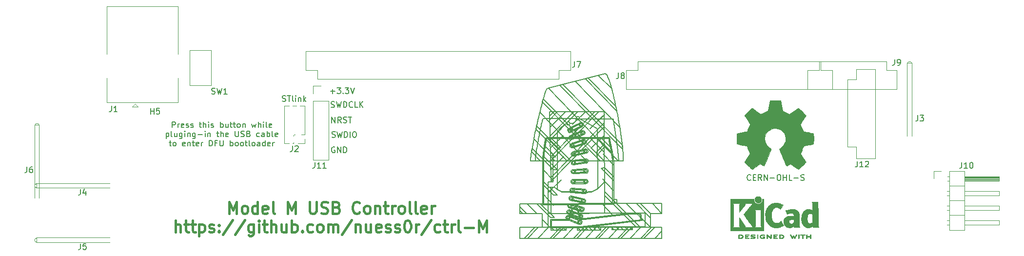
<source format=gbr>
G04 #@! TF.GenerationSoftware,KiCad,Pcbnew,6.0.11+dfsg-1*
G04 #@! TF.CreationDate,2023-05-31T16:11:06+02:00*
G04 #@! TF.ProjectId,ctrl-m,6374726c-2d6d-42e6-9b69-6361645f7063,1.1*
G04 #@! TF.SameCoordinates,Original*
G04 #@! TF.FileFunction,Legend,Top*
G04 #@! TF.FilePolarity,Positive*
%FSLAX46Y46*%
G04 Gerber Fmt 4.6, Leading zero omitted, Abs format (unit mm)*
G04 Created by KiCad (PCBNEW 6.0.11+dfsg-1) date 2023-05-31 16:11:06*
%MOMM*%
%LPD*%
G01*
G04 APERTURE LIST*
%ADD10C,0.155574*%
%ADD11C,0.400000*%
%ADD12C,0.150000*%
%ADD13C,0.120000*%
%ADD14C,0.010000*%
G04 APERTURE END LIST*
D10*
X157155705Y-96675441D02*
X156991482Y-96713105D01*
X156862945Y-96814193D01*
X156787903Y-96960850D01*
X156775882Y-97055444D01*
X156775882Y-97055444D02*
X156813511Y-97219666D01*
X156914527Y-97348202D01*
X157061122Y-97423244D01*
X157155705Y-97435266D01*
X158266955Y-106991944D02*
X158266955Y-106991944D01*
X158266955Y-107177152D02*
X158411519Y-107240545D01*
X158461749Y-107371946D01*
X158461749Y-107371946D02*
X158398354Y-107516510D01*
X158266955Y-107566740D01*
X155842426Y-106568894D02*
X155880089Y-106733151D01*
X155981177Y-106861759D01*
X156127834Y-106936863D01*
X156222428Y-106948896D01*
X156222428Y-106948896D02*
X156386685Y-106911232D01*
X156515293Y-106810144D01*
X156590398Y-106663487D01*
X156602431Y-106568894D01*
X156602431Y-106568894D02*
X156564766Y-106404636D01*
X156463678Y-106276028D01*
X156317021Y-106200923D01*
X156222428Y-106188891D01*
X159481480Y-95047272D02*
X159418085Y-95191837D01*
X159286686Y-95242067D01*
X159286686Y-95242067D02*
X159142120Y-95178672D01*
X159091891Y-95047272D01*
X159091891Y-95047272D02*
X159155285Y-94902706D01*
X159286686Y-94852477D01*
X156916779Y-102216318D02*
X157081036Y-102178688D01*
X157209644Y-102077672D01*
X157284748Y-101931077D01*
X157296781Y-101836495D01*
X157296781Y-101836495D02*
X157259117Y-101672238D01*
X157158029Y-101543629D01*
X157011372Y-101468525D01*
X156916779Y-101456493D01*
X156916779Y-101456493D02*
X156916779Y-101456493D01*
X156369655Y-105242050D02*
X156369655Y-105242050D01*
X156369655Y-105427258D02*
X156514219Y-105490652D01*
X156564448Y-105622053D01*
X156564448Y-105622053D02*
X156501054Y-105766518D01*
X156369655Y-105816666D01*
X156924556Y-104540284D02*
X156886926Y-104376061D01*
X156785910Y-104247526D01*
X156639315Y-104172484D01*
X156544734Y-104160463D01*
X156544734Y-104160463D02*
X156544734Y-104160463D01*
X156544734Y-104345671D02*
X156689199Y-104408966D01*
X156739347Y-104540284D01*
X157890388Y-89640175D02*
X157796395Y-89625266D01*
X156526421Y-90222840D02*
X156481358Y-90378487D01*
X156441092Y-90428843D01*
X156441092Y-90428843D02*
X156299168Y-90507039D01*
X156235089Y-90514173D01*
X163439952Y-92815012D02*
X163389309Y-92680990D01*
X163389309Y-92680990D02*
X152461469Y-92679355D01*
X152514283Y-92864563D02*
X163261249Y-92866193D01*
X152855037Y-84154860D02*
X164963031Y-96740230D01*
X151920290Y-86005554D02*
X151777217Y-86517099D01*
X158266955Y-107751949D02*
X158431211Y-107714284D01*
X158559820Y-107613196D01*
X158634924Y-107466539D01*
X158646957Y-107371946D01*
X158646957Y-107371946D02*
X158609293Y-107207688D01*
X158508205Y-107079080D01*
X158361548Y-107003976D01*
X158266955Y-106991944D01*
X158932366Y-103500296D02*
X158971614Y-103319248D01*
X158971614Y-103319248D02*
X156825079Y-102852609D01*
X156702994Y-103414022D02*
X156663564Y-103595071D01*
X159025875Y-93218340D02*
X159170340Y-93281734D01*
X159220488Y-93413134D01*
X159220488Y-93413134D02*
X159157192Y-93557699D01*
X159025875Y-93607928D01*
X159025875Y-93607928D02*
X158881309Y-93544534D01*
X158831080Y-93413134D01*
X159330998Y-96369595D02*
X159330998Y-96369595D01*
X159330998Y-96554803D02*
X159475563Y-96618098D01*
X159525793Y-96749416D01*
X159525793Y-96749416D02*
X159462398Y-96893981D01*
X159330998Y-96944210D01*
X164685312Y-88080536D02*
X164512142Y-87238764D01*
X164512142Y-87238764D02*
X159730433Y-82357598D01*
X157456167Y-82937855D02*
X165202227Y-90920057D01*
X157146842Y-95164293D02*
X157146842Y-95164293D01*
X157146842Y-95349502D02*
X157291406Y-95412896D01*
X157341636Y-95544296D01*
X157341636Y-95544296D02*
X157278241Y-95688762D01*
X157146842Y-95738909D01*
X164152745Y-103398932D02*
X164700591Y-103398932D01*
X164700591Y-103398932D02*
X164700591Y-104047161D01*
X164700591Y-104047161D02*
X164152745Y-104047161D01*
X159310741Y-100696488D02*
X159310741Y-100511280D01*
X159310741Y-100511280D02*
X157114105Y-100511280D01*
X156222428Y-106188891D02*
X156058171Y-106226555D01*
X155929562Y-106327643D01*
X155854458Y-106474300D01*
X155842426Y-106568894D01*
X161396660Y-101548608D02*
X161325262Y-91164347D01*
X161325262Y-91164347D02*
X158188111Y-89383291D01*
X158188111Y-89383291D02*
X158118184Y-89535945D01*
X157982819Y-89627534D01*
X157890481Y-89640175D01*
X153140906Y-95084374D02*
X153140906Y-95084374D01*
X153237585Y-105825623D02*
X153237585Y-101285149D01*
X158930377Y-92205301D02*
X158858572Y-92034743D01*
X156527551Y-91070357D02*
X156363351Y-91107994D01*
X156234809Y-91209022D01*
X156159754Y-91355613D01*
X156147730Y-91450179D01*
X155876247Y-108728116D02*
X153294906Y-108728116D01*
X153294906Y-108728116D02*
X153294906Y-108272133D01*
X155347663Y-108272133D02*
X155761511Y-108734970D01*
X158027452Y-105188510D02*
X157941421Y-105048504D01*
X157822178Y-104934825D01*
X157676145Y-104852757D01*
X157509742Y-104807583D01*
X157407981Y-104800368D01*
X157407981Y-104800368D02*
X157408015Y-104800372D01*
X157408015Y-104985580D02*
X157571918Y-105011719D01*
X157711095Y-105083531D01*
X157825813Y-105204832D01*
X157857290Y-105262669D01*
X147854412Y-108253611D02*
X172518051Y-108253611D01*
X172518051Y-108253611D02*
X172518051Y-110194502D01*
X172518051Y-110194502D02*
X147854412Y-110194502D01*
X171274005Y-108253612D02*
X169372749Y-110194596D01*
X166980875Y-110193856D02*
X168840737Y-108254354D01*
X163286895Y-110193856D02*
X165146757Y-108254354D01*
X171274005Y-110193856D02*
X172518051Y-108903601D01*
X153294906Y-108272133D02*
X155876247Y-108272133D01*
X155876247Y-108272133D02*
X155876247Y-108728116D01*
X163857616Y-108722466D02*
X163857616Y-108253611D01*
X157849920Y-108268614D02*
X161924504Y-108268614D01*
X161924504Y-108268614D02*
X161924504Y-108735061D01*
X159085380Y-93598523D02*
X156993828Y-94270084D01*
X156993828Y-94270084D02*
X157050620Y-94446430D01*
X157050620Y-94446430D02*
X159141992Y-93774869D01*
X159286686Y-95427275D02*
X159450942Y-95389610D01*
X159579551Y-95288522D01*
X159654655Y-95141865D01*
X159666688Y-95047272D01*
X153106087Y-110193114D02*
X154965949Y-108253612D01*
X154965949Y-108253612D02*
X155539354Y-108253612D01*
X155539354Y-108253612D02*
X153638190Y-110194596D01*
X157115733Y-98229817D02*
X157125138Y-98414844D01*
X157125138Y-98414844D02*
X159319061Y-98303430D01*
X159319061Y-98303430D02*
X159309655Y-98118402D01*
X158858392Y-90440215D02*
X158820727Y-90275992D01*
X158719639Y-90147456D01*
X158572982Y-90072414D01*
X158478389Y-90060393D01*
X158478389Y-90060393D02*
X158478389Y-90060393D01*
X158478389Y-90245601D02*
X158622953Y-90308896D01*
X158673183Y-90440215D01*
X159625142Y-108253612D02*
X157723979Y-110194596D01*
X161466483Y-110194596D02*
X160934380Y-110193114D01*
X160934380Y-110193114D02*
X162794242Y-108253612D01*
X159234908Y-110204318D02*
X161094770Y-108264910D01*
X155400540Y-110204318D02*
X157260403Y-108264910D01*
X150939797Y-110204318D02*
X152799659Y-108264910D01*
X154664707Y-108272133D02*
X155090409Y-108728301D01*
X153993327Y-108272133D02*
X154459033Y-108737098D01*
X153294906Y-108272133D02*
X153739221Y-108732653D01*
X169372749Y-110194596D02*
X168840646Y-110193114D01*
X168840646Y-110193114D02*
X170700508Y-108253612D01*
X170700508Y-108253612D02*
X171274005Y-108253612D01*
X156905565Y-93057187D02*
X158930377Y-92205301D01*
X159310741Y-99936482D02*
X157114105Y-99936482D01*
X157114105Y-100511280D02*
X157114105Y-100696488D01*
X157114105Y-100696488D02*
X159310741Y-100696488D01*
X156758158Y-93086849D02*
X156922414Y-93049219D01*
X157051023Y-92948204D01*
X157126127Y-92801609D01*
X157138160Y-92707027D01*
X157138160Y-92707027D02*
X157100496Y-92542769D01*
X156999408Y-92414161D01*
X156852751Y-92339056D01*
X156758158Y-92327024D01*
X156758158Y-92327024D02*
X156758158Y-92327024D01*
X159310741Y-100696488D02*
X159474998Y-100658824D01*
X159603606Y-100557735D01*
X159678711Y-100411078D01*
X159690744Y-100316485D01*
X159690744Y-100316485D02*
X159653079Y-100152227D01*
X159551991Y-100023619D01*
X159405334Y-99948514D01*
X159310741Y-99936482D01*
X159310741Y-99936482D02*
X159310741Y-99936482D01*
X156235089Y-89931507D02*
X156390736Y-89976569D01*
X156441092Y-90016837D01*
X156441092Y-90016837D02*
X156519287Y-90158760D01*
X156526421Y-90222840D01*
X156222428Y-106374100D02*
X156222428Y-106374100D01*
X158266955Y-106991944D02*
X158102732Y-107029607D01*
X157974195Y-107130695D01*
X157899153Y-107277352D01*
X157887132Y-107371946D01*
X157887132Y-107371946D02*
X157924761Y-107536203D01*
X158025777Y-107664811D01*
X158172372Y-107739916D01*
X158266955Y-107751949D01*
X157589425Y-89339211D02*
X157632994Y-89183147D01*
X157746928Y-89074571D01*
X157890388Y-89038248D01*
X157890388Y-89038248D02*
X158046451Y-89081817D01*
X158155028Y-89195751D01*
X158191352Y-89339211D01*
X158191352Y-89339211D02*
X158147782Y-89495274D01*
X158033848Y-89603851D01*
X157890388Y-89640175D01*
X163443925Y-92828394D02*
X163442480Y-92821523D01*
X163442480Y-92821523D02*
X163439952Y-92815012D01*
X151999533Y-104190306D02*
X151967158Y-96790835D01*
X159140183Y-101673715D02*
X156954037Y-101458121D01*
X156897607Y-102030205D02*
X156879339Y-102214509D01*
X159115947Y-100316485D02*
X159179340Y-100171919D01*
X159310741Y-100121690D01*
X159286686Y-94852477D02*
X159286686Y-94852477D01*
X159200593Y-94677036D02*
X157060930Y-95174240D01*
X157060930Y-95174240D02*
X157102892Y-95354566D01*
X158782969Y-91660347D02*
X158782969Y-91660347D01*
X157114105Y-100121690D02*
X159310741Y-100121690D01*
X159310741Y-100121690D02*
X159310741Y-99936482D01*
X157329880Y-98609276D02*
X157266485Y-98753841D01*
X157135085Y-98804071D01*
X157135085Y-98804071D02*
X156990520Y-98740676D01*
X156940292Y-98609276D01*
X156940292Y-98609276D02*
X157003685Y-98464810D01*
X157135085Y-98414663D01*
X157114105Y-100121690D02*
X157114105Y-100121690D01*
X159310741Y-100121690D02*
X159310741Y-100121690D01*
X157114105Y-99936482D02*
X157114105Y-100121690D01*
X156961091Y-97055444D02*
X157024386Y-96910879D01*
X157155705Y-96860650D01*
X157155705Y-96860650D02*
X157155705Y-96860650D01*
X159330998Y-96369595D02*
X159166740Y-96407224D01*
X159038132Y-96508239D01*
X158963028Y-96654834D01*
X158950996Y-96749416D01*
X156563363Y-92707027D02*
X156626757Y-92562462D01*
X156758158Y-92512233D01*
X158782969Y-91475138D02*
X158618712Y-91512802D01*
X158490103Y-91613890D01*
X158414999Y-91760547D01*
X158402967Y-91855141D01*
X151288730Y-88302600D02*
X159414467Y-96740230D01*
X150802280Y-90732163D02*
X150659207Y-91243709D01*
X150659207Y-91243709D02*
X156015895Y-96740229D01*
X156527551Y-91644792D02*
X156383102Y-91581476D01*
X156332938Y-91450179D01*
X158098387Y-90440215D02*
X158136050Y-90604472D01*
X158237138Y-90733080D01*
X158383795Y-90808185D01*
X158478389Y-90820218D01*
X158478389Y-90820218D02*
X158642646Y-90782553D01*
X158771254Y-90681465D01*
X158846359Y-90534808D01*
X158858392Y-90440215D01*
X156544734Y-104160463D02*
X156380477Y-104198092D01*
X156251868Y-104299107D01*
X156176764Y-104445702D01*
X156164732Y-104540284D01*
X156164732Y-104540284D02*
X156202395Y-104704541D01*
X156303483Y-104833150D01*
X156450140Y-104908254D01*
X156544734Y-104920287D01*
X156544734Y-104920287D02*
X156708956Y-104882623D01*
X156837492Y-104781534D01*
X156912534Y-104634877D01*
X156924556Y-104540284D01*
X157314325Y-94084695D02*
X157276661Y-93920437D01*
X157175572Y-93791829D01*
X157028915Y-93716724D01*
X156934322Y-93704692D01*
X156934322Y-93704692D02*
X156934322Y-93704692D01*
X156934322Y-93889900D02*
X157078887Y-93953294D01*
X157129117Y-94084695D01*
X156222428Y-106188891D02*
X156222428Y-106188891D01*
X156222428Y-106374100D02*
X156366993Y-106437494D01*
X156417223Y-106568894D01*
X156417223Y-106568894D02*
X156353828Y-106713459D01*
X156222428Y-106763688D01*
X162794242Y-108253612D02*
X163367647Y-108253612D01*
X163367647Y-108253612D02*
X161466483Y-110194596D01*
X165380861Y-110194596D02*
X164848758Y-110193114D01*
X153649117Y-102685787D02*
X154346705Y-102685787D01*
X154346705Y-102685787D02*
X151934829Y-100297433D01*
X151934829Y-100297433D02*
X151883064Y-100900101D01*
X152731595Y-105909893D02*
X162572733Y-105825624D01*
X162572733Y-105825624D02*
X162572733Y-99965540D01*
X153140906Y-95084374D02*
X153242770Y-100415411D01*
X159291026Y-102234897D02*
X160124464Y-102160721D01*
X160124464Y-102160721D02*
X160293494Y-102141852D01*
X160479696Y-102088155D01*
X160638201Y-102023049D01*
X160802863Y-101940676D01*
X160971534Y-101843266D01*
X161142067Y-101733052D01*
X161269897Y-101643332D01*
X161396660Y-101548608D01*
X157146842Y-95738909D02*
X157002276Y-95675614D01*
X156952048Y-95544296D01*
X156952048Y-95544296D02*
X157015441Y-95399731D01*
X157146842Y-95349502D01*
X157146842Y-95349502D02*
X157146842Y-95349502D01*
X149978844Y-94568569D02*
X149886425Y-95130213D01*
X149886425Y-95130213D02*
X151428469Y-96740229D01*
X151428469Y-96740229D02*
X152126057Y-96740229D01*
X156939207Y-103223749D02*
X156875812Y-103368314D01*
X156744412Y-103418544D01*
X156744412Y-103418544D02*
X156599846Y-103355149D01*
X156549618Y-103223749D01*
X158402967Y-91855141D02*
X158440630Y-92019398D01*
X158541718Y-92148007D01*
X158688375Y-92223111D01*
X158782969Y-92235144D01*
X158588176Y-91855141D02*
X158651569Y-91710576D01*
X158782969Y-91660347D01*
X159330998Y-96944210D02*
X159186432Y-96880816D01*
X159136204Y-96749416D01*
X159136204Y-96749416D02*
X159199597Y-96604950D01*
X159330998Y-96554803D01*
X159330998Y-96554803D02*
X159330998Y-96554803D01*
X158847720Y-105157042D02*
X158784326Y-105301607D01*
X158652926Y-105351837D01*
X156758158Y-92512233D02*
X156758158Y-92512233D01*
X157135085Y-98229455D02*
X157135085Y-98229455D01*
X157135085Y-98414663D02*
X157279650Y-98477958D01*
X157329880Y-98609276D01*
X155329420Y-83480609D02*
X154820375Y-83617663D01*
X154820375Y-83617663D02*
X165713403Y-94754518D01*
X165713403Y-94754518D02*
X165630059Y-93955344D01*
X155943756Y-90222840D02*
X155988818Y-90067192D01*
X156029085Y-90016837D01*
X156029085Y-90016837D02*
X156171008Y-89938640D01*
X156235089Y-89931507D01*
X159328827Y-98877864D02*
X159493084Y-98840200D01*
X159621693Y-98739112D01*
X159696797Y-98592455D01*
X159708830Y-98497862D01*
X159708830Y-98497862D02*
X159671166Y-98333604D01*
X159570077Y-98204996D01*
X159423420Y-98129891D01*
X159328827Y-98117859D01*
X159328827Y-98117859D02*
X159328827Y-98117859D01*
X156527551Y-91255566D02*
X156527551Y-91255566D01*
X158478389Y-90060393D02*
X158314131Y-90098022D01*
X158185523Y-90199037D01*
X158110419Y-90345632D01*
X158098387Y-90440215D01*
X158416171Y-106040580D02*
X158251913Y-106078244D01*
X158123304Y-106179332D01*
X158048199Y-106325989D01*
X158036167Y-106420583D01*
X156549618Y-103223749D02*
X156613011Y-103079283D01*
X156744412Y-103029136D01*
X165823509Y-96740229D02*
X165816995Y-96325164D01*
X165797900Y-95874113D01*
X165766895Y-95390297D01*
X165724648Y-94876943D01*
X165671831Y-94337274D01*
X165609113Y-93774513D01*
X165537165Y-93191886D01*
X165456656Y-92592617D01*
X165368256Y-91979928D01*
X165272635Y-91357046D01*
X165170464Y-90727194D01*
X165062413Y-90093595D01*
X164949150Y-89459475D01*
X164831348Y-88828057D01*
X164709674Y-88202566D01*
X164584801Y-87586225D01*
X164457397Y-86982260D01*
X164328132Y-86393893D01*
X164197677Y-85824349D01*
X164066702Y-85276853D01*
X163935876Y-84754629D01*
X163805871Y-84260900D01*
X163677355Y-83798891D01*
X163550998Y-83371825D01*
X163427472Y-82982928D01*
X163307445Y-82635424D01*
X163191588Y-82332536D01*
X163080571Y-82077488D01*
X162975065Y-81873505D01*
X162875738Y-81723812D01*
X162698304Y-81600188D01*
X156879339Y-102214509D02*
X159065484Y-102429922D01*
X159065484Y-102429922D02*
X159083752Y-102245618D01*
X159083752Y-102245618D02*
X156897607Y-102030205D01*
X156015895Y-96740229D02*
X156713575Y-96740229D01*
X156713575Y-96740229D02*
X150802280Y-90732163D01*
X150280826Y-92947348D02*
X153933505Y-96740230D01*
X157190974Y-95734026D02*
X157232935Y-95914351D01*
X157232935Y-95914351D02*
X159372598Y-95417327D01*
X159372598Y-95417327D02*
X159330637Y-95236821D01*
X152348789Y-92775214D02*
X152311168Y-92895130D01*
X152311168Y-92895130D02*
X152273466Y-93056952D01*
X152240882Y-93218684D01*
X152226703Y-93293761D01*
X152226703Y-93293761D02*
X152197434Y-93456193D01*
X152167219Y-93633188D01*
X152136338Y-93822590D01*
X152111339Y-93981597D01*
X152086234Y-94146062D01*
X152061166Y-94314883D01*
X152036277Y-94486956D01*
X152030100Y-94530353D01*
X155989652Y-105622053D02*
X156027315Y-105786275D01*
X156128404Y-105914810D01*
X156275061Y-105989852D01*
X156369655Y-106001874D01*
X156369655Y-106001874D02*
X156533911Y-105964244D01*
X156662520Y-105863229D01*
X156737624Y-105716634D01*
X156749657Y-105622053D01*
X156749657Y-105622053D02*
X156711993Y-105457795D01*
X156610905Y-105329186D01*
X156464248Y-105254082D01*
X156369655Y-105242050D01*
X158782969Y-92235144D02*
X158947191Y-92197480D01*
X159075728Y-92096391D01*
X159150770Y-91949734D01*
X159162792Y-91855141D01*
X159162792Y-91855141D02*
X159125162Y-91690883D01*
X159024146Y-91562275D01*
X158877551Y-91487170D01*
X158782969Y-91475138D01*
X158782969Y-91475138D02*
X158782969Y-91475138D01*
X156818206Y-93722780D02*
X156874817Y-93899125D01*
X156874817Y-93899125D02*
X158966369Y-93227744D01*
X158966369Y-93227744D02*
X158909757Y-93051399D01*
X156369655Y-105816666D02*
X156225089Y-105753370D01*
X156174860Y-105622053D01*
X156174860Y-105622053D02*
X156238254Y-105477487D01*
X156369655Y-105427258D01*
X156369655Y-105427258D02*
X156369655Y-105427258D01*
X162525042Y-90813933D02*
X153240918Y-100318083D01*
X153240918Y-100318083D02*
X153237585Y-99607624D01*
X153237585Y-99607624D02*
X162509021Y-90172649D01*
X165630059Y-93955344D02*
X155329420Y-83480609D01*
X157796395Y-89625266D02*
X157662295Y-89535597D01*
X157593388Y-89388193D01*
X157589425Y-89339211D01*
X151438934Y-104218664D02*
X150795057Y-104218849D01*
X147854412Y-105384735D02*
X148328823Y-105902392D01*
X148328823Y-105902392D02*
X149026410Y-105902392D01*
X159297537Y-102051909D02*
X159234242Y-102196473D01*
X159102924Y-102246703D01*
X159102924Y-102246703D02*
X158958358Y-102183308D01*
X158908130Y-102051909D01*
X158908130Y-102051909D02*
X158971523Y-101907344D01*
X159102924Y-101857115D01*
X157208699Y-97431649D02*
X159383993Y-97125801D01*
X159383993Y-97125801D02*
X159358128Y-96942401D01*
X157146842Y-95164293D02*
X156982584Y-95201956D01*
X156853976Y-95303045D01*
X156778872Y-95449702D01*
X156766840Y-95544296D01*
X158707367Y-91675721D02*
X158635563Y-91504982D01*
X158858572Y-92034743D02*
X156833760Y-92886448D01*
X156833760Y-92886448D02*
X156905565Y-93057187D01*
X158890948Y-103495774D02*
X158890948Y-103495774D01*
X156825079Y-102852609D02*
X156785831Y-103033476D01*
X156785831Y-103033476D02*
X158932366Y-103500296D01*
X151744805Y-105903782D02*
X151744805Y-108253612D01*
X151883064Y-96524554D02*
X153649117Y-98310240D01*
X153649117Y-98310240D02*
X154346705Y-98310240D01*
X156438022Y-91277089D02*
X158388859Y-90267305D01*
X158388859Y-90267305D02*
X158303851Y-90102897D01*
X158567918Y-90613124D02*
X156617261Y-91623088D01*
X162572733Y-105825624D02*
X162516707Y-88191846D01*
X162516707Y-88191846D02*
X153009222Y-88191846D01*
X153009222Y-88191846D02*
X153242863Y-100415503D01*
X159338776Y-98692295D02*
X157145033Y-98803709D01*
X157145033Y-98803709D02*
X157154256Y-98988737D01*
X157154256Y-98988737D02*
X159348180Y-98877322D01*
X159348180Y-98877322D02*
X159338776Y-98692295D01*
X153107939Y-92403298D02*
X157270774Y-88185178D01*
X153742925Y-88185178D02*
X154359854Y-88191846D01*
X162534302Y-93755319D02*
X162525042Y-94409753D01*
X162525042Y-94409753D02*
X161195894Y-95847525D01*
X161195894Y-95847525D02*
X161192653Y-95137158D01*
X161192653Y-95137158D02*
X162534302Y-93755319D01*
X162462163Y-92321159D02*
X160196139Y-94572827D01*
X162306958Y-88907398D02*
X160040936Y-91159067D01*
X172518050Y-105903782D02*
X172518050Y-104144303D01*
X172518050Y-104144303D02*
X164060141Y-104144303D01*
X164060141Y-104144303D02*
X151907326Y-104218478D01*
X170511503Y-105903782D02*
X168754061Y-104144303D01*
X164060233Y-99445104D02*
X162545229Y-97928248D01*
X162545229Y-97928248D02*
X161941821Y-97991033D01*
X157114105Y-100121690D02*
X157258670Y-100185084D01*
X157308899Y-100316485D01*
X157308899Y-100316485D02*
X157245505Y-100461050D01*
X157114105Y-100511280D01*
X157114105Y-100511280D02*
X156969539Y-100447885D01*
X156919310Y-100316485D01*
X154298180Y-94481798D02*
X154995767Y-94481798D01*
X154995767Y-94481798D02*
X153203691Y-92707132D01*
X153203691Y-92707132D02*
X152532126Y-92696112D01*
X160896690Y-88185178D02*
X161540567Y-88191846D01*
X161540567Y-88191846D02*
X153183596Y-96755231D01*
X153183596Y-96755231D02*
X153180263Y-96044772D01*
X158478389Y-90245601D02*
X158478389Y-90245601D01*
X158303851Y-90102897D02*
X156352834Y-91112680D01*
X156352834Y-91112680D02*
X156438022Y-91277089D01*
X159666688Y-95047272D02*
X159629024Y-94883014D01*
X159527936Y-94754405D01*
X159381279Y-94679301D01*
X159286686Y-94667269D01*
X159286686Y-94667269D02*
X159286686Y-94667269D01*
X159286686Y-94852477D02*
X159431250Y-94915871D01*
X159481480Y-95047272D01*
X159310741Y-100121690D02*
X159455305Y-100185084D01*
X159505535Y-100316485D01*
X159505535Y-100316485D02*
X159442140Y-100461050D01*
X159310741Y-100511280D01*
X159310741Y-100511280D02*
X159166175Y-100447885D01*
X159115947Y-100316485D01*
X151907326Y-104218478D02*
X147854412Y-104219682D01*
X147854412Y-104219682D02*
X147854412Y-105903782D01*
X147854412Y-105903782D02*
X151744805Y-105903782D01*
X151815049Y-104376604D02*
X164152745Y-104301182D01*
X164152745Y-104301182D02*
X164152745Y-96805128D01*
X149711218Y-96740229D02*
X149711218Y-96740229D01*
X156919310Y-100316485D02*
X156982704Y-100171919D01*
X157114105Y-100121690D01*
X159310741Y-99936482D02*
X159146483Y-99974146D01*
X159017875Y-100075234D01*
X158942771Y-100221891D01*
X158930739Y-100316485D01*
X158930739Y-100316485D02*
X158968402Y-100480742D01*
X159069490Y-100609351D01*
X159216147Y-100684455D01*
X159310741Y-100696488D01*
X163857616Y-108253611D02*
X167393983Y-108253611D01*
X167393983Y-108253611D02*
X167393983Y-108722466D01*
X167393983Y-108722466D02*
X163857616Y-108722466D01*
X158464261Y-106800583D02*
X158033073Y-105202619D01*
X158033073Y-105202619D02*
X158028192Y-105190501D01*
X158028192Y-105190501D02*
X158027452Y-105188510D01*
X161270255Y-92725838D02*
X163853263Y-95300419D01*
X163853263Y-95300419D02*
X163692317Y-94449572D01*
X163692317Y-94449572D02*
X161941821Y-92736858D01*
X159141992Y-93774869D02*
X159085380Y-93598523D01*
X156758158Y-92327024D02*
X156593900Y-92364688D01*
X156465291Y-92465776D01*
X156390187Y-92612433D01*
X156378155Y-92707027D01*
X156378155Y-92707027D02*
X156415818Y-92871249D01*
X156516907Y-92999785D01*
X156663564Y-93074827D01*
X156758158Y-93086849D01*
X155274321Y-102160721D02*
X157959841Y-102230174D01*
X157959841Y-102230174D02*
X159291026Y-102225637D01*
X159291026Y-102225637D02*
X159291026Y-102234897D01*
X161941821Y-92736858D02*
X161270255Y-92725838D01*
X168058418Y-104144210D02*
X170511503Y-106612111D01*
X170511503Y-106612111D02*
X170511503Y-105903782D01*
X157114105Y-100696488D02*
X157278362Y-100658824D01*
X157406970Y-100557735D01*
X157482074Y-100411078D01*
X157494107Y-100316485D01*
X157494107Y-100316485D02*
X157456443Y-100152227D01*
X157355355Y-100023619D01*
X157208698Y-99948514D01*
X157114105Y-99936482D01*
X157114105Y-99936482D02*
X157114105Y-99936482D01*
X159025875Y-93793137D02*
X159190097Y-93755473D01*
X159318632Y-93654384D01*
X159393674Y-93507727D01*
X159405696Y-93413134D01*
X159405696Y-93413134D02*
X159368066Y-93248876D01*
X159267051Y-93120268D01*
X159120456Y-93045163D01*
X159025875Y-93033131D01*
X159025875Y-93033131D02*
X159025875Y-93033131D01*
X157129117Y-94084695D02*
X157065722Y-94229161D01*
X156934322Y-94279308D01*
X156934322Y-94279308D02*
X156789757Y-94216013D01*
X156739529Y-94084695D01*
X156739529Y-94084695D02*
X156802922Y-93940129D01*
X156934322Y-93889900D01*
X156147730Y-91450179D02*
X156185367Y-91614378D01*
X156286396Y-91742920D01*
X156432986Y-91817975D01*
X156527551Y-91830000D01*
X156527551Y-91830000D02*
X156691786Y-91792362D01*
X156820400Y-91691334D01*
X156895517Y-91544743D01*
X156907554Y-91450179D01*
X156907554Y-91450179D02*
X156869881Y-91285978D01*
X156768780Y-91157436D01*
X156622127Y-91082381D01*
X156527551Y-91070357D01*
X159482745Y-102051909D02*
X159445115Y-101887651D01*
X159344100Y-101759043D01*
X159197505Y-101683938D01*
X159102924Y-101671906D01*
X159102924Y-101671906D02*
X159102924Y-101671906D01*
X159102924Y-101857115D02*
X159247390Y-101920509D01*
X159297537Y-102051909D01*
X156526421Y-90222840D02*
X156526421Y-90222840D01*
X157796395Y-89625266D02*
X157659984Y-89528337D01*
X157601000Y-89422000D01*
X153111365Y-93113757D02*
X153107939Y-92403298D01*
X158831080Y-93413134D02*
X158894474Y-93268569D01*
X159025875Y-93218340D01*
X159025875Y-93218340D02*
X159025875Y-93218340D01*
X158909757Y-93051399D02*
X156818206Y-93722780D01*
X157102892Y-95354566D02*
X159242553Y-94857542D01*
X159242553Y-94857542D02*
X159200593Y-94677036D01*
X159330637Y-95236821D02*
X157190974Y-95734026D01*
X154321238Y-91642740D02*
X154369115Y-101754096D01*
X154369115Y-101754096D02*
X154527970Y-101850338D01*
X154690873Y-101940774D01*
X154850665Y-102021103D01*
X155000189Y-102087025D01*
X155155986Y-102141058D01*
X155274321Y-102160721D01*
X159134214Y-98497862D02*
X159197509Y-98353297D01*
X159328827Y-98303068D01*
X159328827Y-98303068D02*
X159328827Y-98303068D01*
X159309655Y-98118402D02*
X157115733Y-98229817D01*
X159102924Y-101857115D02*
X159102924Y-101857115D01*
X156954037Y-101458121D02*
X156935770Y-101642605D01*
X156935770Y-101642605D02*
X159121915Y-101858019D01*
X162295755Y-95557303D02*
X164122186Y-97453651D01*
X162208706Y-99910069D02*
X164035045Y-101806418D01*
X170834692Y-104144302D02*
X172518051Y-105892114D01*
X156222428Y-106763688D02*
X156077862Y-106700294D01*
X156027634Y-106568894D01*
X156027634Y-106568894D02*
X156091027Y-106424329D01*
X156222428Y-106374100D01*
X157890481Y-89640175D02*
X157796395Y-89625266D01*
X157114105Y-99936482D02*
X156949847Y-99974146D01*
X156821239Y-100075234D01*
X156746134Y-100221891D01*
X156734102Y-100316485D01*
X156734102Y-100316485D02*
X156771766Y-100480742D01*
X156872854Y-100609351D01*
X157019511Y-100684455D01*
X157114105Y-100696488D01*
X162534301Y-88682092D02*
X160268277Y-90933670D01*
X159235742Y-88185179D02*
X156969626Y-90436848D01*
X155374055Y-92321159D02*
X153107939Y-94572827D01*
X152731595Y-108163416D02*
X169616391Y-108163416D01*
X152731595Y-105905358D02*
X167092927Y-105825623D01*
X162509021Y-90172649D02*
X162525042Y-90813933D01*
X166595180Y-108722468D02*
X166125399Y-108252594D01*
X165861385Y-108740987D02*
X165388454Y-108268058D01*
X165040263Y-108722468D02*
X164589188Y-108271486D01*
X159213979Y-108268614D02*
X159694502Y-108735060D01*
X157849920Y-108268614D02*
X158330352Y-108735060D01*
X167393891Y-108722468D02*
X166918646Y-108247222D01*
X158673183Y-90440215D02*
X158609788Y-90584779D01*
X158478389Y-90635009D01*
X158478389Y-90635009D02*
X158333823Y-90571614D01*
X158283595Y-90440215D01*
X158283595Y-90440215D02*
X158346988Y-90295748D01*
X158478389Y-90245601D01*
X158635563Y-91504982D02*
X156610750Y-92356687D01*
X156610750Y-92356687D02*
X156682555Y-92527426D01*
X156682555Y-92527426D02*
X158707367Y-91675721D01*
X156744412Y-102843928D02*
X156580154Y-102881557D01*
X156451546Y-102982572D01*
X156376442Y-103129167D01*
X156364410Y-103223749D01*
X156364410Y-103223749D02*
X156402073Y-103388006D01*
X156503161Y-103516615D01*
X156649818Y-103591719D01*
X156744412Y-103603752D01*
X156744412Y-103603752D02*
X156908669Y-103566088D01*
X157037277Y-103464999D01*
X157112382Y-103318342D01*
X157124415Y-103223749D01*
X158416171Y-106225789D02*
X158560636Y-106289183D01*
X158610784Y-106420583D01*
X158610784Y-106420583D02*
X158547488Y-106565148D01*
X158416171Y-106615377D01*
X158416171Y-106615377D02*
X158271605Y-106551983D01*
X158221376Y-106420583D01*
X159286686Y-94667269D02*
X159122428Y-94704932D01*
X158993819Y-94806021D01*
X158918715Y-94952678D01*
X158906683Y-95047272D01*
X158906683Y-95047272D02*
X158944346Y-95211529D01*
X159045435Y-95340137D01*
X159192092Y-95415242D01*
X159286686Y-95427275D01*
X158036167Y-106420583D02*
X158073831Y-106584840D01*
X158174919Y-106713448D01*
X158321576Y-106788552D01*
X158416171Y-106800585D01*
X157135085Y-98414663D02*
X157135085Y-98414663D01*
X159328827Y-98117859D02*
X159164604Y-98155523D01*
X159036069Y-98256611D01*
X158961027Y-98403268D01*
X158949006Y-98497862D01*
X158949006Y-98497862D02*
X158986635Y-98662119D01*
X159087650Y-98790727D01*
X159234245Y-98865831D01*
X159328827Y-98877864D01*
X156235089Y-90514173D02*
X156079440Y-90469110D01*
X156029085Y-90428843D01*
X156029085Y-90428843D02*
X155950889Y-90286919D01*
X155943756Y-90222840D01*
X159278185Y-96373392D02*
X157102892Y-96679058D01*
X157102892Y-96679058D02*
X157128574Y-96862458D01*
X157128574Y-96862458D02*
X159303868Y-96556792D01*
X159291026Y-102192762D02*
X159291026Y-102183502D01*
X159291026Y-102183502D02*
X157959841Y-102188040D01*
X157959841Y-102188040D02*
X155274321Y-102118586D01*
X158652926Y-105537045D02*
X158817183Y-105499381D01*
X158945791Y-105398292D01*
X159020895Y-105251635D01*
X159032928Y-105157042D01*
X161510934Y-81903189D02*
X163776957Y-84154860D01*
X159730433Y-82357598D02*
X159198422Y-82460944D01*
X159198422Y-82460944D02*
X164685312Y-88080536D01*
X149711218Y-96740229D02*
X165823509Y-96740229D01*
X151967158Y-96790835D02*
X151975238Y-96602721D01*
X151987241Y-96446948D01*
X152004008Y-96263906D01*
X152025048Y-96057610D01*
X152049870Y-95832077D01*
X152068276Y-95673016D01*
X152087998Y-95508380D01*
X152108892Y-95339359D01*
X152130811Y-95167142D01*
X152153610Y-94992920D01*
X152177142Y-94817882D01*
X152201264Y-94643217D01*
X152213500Y-94556398D01*
X157408015Y-104800372D02*
X157232845Y-104822123D01*
X157074385Y-104883837D01*
X156939051Y-104980203D01*
X156833260Y-105105911D01*
X156788543Y-105188875D01*
X156788543Y-105188875D02*
X156787802Y-105190320D01*
X156787802Y-105190320D02*
X156783459Y-105200991D01*
X152213500Y-94556398D02*
X152238232Y-94384327D01*
X152263177Y-94215247D01*
X152288184Y-94050300D01*
X152313101Y-93890631D01*
X152343889Y-93700206D01*
X152374004Y-93522045D01*
X152403150Y-93358380D01*
X152408837Y-93327584D01*
X152408837Y-93327584D02*
X152439090Y-93170925D01*
X152472035Y-93017197D01*
X152490408Y-92941974D01*
X156440374Y-105440642D02*
X158486890Y-106239173D01*
X158486890Y-106239173D02*
X158554172Y-106066625D01*
X158554172Y-106066625D02*
X156507837Y-105268095D01*
X156783459Y-105200991D02*
X156274317Y-106891560D01*
X156274317Y-106891560D02*
X153163576Y-106891560D01*
X153163576Y-106891560D02*
X153163576Y-108346278D01*
X157857290Y-105262669D02*
X158327184Y-107002977D01*
X158327184Y-107002977D02*
X167059648Y-105980894D01*
X167059648Y-105980894D02*
X168667017Y-105980894D01*
X156755083Y-98609276D02*
X156792746Y-98773533D01*
X156893834Y-98902142D01*
X157040491Y-98977246D01*
X157135085Y-98989279D01*
X157135085Y-98989279D02*
X157299342Y-98951615D01*
X157427951Y-98850526D01*
X157503056Y-98703869D01*
X157515089Y-98609276D01*
X157515089Y-98609276D02*
X157477424Y-98445053D01*
X157376336Y-98316518D01*
X157229679Y-98241476D01*
X157135085Y-98229455D01*
X156332938Y-91450179D02*
X156396253Y-91305730D01*
X156527551Y-91255566D01*
X159121915Y-101858019D02*
X159140183Y-101673715D01*
X157601000Y-89422000D02*
X157587119Y-89620083D01*
X157543814Y-89787629D01*
X157468590Y-89925910D01*
X157325878Y-90059543D01*
X157169721Y-90136625D01*
X156973541Y-90188575D01*
X156798641Y-90211810D01*
X156598773Y-90222160D01*
X156526421Y-90222840D01*
X156526421Y-90222840D02*
X156484255Y-90373886D01*
X156361414Y-90485436D01*
X156235089Y-90514173D01*
X153180263Y-96044772D02*
X160896690Y-88185178D01*
X157270774Y-88185178D02*
X157904835Y-88191846D01*
X157904835Y-88191846D02*
X153111365Y-93113757D01*
X156739347Y-104540284D02*
X156676051Y-104684849D01*
X156544734Y-104735078D01*
X156544734Y-104735078D02*
X156400169Y-104671684D01*
X156349940Y-104540284D01*
X156349940Y-104540284D02*
X156413334Y-104395818D01*
X156544734Y-104345671D01*
X160610636Y-108268614D02*
X161083103Y-108744415D01*
X159887212Y-108268614D02*
X160367643Y-108735060D01*
X158601681Y-108268614D02*
X159120357Y-108772288D01*
X160196046Y-92978648D02*
X162462163Y-95230226D01*
X162572733Y-99965540D02*
X162531611Y-100183895D01*
X162462260Y-100345377D01*
X162363568Y-100515895D01*
X162239139Y-100692283D01*
X162092578Y-100871374D01*
X161927491Y-101050002D01*
X161747484Y-101225002D01*
X161556160Y-101393207D01*
X161357127Y-101551451D01*
X161153988Y-101696568D01*
X160950350Y-101825393D01*
X160749817Y-101934758D01*
X160555996Y-102021498D01*
X160372491Y-102082447D01*
X160202908Y-102114438D01*
X160124464Y-102118586D01*
X160124464Y-102118586D02*
X159291026Y-102192762D01*
X151744805Y-108253612D02*
X170511503Y-108253612D01*
X170511503Y-108253612D02*
X170511503Y-105903782D01*
X170511503Y-105903782D02*
X172518050Y-105903782D01*
X161924504Y-108735061D02*
X157849920Y-108735061D01*
X157849920Y-108735061D02*
X157849920Y-108268614D01*
X161415181Y-108268708D02*
X161924504Y-108772195D01*
X147854412Y-110194502D02*
X147854412Y-108253611D01*
X149154667Y-110194596D02*
X148622656Y-110193114D01*
X148622656Y-110193114D02*
X150482518Y-108253612D01*
X158345270Y-106601993D02*
X156298935Y-105803463D01*
X156916779Y-101456493D02*
X156752521Y-101494156D01*
X156623912Y-101595244D01*
X156548808Y-101741901D01*
X156536776Y-101836495D01*
X156536776Y-101836495D02*
X156574439Y-102000717D01*
X156675528Y-102129254D01*
X156822185Y-102204296D01*
X156916779Y-102216318D01*
X157723979Y-110194596D02*
X157191875Y-110193114D01*
X157191875Y-110193114D02*
X159051737Y-108253612D01*
X159051737Y-108253612D02*
X159625142Y-108253612D01*
X153163576Y-108346278D02*
X158555599Y-108346278D01*
X158555599Y-108346278D02*
X169061650Y-107110952D01*
X169061650Y-107110952D02*
X169043925Y-107013827D01*
X156235089Y-90514173D02*
X156084001Y-90472006D01*
X155972476Y-90349165D01*
X155943756Y-90222840D01*
X155943756Y-90222840D02*
X155777037Y-90306320D01*
X155614056Y-90422665D01*
X155487422Y-90520603D01*
X155351025Y-90630791D01*
X155208824Y-90749758D01*
X155064780Y-90874032D01*
X154922851Y-91000143D01*
X154786999Y-91124618D01*
X154661183Y-91243987D01*
X154549362Y-91354778D01*
X154416536Y-91497288D01*
X154325379Y-91624881D01*
X154321238Y-91642740D01*
X158652926Y-105351837D02*
X158508459Y-105288442D01*
X158458312Y-105157042D01*
X158458312Y-105157042D02*
X158521607Y-105012477D01*
X158652926Y-104962248D01*
X158652926Y-104962248D02*
X158652926Y-104962248D01*
X159032928Y-105157042D02*
X158995264Y-104992785D01*
X158894176Y-104864176D01*
X158747519Y-104789072D01*
X158652926Y-104777040D01*
X158652926Y-104777040D02*
X158652926Y-104777040D01*
X158652926Y-104962248D02*
X158797491Y-105025642D01*
X158847720Y-105157042D01*
X156934322Y-93704692D02*
X156770065Y-93742356D01*
X156641456Y-93843444D01*
X156566352Y-93990101D01*
X156554320Y-94084695D01*
X156554320Y-94084695D02*
X156591983Y-94248917D01*
X156693071Y-94377453D01*
X156839728Y-94452495D01*
X156934322Y-94464517D01*
X156934322Y-94464517D02*
X157098579Y-94426887D01*
X157227188Y-94325872D01*
X157302292Y-94179277D01*
X157314325Y-94084695D01*
X158128229Y-107725542D02*
X158195873Y-107553175D01*
X158195873Y-107553175D02*
X156151166Y-106750124D01*
X156369655Y-105242050D02*
X156205397Y-105279713D01*
X156076788Y-105380802D01*
X156001684Y-105527459D01*
X155989652Y-105622053D01*
X158405861Y-107018350D02*
X156361334Y-106215118D01*
X156151166Y-106750124D02*
X156083522Y-106922491D01*
X156083522Y-106922491D02*
X158128229Y-107725542D01*
X156663564Y-103595071D02*
X158810099Y-104061890D01*
X158810099Y-104061890D02*
X158849529Y-103880842D01*
X158849529Y-103880842D02*
X156702994Y-103414022D01*
X157155705Y-96860650D02*
X157300269Y-96924044D01*
X157350499Y-97055444D01*
X157350499Y-97055444D02*
X157287104Y-97199910D01*
X157155705Y-97250058D01*
X157155705Y-97250058D02*
X157011238Y-97186762D01*
X156961091Y-97055444D01*
X164199047Y-108722468D02*
X163857616Y-108381035D01*
X157155705Y-97435266D02*
X157319961Y-97397636D01*
X157448570Y-97296621D01*
X157523674Y-97150026D01*
X157535707Y-97055444D01*
X157535707Y-97055444D02*
X157498043Y-96891186D01*
X157396955Y-96762578D01*
X157250298Y-96687473D01*
X157155705Y-96675441D01*
X157155705Y-96675441D02*
X157155705Y-96675441D01*
X164152745Y-104047161D02*
X164152745Y-103398932D01*
X169616391Y-108163416D02*
X169616391Y-105825624D01*
X169616391Y-105825624D02*
X162572733Y-105825624D01*
X155274321Y-102118586D02*
X155080644Y-102075267D01*
X154927654Y-102014224D01*
X154758291Y-101933630D01*
X154581735Y-101838998D01*
X154407162Y-101735842D01*
X154243750Y-101629674D01*
X154100676Y-101526008D01*
X153957410Y-101401206D01*
X153885258Y-101285149D01*
X153885258Y-101285149D02*
X152731595Y-101285149D01*
X152731595Y-101285149D02*
X152731595Y-105909893D01*
X153348805Y-108161071D02*
X153348805Y-107076770D01*
X153348805Y-107076770D02*
X156411977Y-107076770D01*
X156411977Y-107076770D02*
X156957836Y-105263935D01*
X154346705Y-98310240D02*
X151934829Y-95921886D01*
X151934829Y-95921886D02*
X151883064Y-96524554D01*
X152532126Y-92696112D02*
X154298180Y-94481798D01*
X156651265Y-104175656D02*
X156599357Y-104353448D01*
X156599357Y-104353448D02*
X158707728Y-104970207D01*
X158707728Y-104970207D02*
X158759638Y-104792413D01*
X163936792Y-96705132D02*
X165004333Y-96705132D01*
X165004333Y-96705132D02*
X164993729Y-96424377D01*
X164980993Y-96246482D01*
X164963762Y-96046231D01*
X164942381Y-95825618D01*
X164917198Y-95586633D01*
X164888556Y-95331269D01*
X164856803Y-95061519D01*
X164822283Y-94779374D01*
X164785343Y-94486827D01*
X164746328Y-94185869D01*
X164705584Y-93878494D01*
X164663458Y-93566693D01*
X164620293Y-93252458D01*
X164576438Y-92937782D01*
X164532237Y-92624656D01*
X164488035Y-92315074D01*
X164444180Y-92011026D01*
X164401015Y-91714506D01*
X164358889Y-91427505D01*
X164318145Y-91152016D01*
X164279130Y-90890031D01*
X164242190Y-90643542D01*
X164207671Y-90414541D01*
X164175917Y-90205020D01*
X164147275Y-90016972D01*
X164122092Y-89852389D01*
X164083480Y-89601585D01*
X164060141Y-89451170D01*
X164060141Y-89451170D02*
X164060141Y-89451170D01*
X156527551Y-91070357D02*
X156527551Y-91070357D01*
X156527551Y-91255566D02*
X156672098Y-91318881D01*
X156722346Y-91450179D01*
X156722346Y-91450179D02*
X156658931Y-91594627D01*
X156527551Y-91644792D01*
X151917142Y-89420425D02*
X151829378Y-89573741D01*
X151748824Y-89827816D01*
X151703077Y-89994372D01*
X151654193Y-90184589D01*
X151602553Y-90396454D01*
X151548539Y-90627952D01*
X151492532Y-90877071D01*
X151434913Y-91141797D01*
X151376064Y-91420116D01*
X151316367Y-91710015D01*
X151256204Y-92009480D01*
X151195955Y-92316498D01*
X151136002Y-92629055D01*
X151076727Y-92945137D01*
X151018511Y-93262732D01*
X150961736Y-93579825D01*
X150906783Y-93894402D01*
X150854033Y-94204452D01*
X150803870Y-94507959D01*
X150756673Y-94802910D01*
X150712824Y-95087292D01*
X150672705Y-95359091D01*
X150636698Y-95616294D01*
X150605183Y-95856887D01*
X150578543Y-96078856D01*
X150557159Y-96280189D01*
X150541412Y-96458871D01*
X150528357Y-96740229D01*
X150528357Y-96740229D02*
X151874544Y-96726246D01*
X151874544Y-96726246D02*
X151886693Y-96480686D01*
X151906953Y-96251969D01*
X151935441Y-95981611D01*
X151970871Y-95678497D01*
X151990788Y-95517434D01*
X152011958Y-95351513D01*
X152034222Y-95181847D01*
X152057417Y-95009545D01*
X152081383Y-94835718D01*
X152105960Y-94661477D01*
X152130988Y-94487933D01*
X152156304Y-94316197D01*
X152181749Y-94147378D01*
X152207161Y-93982588D01*
X152232381Y-93822938D01*
X152281598Y-93523499D01*
X152328116Y-93257947D01*
X152370647Y-93035167D01*
X152407907Y-92864045D01*
X152461469Y-92712318D01*
X156934322Y-93889900D02*
X156934322Y-93889900D01*
X159025875Y-93033131D02*
X158861617Y-93070795D01*
X158733008Y-93171883D01*
X158657904Y-93318540D01*
X158645872Y-93413134D01*
X158645872Y-93413134D02*
X158683535Y-93577391D01*
X158784624Y-93706000D01*
X158931281Y-93781104D01*
X159025875Y-93793137D01*
X152030100Y-94530353D02*
X152005633Y-94704788D01*
X151981665Y-94879726D01*
X151958346Y-95054113D01*
X151935825Y-95226893D01*
X151914250Y-95397012D01*
X151893770Y-95563417D01*
X151874534Y-95725053D01*
X151856690Y-95880865D01*
X151832862Y-96101358D01*
X151813006Y-96302817D01*
X151797623Y-96481684D01*
X151784940Y-96678881D01*
X151781950Y-96791196D01*
X151781950Y-96791196D02*
X151781950Y-96791381D01*
X151781950Y-96791381D02*
X151815049Y-104376604D01*
X164152745Y-96805128D02*
X164144632Y-96646560D01*
X164125380Y-96467529D01*
X164101049Y-96287574D01*
X164075981Y-96120994D01*
X164047141Y-95940979D01*
X164040969Y-95903503D01*
X164040969Y-95903503D02*
X164015048Y-95749419D01*
X163987339Y-95589576D01*
X163958093Y-95425060D01*
X163927564Y-95256961D01*
X163896007Y-95086368D01*
X163863675Y-94914369D01*
X163830823Y-94742054D01*
X163797703Y-94570510D01*
X163797703Y-94570510D02*
X163764576Y-94400832D01*
X163731710Y-94234123D01*
X163699363Y-94071484D01*
X163667793Y-93914015D01*
X163622464Y-93689915D01*
X163580342Y-93483640D01*
X163542302Y-93298906D01*
X163509217Y-93139429D01*
X163474325Y-92972503D01*
X163443925Y-92828394D01*
X163858294Y-95933709D02*
X163887495Y-96115388D01*
X163912888Y-96284232D01*
X163937675Y-96466039D01*
X163955499Y-96620671D01*
X163967036Y-96776382D01*
X163967538Y-96805128D01*
X163967538Y-96805128D02*
X163967538Y-104117240D01*
X163967538Y-104117240D02*
X151999533Y-104190306D01*
X155503701Y-96005322D02*
X153237585Y-98256992D01*
X154997712Y-100039439D02*
X152731595Y-102291107D01*
X155820593Y-88185179D02*
X153107939Y-90933670D01*
X152490408Y-92941974D02*
X152514283Y-92864563D01*
X152514283Y-92864563D02*
X152514283Y-92864563D01*
X164060141Y-89451170D02*
X151917142Y-89420425D01*
X168774804Y-108253612D02*
X162545229Y-102072284D01*
X162545229Y-102072284D02*
X162545229Y-102723384D01*
X151883064Y-100900101D02*
X153649117Y-102685787D01*
X154359854Y-88191846D02*
X153030799Y-89629618D01*
X153030799Y-89629618D02*
X153027466Y-88919251D01*
X153027466Y-88919251D02*
X153742925Y-88185178D01*
X149026410Y-105902392D02*
X147854412Y-104721967D01*
X147854412Y-104721967D02*
X147854412Y-105384735D01*
X152174952Y-94150831D02*
X154001291Y-96047273D01*
X152126057Y-96740229D02*
X149978844Y-94568569D01*
X152461469Y-92679355D02*
X152373025Y-92728551D01*
X152373025Y-92728551D02*
X152348789Y-92775214D01*
X150795057Y-104218849D02*
X153139980Y-106593868D01*
X153139980Y-106593868D02*
X153837567Y-106593868D01*
X153837567Y-106593868D02*
X151438934Y-104218664D01*
X151897139Y-102538177D02*
X153723479Y-104434616D01*
X151744805Y-106901869D02*
X152810309Y-107987374D01*
X149111328Y-104218664D02*
X150765424Y-105903967D01*
X166376355Y-104177734D02*
X170511502Y-108253611D01*
X162208613Y-104316823D02*
X164035045Y-106213171D01*
X151897139Y-98271995D02*
X153723479Y-100168435D01*
X163261249Y-92866193D02*
X163263963Y-92873610D01*
X163263963Y-92873610D02*
X163302388Y-93055916D01*
X163339854Y-93235507D01*
X163374423Y-93402530D01*
X163413592Y-93593260D01*
X163456513Y-93804093D01*
X163502333Y-94031424D01*
X163534071Y-94190364D01*
X163566469Y-94353967D01*
X163599273Y-94521165D01*
X163615750Y-94605779D01*
X163615750Y-94605779D02*
X163648803Y-94776940D01*
X163681597Y-94948839D01*
X163713869Y-95120368D01*
X163745359Y-95290420D01*
X163775807Y-95457887D01*
X163804952Y-95621662D01*
X163832535Y-95780639D01*
X163858294Y-95933709D01*
X151777217Y-86517099D02*
X161776707Y-96740229D01*
X161776707Y-96740229D02*
X162474295Y-96740229D01*
X162474295Y-96740229D02*
X151920290Y-86005554D01*
X158546395Y-105521853D02*
X158598304Y-105344060D01*
X158598304Y-105344060D02*
X156489931Y-104727121D01*
X157135085Y-98229455D02*
X156970828Y-98267084D01*
X156842219Y-98368099D01*
X156767115Y-98514694D01*
X156755083Y-98609276D01*
X168667017Y-105980894D02*
X168843905Y-106950163D01*
X168843905Y-106950163D02*
X158544767Y-108161071D01*
X158544767Y-108161071D02*
X153348805Y-108161071D01*
X156916779Y-101641702D02*
X157061343Y-101705095D01*
X157111572Y-101836495D01*
X157111572Y-101836495D02*
X157048178Y-101980962D01*
X156916779Y-102031110D01*
X156916779Y-102031110D02*
X156772213Y-101967814D01*
X156721984Y-101836495D01*
X153242770Y-100415411D02*
X153603556Y-100415411D01*
X153603556Y-100415411D02*
X153603556Y-95663243D01*
X153603556Y-95663243D02*
X153549250Y-95505364D01*
X153456685Y-95361418D01*
X153343491Y-95225387D01*
X153213938Y-95112477D01*
X153140906Y-95084374D01*
X169043925Y-107013827D02*
X168821458Y-105795684D01*
X168821458Y-105795684D02*
X167048776Y-105795684D01*
X167048776Y-105795684D02*
X158464261Y-106800583D01*
X158890948Y-103310566D02*
X158890948Y-103310566D01*
X158890948Y-103495774D02*
X159035413Y-103559168D01*
X159085561Y-103690569D01*
X159085561Y-103690569D02*
X159022265Y-103835133D01*
X158890948Y-103885363D01*
X158416171Y-106800585D02*
X158580393Y-106762921D01*
X158708928Y-106661833D01*
X158783970Y-106515176D01*
X158795992Y-106420583D01*
X158795992Y-106420583D02*
X158758362Y-106256325D01*
X158657347Y-106127717D01*
X158510752Y-106052612D01*
X158416171Y-106040580D01*
X158416171Y-106040580D02*
X158416171Y-106040580D01*
X158890948Y-103885363D02*
X158746382Y-103821968D01*
X158696153Y-103690569D01*
X158696153Y-103690569D02*
X158759547Y-103546003D01*
X158890948Y-103495774D01*
X158890948Y-104070571D02*
X159055170Y-104032907D01*
X159183705Y-103931819D01*
X159258747Y-103785162D01*
X159270769Y-103690569D01*
X159270769Y-103690569D02*
X159233139Y-103526311D01*
X159132124Y-103397703D01*
X158985529Y-103322598D01*
X158890948Y-103310566D01*
X158221376Y-106420583D02*
X158284770Y-106276018D01*
X158416171Y-106225789D01*
X158416171Y-106225789D02*
X158416171Y-106225789D01*
X156507837Y-105268095D02*
X156440374Y-105440642D01*
X156721984Y-101836495D02*
X156785378Y-101691930D01*
X156916779Y-101641702D01*
X156916779Y-101641702D02*
X156916779Y-101641702D01*
X159102924Y-101671906D02*
X158938666Y-101709570D01*
X158810058Y-101810658D01*
X158734954Y-101957315D01*
X158722922Y-102051909D01*
X156361334Y-106215118D02*
X156293509Y-106387484D01*
X156293509Y-106387484D02*
X158338216Y-107190717D01*
X158338216Y-107190717D02*
X158405861Y-107018350D01*
X156298935Y-105803463D02*
X156231472Y-105976011D01*
X156231472Y-105976011D02*
X158277988Y-106774540D01*
X158277988Y-106774540D02*
X158345270Y-106601993D01*
X158266955Y-107566740D02*
X158122488Y-107503345D01*
X158072341Y-107371946D01*
X158072341Y-107371946D02*
X158135636Y-107227380D01*
X158266955Y-107177152D01*
X158266955Y-107177152D02*
X158266955Y-107177152D01*
X156744412Y-103029136D02*
X156744412Y-103029136D01*
X158890948Y-103310566D02*
X158726690Y-103348230D01*
X158598081Y-103449318D01*
X158522977Y-103595975D01*
X158510945Y-103690569D01*
X158510945Y-103690569D02*
X158548608Y-103854825D01*
X158649697Y-103983434D01*
X158796354Y-104058538D01*
X158890948Y-104070571D01*
X158722922Y-102051909D02*
X158760585Y-102216166D01*
X158861673Y-102344774D01*
X159008330Y-102419879D01*
X159102924Y-102431912D01*
X159102924Y-102431912D02*
X159267146Y-102394247D01*
X159395681Y-102293159D01*
X159470723Y-102146502D01*
X159482745Y-102051909D01*
X158782969Y-91660347D02*
X158927435Y-91723741D01*
X158977583Y-91855141D01*
X158977583Y-91855141D02*
X158914287Y-91999706D01*
X158782969Y-92049935D01*
X158782969Y-92049935D02*
X158638404Y-91986541D01*
X158588176Y-91855141D01*
X153242863Y-100415503D02*
X152731595Y-100415503D01*
X152731595Y-100415503D02*
X152731595Y-105909986D01*
X152731595Y-105909986D02*
X152731595Y-108163416D01*
X156617261Y-91623088D02*
X156702270Y-91787497D01*
X156702270Y-91787497D02*
X158653107Y-90777713D01*
X158653107Y-90777713D02*
X158567918Y-90613124D01*
X164848758Y-110193114D02*
X166708620Y-108253612D01*
X166708620Y-108253612D02*
X167282117Y-108253612D01*
X167282117Y-108253612D02*
X165380861Y-110194596D01*
X152461469Y-92712318D02*
X163318196Y-92712318D01*
X163318196Y-92712318D02*
X163357179Y-92933004D01*
X163391050Y-93126867D01*
X163432753Y-93367842D01*
X163480549Y-93647117D01*
X163532697Y-93955875D01*
X163559858Y-94118556D01*
X163587455Y-94285302D01*
X163615270Y-94455012D01*
X163643084Y-94626584D01*
X163670681Y-94798915D01*
X163697842Y-94970904D01*
X163724351Y-95141450D01*
X163749990Y-95309449D01*
X163774541Y-95473801D01*
X163797786Y-95633404D01*
X163839489Y-95933953D01*
X163873360Y-96202282D01*
X163897657Y-96429576D01*
X163910639Y-96607021D01*
X163912344Y-96674295D01*
X163912344Y-96674295D02*
X163936792Y-96705132D01*
X158759638Y-104792413D02*
X156651265Y-104175656D01*
X156489931Y-104727121D02*
X156438022Y-104904913D01*
X156438022Y-104904913D02*
X158546395Y-105521853D01*
X157124415Y-103223749D02*
X157086750Y-103059526D01*
X156985662Y-102930991D01*
X156839005Y-102855949D01*
X156744412Y-102843928D01*
X156744412Y-102843928D02*
X156744412Y-102843928D01*
X156744412Y-103029136D02*
X156888977Y-103092431D01*
X156939207Y-103223749D01*
X159303868Y-96556792D02*
X159278185Y-96373392D01*
X159358128Y-96942401D02*
X157183016Y-97248249D01*
X157183016Y-97248249D02*
X157208699Y-97431649D01*
X161941821Y-97991033D02*
X164059956Y-100121948D01*
X162545229Y-102723384D02*
X168077217Y-108253612D01*
X168077217Y-108253612D02*
X168774804Y-108253612D01*
X156758158Y-92512233D02*
X156902722Y-92575627D01*
X156952952Y-92707027D01*
X156952952Y-92707027D02*
X156889557Y-92851493D01*
X156758158Y-92901641D01*
X156758158Y-92901641D02*
X156613592Y-92838345D01*
X156563363Y-92707027D01*
X150482518Y-108253612D02*
X151055923Y-108253612D01*
X151055923Y-108253612D02*
X149154667Y-110194596D01*
X153638190Y-110194596D02*
X153106087Y-110193114D01*
X158950996Y-96749416D02*
X158988659Y-96913673D01*
X159089747Y-97042281D01*
X159236404Y-97117385D01*
X159330998Y-97129418D01*
X159330998Y-97129418D02*
X159495255Y-97091754D01*
X159623863Y-96990666D01*
X159698968Y-96844009D01*
X159711001Y-96749416D01*
X159711001Y-96749416D02*
X159673336Y-96585193D01*
X159572248Y-96456658D01*
X159425591Y-96381616D01*
X159330998Y-96369595D01*
X156957836Y-105263935D02*
X156958021Y-105263750D01*
X156958021Y-105263750D02*
X157052601Y-105128070D01*
X157194041Y-105031247D01*
X157351068Y-104988613D01*
X157408020Y-104985575D01*
X157408020Y-104985575D02*
X157408015Y-104985580D01*
X156766840Y-95544296D02*
X156804503Y-95708518D01*
X156905591Y-95837054D01*
X157052248Y-95912096D01*
X157146842Y-95924118D01*
X157146842Y-95924118D02*
X157311099Y-95886488D01*
X157439707Y-95785472D01*
X157514812Y-95638877D01*
X157526845Y-95544296D01*
X157526845Y-95544296D02*
X157489180Y-95380038D01*
X157388092Y-95251429D01*
X157241435Y-95176325D01*
X157146842Y-95164293D01*
X156544734Y-104345671D02*
X156544734Y-104345671D01*
X158652926Y-104777040D02*
X158488703Y-104814703D01*
X158360167Y-104915791D01*
X158285125Y-105062448D01*
X158273104Y-105157042D01*
X158273104Y-105157042D02*
X158310733Y-105321299D01*
X158411749Y-105449908D01*
X158558344Y-105525012D01*
X158652926Y-105537045D01*
X159328827Y-98303068D02*
X159473392Y-98366462D01*
X159523622Y-98497862D01*
X159523622Y-98497862D02*
X159460227Y-98642427D01*
X159328827Y-98692656D01*
X159328827Y-98692656D02*
X159184361Y-98629262D01*
X159134214Y-98497862D01*
X162698304Y-81600188D02*
X152628064Y-84169861D01*
X152628064Y-84169861D02*
X152515508Y-84288105D01*
X152444111Y-84430725D01*
X152363704Y-84624401D01*
X152275090Y-84865675D01*
X152179070Y-85151091D01*
X152076447Y-85477191D01*
X151968023Y-85840519D01*
X151854600Y-86237618D01*
X151736981Y-86665029D01*
X151615966Y-87119297D01*
X151492360Y-87596964D01*
X151366964Y-88094573D01*
X151240579Y-88608667D01*
X151114009Y-89135789D01*
X150988055Y-89672481D01*
X150863520Y-90215288D01*
X150741206Y-90760751D01*
X150621915Y-91305414D01*
X150506449Y-91845819D01*
X150395610Y-92378510D01*
X150290201Y-92900029D01*
X150191024Y-93406920D01*
X150098880Y-93895725D01*
X150014573Y-94362987D01*
X149938904Y-94805249D01*
X149872676Y-95219054D01*
X149816690Y-95600946D01*
X149771749Y-95947466D01*
X149738655Y-96255158D01*
X149718211Y-96520564D01*
X149711218Y-96740229D01*
D11*
X97355714Y-105863761D02*
X97355714Y-103863761D01*
X98022380Y-105292333D01*
X98689047Y-103863761D01*
X98689047Y-105863761D01*
X99927142Y-105863761D02*
X99736666Y-105768523D01*
X99641428Y-105673285D01*
X99546190Y-105482809D01*
X99546190Y-104911380D01*
X99641428Y-104720904D01*
X99736666Y-104625666D01*
X99927142Y-104530428D01*
X100212857Y-104530428D01*
X100403333Y-104625666D01*
X100498571Y-104720904D01*
X100593809Y-104911380D01*
X100593809Y-105482809D01*
X100498571Y-105673285D01*
X100403333Y-105768523D01*
X100212857Y-105863761D01*
X99927142Y-105863761D01*
X102308095Y-105863761D02*
X102308095Y-103863761D01*
X102308095Y-105768523D02*
X102117619Y-105863761D01*
X101736666Y-105863761D01*
X101546190Y-105768523D01*
X101450952Y-105673285D01*
X101355714Y-105482809D01*
X101355714Y-104911380D01*
X101450952Y-104720904D01*
X101546190Y-104625666D01*
X101736666Y-104530428D01*
X102117619Y-104530428D01*
X102308095Y-104625666D01*
X104022380Y-105768523D02*
X103831904Y-105863761D01*
X103450952Y-105863761D01*
X103260476Y-105768523D01*
X103165238Y-105578047D01*
X103165238Y-104816142D01*
X103260476Y-104625666D01*
X103450952Y-104530428D01*
X103831904Y-104530428D01*
X104022380Y-104625666D01*
X104117619Y-104816142D01*
X104117619Y-105006619D01*
X103165238Y-105197095D01*
X105260476Y-105863761D02*
X105070000Y-105768523D01*
X104974761Y-105578047D01*
X104974761Y-103863761D01*
X107546190Y-105863761D02*
X107546190Y-103863761D01*
X108212857Y-105292333D01*
X108879523Y-103863761D01*
X108879523Y-105863761D01*
X111355714Y-103863761D02*
X111355714Y-105482809D01*
X111450952Y-105673285D01*
X111546190Y-105768523D01*
X111736666Y-105863761D01*
X112117619Y-105863761D01*
X112308095Y-105768523D01*
X112403333Y-105673285D01*
X112498571Y-105482809D01*
X112498571Y-103863761D01*
X113355714Y-105768523D02*
X113641428Y-105863761D01*
X114117619Y-105863761D01*
X114308095Y-105768523D01*
X114403333Y-105673285D01*
X114498571Y-105482809D01*
X114498571Y-105292333D01*
X114403333Y-105101857D01*
X114308095Y-105006619D01*
X114117619Y-104911380D01*
X113736666Y-104816142D01*
X113546190Y-104720904D01*
X113450952Y-104625666D01*
X113355714Y-104435190D01*
X113355714Y-104244714D01*
X113450952Y-104054238D01*
X113546190Y-103959000D01*
X113736666Y-103863761D01*
X114212857Y-103863761D01*
X114498571Y-103959000D01*
X116022380Y-104816142D02*
X116308095Y-104911380D01*
X116403333Y-105006619D01*
X116498571Y-105197095D01*
X116498571Y-105482809D01*
X116403333Y-105673285D01*
X116308095Y-105768523D01*
X116117619Y-105863761D01*
X115355714Y-105863761D01*
X115355714Y-103863761D01*
X116022380Y-103863761D01*
X116212857Y-103959000D01*
X116308095Y-104054238D01*
X116403333Y-104244714D01*
X116403333Y-104435190D01*
X116308095Y-104625666D01*
X116212857Y-104720904D01*
X116022380Y-104816142D01*
X115355714Y-104816142D01*
X120022380Y-105673285D02*
X119927142Y-105768523D01*
X119641428Y-105863761D01*
X119450952Y-105863761D01*
X119165238Y-105768523D01*
X118974761Y-105578047D01*
X118879523Y-105387571D01*
X118784285Y-105006619D01*
X118784285Y-104720904D01*
X118879523Y-104339952D01*
X118974761Y-104149476D01*
X119165238Y-103959000D01*
X119450952Y-103863761D01*
X119641428Y-103863761D01*
X119927142Y-103959000D01*
X120022380Y-104054238D01*
X121165238Y-105863761D02*
X120974761Y-105768523D01*
X120879523Y-105673285D01*
X120784285Y-105482809D01*
X120784285Y-104911380D01*
X120879523Y-104720904D01*
X120974761Y-104625666D01*
X121165238Y-104530428D01*
X121450952Y-104530428D01*
X121641428Y-104625666D01*
X121736666Y-104720904D01*
X121831904Y-104911380D01*
X121831904Y-105482809D01*
X121736666Y-105673285D01*
X121641428Y-105768523D01*
X121450952Y-105863761D01*
X121165238Y-105863761D01*
X122689047Y-104530428D02*
X122689047Y-105863761D01*
X122689047Y-104720904D02*
X122784285Y-104625666D01*
X122974761Y-104530428D01*
X123260476Y-104530428D01*
X123450952Y-104625666D01*
X123546190Y-104816142D01*
X123546190Y-105863761D01*
X124212857Y-104530428D02*
X124974761Y-104530428D01*
X124498571Y-103863761D02*
X124498571Y-105578047D01*
X124593809Y-105768523D01*
X124784285Y-105863761D01*
X124974761Y-105863761D01*
X125641428Y-105863761D02*
X125641428Y-104530428D01*
X125641428Y-104911380D02*
X125736666Y-104720904D01*
X125831904Y-104625666D01*
X126022380Y-104530428D01*
X126212857Y-104530428D01*
X127165238Y-105863761D02*
X126974761Y-105768523D01*
X126879523Y-105673285D01*
X126784285Y-105482809D01*
X126784285Y-104911380D01*
X126879523Y-104720904D01*
X126974761Y-104625666D01*
X127165238Y-104530428D01*
X127450952Y-104530428D01*
X127641428Y-104625666D01*
X127736666Y-104720904D01*
X127831904Y-104911380D01*
X127831904Y-105482809D01*
X127736666Y-105673285D01*
X127641428Y-105768523D01*
X127450952Y-105863761D01*
X127165238Y-105863761D01*
X128974761Y-105863761D02*
X128784285Y-105768523D01*
X128689047Y-105578047D01*
X128689047Y-103863761D01*
X130022380Y-105863761D02*
X129831904Y-105768523D01*
X129736666Y-105578047D01*
X129736666Y-103863761D01*
X131546190Y-105768523D02*
X131355714Y-105863761D01*
X130974761Y-105863761D01*
X130784285Y-105768523D01*
X130689047Y-105578047D01*
X130689047Y-104816142D01*
X130784285Y-104625666D01*
X130974761Y-104530428D01*
X131355714Y-104530428D01*
X131546190Y-104625666D01*
X131641428Y-104816142D01*
X131641428Y-105006619D01*
X130689047Y-105197095D01*
X132498571Y-105863761D02*
X132498571Y-104530428D01*
X132498571Y-104911380D02*
X132593809Y-104720904D01*
X132689047Y-104625666D01*
X132879523Y-104530428D01*
X133070000Y-104530428D01*
X88070000Y-109083761D02*
X88070000Y-107083761D01*
X88927142Y-109083761D02*
X88927142Y-108036142D01*
X88831904Y-107845666D01*
X88641428Y-107750428D01*
X88355714Y-107750428D01*
X88165238Y-107845666D01*
X88070000Y-107940904D01*
X89593809Y-107750428D02*
X90355714Y-107750428D01*
X89879523Y-107083761D02*
X89879523Y-108798047D01*
X89974761Y-108988523D01*
X90165238Y-109083761D01*
X90355714Y-109083761D01*
X90736666Y-107750428D02*
X91498571Y-107750428D01*
X91022380Y-107083761D02*
X91022380Y-108798047D01*
X91117619Y-108988523D01*
X91308095Y-109083761D01*
X91498571Y-109083761D01*
X92165238Y-107750428D02*
X92165238Y-109750428D01*
X92165238Y-107845666D02*
X92355714Y-107750428D01*
X92736666Y-107750428D01*
X92927142Y-107845666D01*
X93022380Y-107940904D01*
X93117619Y-108131380D01*
X93117619Y-108702809D01*
X93022380Y-108893285D01*
X92927142Y-108988523D01*
X92736666Y-109083761D01*
X92355714Y-109083761D01*
X92165238Y-108988523D01*
X93879523Y-108988523D02*
X94070000Y-109083761D01*
X94450952Y-109083761D01*
X94641428Y-108988523D01*
X94736666Y-108798047D01*
X94736666Y-108702809D01*
X94641428Y-108512333D01*
X94450952Y-108417095D01*
X94165238Y-108417095D01*
X93974761Y-108321857D01*
X93879523Y-108131380D01*
X93879523Y-108036142D01*
X93974761Y-107845666D01*
X94165238Y-107750428D01*
X94450952Y-107750428D01*
X94641428Y-107845666D01*
X95593809Y-108893285D02*
X95689047Y-108988523D01*
X95593809Y-109083761D01*
X95498571Y-108988523D01*
X95593809Y-108893285D01*
X95593809Y-109083761D01*
X95593809Y-107845666D02*
X95689047Y-107940904D01*
X95593809Y-108036142D01*
X95498571Y-107940904D01*
X95593809Y-107845666D01*
X95593809Y-108036142D01*
X97974761Y-106988523D02*
X96260476Y-109559952D01*
X100070000Y-106988523D02*
X98355714Y-109559952D01*
X101593809Y-107750428D02*
X101593809Y-109369476D01*
X101498571Y-109559952D01*
X101403333Y-109655190D01*
X101212857Y-109750428D01*
X100927142Y-109750428D01*
X100736666Y-109655190D01*
X101593809Y-108988523D02*
X101403333Y-109083761D01*
X101022380Y-109083761D01*
X100831904Y-108988523D01*
X100736666Y-108893285D01*
X100641428Y-108702809D01*
X100641428Y-108131380D01*
X100736666Y-107940904D01*
X100831904Y-107845666D01*
X101022380Y-107750428D01*
X101403333Y-107750428D01*
X101593809Y-107845666D01*
X102546190Y-109083761D02*
X102546190Y-107750428D01*
X102546190Y-107083761D02*
X102450952Y-107179000D01*
X102546190Y-107274238D01*
X102641428Y-107179000D01*
X102546190Y-107083761D01*
X102546190Y-107274238D01*
X103212857Y-107750428D02*
X103974761Y-107750428D01*
X103498571Y-107083761D02*
X103498571Y-108798047D01*
X103593809Y-108988523D01*
X103784285Y-109083761D01*
X103974761Y-109083761D01*
X104641428Y-109083761D02*
X104641428Y-107083761D01*
X105498571Y-109083761D02*
X105498571Y-108036142D01*
X105403333Y-107845666D01*
X105212857Y-107750428D01*
X104927142Y-107750428D01*
X104736666Y-107845666D01*
X104641428Y-107940904D01*
X107308095Y-107750428D02*
X107308095Y-109083761D01*
X106450952Y-107750428D02*
X106450952Y-108798047D01*
X106546190Y-108988523D01*
X106736666Y-109083761D01*
X107022380Y-109083761D01*
X107212857Y-108988523D01*
X107308095Y-108893285D01*
X108260476Y-109083761D02*
X108260476Y-107083761D01*
X108260476Y-107845666D02*
X108450952Y-107750428D01*
X108831904Y-107750428D01*
X109022380Y-107845666D01*
X109117619Y-107940904D01*
X109212857Y-108131380D01*
X109212857Y-108702809D01*
X109117619Y-108893285D01*
X109022380Y-108988523D01*
X108831904Y-109083761D01*
X108450952Y-109083761D01*
X108260476Y-108988523D01*
X110070000Y-108893285D02*
X110165238Y-108988523D01*
X110070000Y-109083761D01*
X109974761Y-108988523D01*
X110070000Y-108893285D01*
X110070000Y-109083761D01*
X111879523Y-108988523D02*
X111689047Y-109083761D01*
X111308095Y-109083761D01*
X111117619Y-108988523D01*
X111022380Y-108893285D01*
X110927142Y-108702809D01*
X110927142Y-108131380D01*
X111022380Y-107940904D01*
X111117619Y-107845666D01*
X111308095Y-107750428D01*
X111689047Y-107750428D01*
X111879523Y-107845666D01*
X113022380Y-109083761D02*
X112831904Y-108988523D01*
X112736666Y-108893285D01*
X112641428Y-108702809D01*
X112641428Y-108131380D01*
X112736666Y-107940904D01*
X112831904Y-107845666D01*
X113022380Y-107750428D01*
X113308095Y-107750428D01*
X113498571Y-107845666D01*
X113593809Y-107940904D01*
X113689047Y-108131380D01*
X113689047Y-108702809D01*
X113593809Y-108893285D01*
X113498571Y-108988523D01*
X113308095Y-109083761D01*
X113022380Y-109083761D01*
X114546190Y-109083761D02*
X114546190Y-107750428D01*
X114546190Y-107940904D02*
X114641428Y-107845666D01*
X114831904Y-107750428D01*
X115117619Y-107750428D01*
X115308095Y-107845666D01*
X115403333Y-108036142D01*
X115403333Y-109083761D01*
X115403333Y-108036142D02*
X115498571Y-107845666D01*
X115689047Y-107750428D01*
X115974761Y-107750428D01*
X116165238Y-107845666D01*
X116260476Y-108036142D01*
X116260476Y-109083761D01*
X118641428Y-106988523D02*
X116927142Y-109559952D01*
X119308095Y-107750428D02*
X119308095Y-109083761D01*
X119308095Y-107940904D02*
X119403333Y-107845666D01*
X119593809Y-107750428D01*
X119879523Y-107750428D01*
X120070000Y-107845666D01*
X120165238Y-108036142D01*
X120165238Y-109083761D01*
X121974761Y-107750428D02*
X121974761Y-109083761D01*
X121117619Y-107750428D02*
X121117619Y-108798047D01*
X121212857Y-108988523D01*
X121403333Y-109083761D01*
X121689047Y-109083761D01*
X121879523Y-108988523D01*
X121974761Y-108893285D01*
X123689047Y-108988523D02*
X123498571Y-109083761D01*
X123117619Y-109083761D01*
X122927142Y-108988523D01*
X122831904Y-108798047D01*
X122831904Y-108036142D01*
X122927142Y-107845666D01*
X123117619Y-107750428D01*
X123498571Y-107750428D01*
X123689047Y-107845666D01*
X123784285Y-108036142D01*
X123784285Y-108226619D01*
X122831904Y-108417095D01*
X124546190Y-108988523D02*
X124736666Y-109083761D01*
X125117619Y-109083761D01*
X125308095Y-108988523D01*
X125403333Y-108798047D01*
X125403333Y-108702809D01*
X125308095Y-108512333D01*
X125117619Y-108417095D01*
X124831904Y-108417095D01*
X124641428Y-108321857D01*
X124546190Y-108131380D01*
X124546190Y-108036142D01*
X124641428Y-107845666D01*
X124831904Y-107750428D01*
X125117619Y-107750428D01*
X125308095Y-107845666D01*
X126165238Y-108988523D02*
X126355714Y-109083761D01*
X126736666Y-109083761D01*
X126927142Y-108988523D01*
X127022380Y-108798047D01*
X127022380Y-108702809D01*
X126927142Y-108512333D01*
X126736666Y-108417095D01*
X126450952Y-108417095D01*
X126260476Y-108321857D01*
X126165238Y-108131380D01*
X126165238Y-108036142D01*
X126260476Y-107845666D01*
X126450952Y-107750428D01*
X126736666Y-107750428D01*
X126927142Y-107845666D01*
X128260476Y-107083761D02*
X128450952Y-107083761D01*
X128641428Y-107179000D01*
X128736666Y-107274238D01*
X128831904Y-107464714D01*
X128927142Y-107845666D01*
X128927142Y-108321857D01*
X128831904Y-108702809D01*
X128736666Y-108893285D01*
X128641428Y-108988523D01*
X128450952Y-109083761D01*
X128260476Y-109083761D01*
X128070000Y-108988523D01*
X127974761Y-108893285D01*
X127879523Y-108702809D01*
X127784285Y-108321857D01*
X127784285Y-107845666D01*
X127879523Y-107464714D01*
X127974761Y-107274238D01*
X128070000Y-107179000D01*
X128260476Y-107083761D01*
X129784285Y-109083761D02*
X129784285Y-107750428D01*
X129784285Y-108131380D02*
X129879523Y-107940904D01*
X129974761Y-107845666D01*
X130165238Y-107750428D01*
X130355714Y-107750428D01*
X132450952Y-106988523D02*
X130736666Y-109559952D01*
X133974761Y-108988523D02*
X133784285Y-109083761D01*
X133403333Y-109083761D01*
X133212857Y-108988523D01*
X133117619Y-108893285D01*
X133022380Y-108702809D01*
X133022380Y-108131380D01*
X133117619Y-107940904D01*
X133212857Y-107845666D01*
X133403333Y-107750428D01*
X133784285Y-107750428D01*
X133974761Y-107845666D01*
X134546190Y-107750428D02*
X135308095Y-107750428D01*
X134831904Y-107083761D02*
X134831904Y-108798047D01*
X134927142Y-108988523D01*
X135117619Y-109083761D01*
X135308095Y-109083761D01*
X135974761Y-109083761D02*
X135974761Y-107750428D01*
X135974761Y-108131380D02*
X136070000Y-107940904D01*
X136165238Y-107845666D01*
X136355714Y-107750428D01*
X136546190Y-107750428D01*
X137498571Y-109083761D02*
X137308095Y-108988523D01*
X137212857Y-108798047D01*
X137212857Y-107083761D01*
X138260476Y-108321857D02*
X139784285Y-108321857D01*
X140736666Y-109083761D02*
X140736666Y-107083761D01*
X141403333Y-108512333D01*
X142070000Y-107083761D01*
X142070000Y-109083761D01*
D12*
X87480952Y-90941380D02*
X87480952Y-89941380D01*
X87861904Y-89941380D01*
X87957142Y-89989000D01*
X88004761Y-90036619D01*
X88052380Y-90131857D01*
X88052380Y-90274714D01*
X88004761Y-90369952D01*
X87957142Y-90417571D01*
X87861904Y-90465190D01*
X87480952Y-90465190D01*
X88480952Y-90941380D02*
X88480952Y-90274714D01*
X88480952Y-90465190D02*
X88528571Y-90369952D01*
X88576190Y-90322333D01*
X88671428Y-90274714D01*
X88766666Y-90274714D01*
X89480952Y-90893761D02*
X89385714Y-90941380D01*
X89195238Y-90941380D01*
X89100000Y-90893761D01*
X89052380Y-90798523D01*
X89052380Y-90417571D01*
X89100000Y-90322333D01*
X89195238Y-90274714D01*
X89385714Y-90274714D01*
X89480952Y-90322333D01*
X89528571Y-90417571D01*
X89528571Y-90512809D01*
X89052380Y-90608047D01*
X89909523Y-90893761D02*
X90004761Y-90941380D01*
X90195238Y-90941380D01*
X90290476Y-90893761D01*
X90338095Y-90798523D01*
X90338095Y-90750904D01*
X90290476Y-90655666D01*
X90195238Y-90608047D01*
X90052380Y-90608047D01*
X89957142Y-90560428D01*
X89909523Y-90465190D01*
X89909523Y-90417571D01*
X89957142Y-90322333D01*
X90052380Y-90274714D01*
X90195238Y-90274714D01*
X90290476Y-90322333D01*
X90719047Y-90893761D02*
X90814285Y-90941380D01*
X91004761Y-90941380D01*
X91100000Y-90893761D01*
X91147619Y-90798523D01*
X91147619Y-90750904D01*
X91100000Y-90655666D01*
X91004761Y-90608047D01*
X90861904Y-90608047D01*
X90766666Y-90560428D01*
X90719047Y-90465190D01*
X90719047Y-90417571D01*
X90766666Y-90322333D01*
X90861904Y-90274714D01*
X91004761Y-90274714D01*
X91100000Y-90322333D01*
X92195238Y-90274714D02*
X92576190Y-90274714D01*
X92338095Y-89941380D02*
X92338095Y-90798523D01*
X92385714Y-90893761D01*
X92480952Y-90941380D01*
X92576190Y-90941380D01*
X92909523Y-90941380D02*
X92909523Y-89941380D01*
X93338095Y-90941380D02*
X93338095Y-90417571D01*
X93290476Y-90322333D01*
X93195238Y-90274714D01*
X93052380Y-90274714D01*
X92957142Y-90322333D01*
X92909523Y-90369952D01*
X93814285Y-90941380D02*
X93814285Y-90274714D01*
X93814285Y-89941380D02*
X93766666Y-89989000D01*
X93814285Y-90036619D01*
X93861904Y-89989000D01*
X93814285Y-89941380D01*
X93814285Y-90036619D01*
X94242857Y-90893761D02*
X94338095Y-90941380D01*
X94528571Y-90941380D01*
X94623809Y-90893761D01*
X94671428Y-90798523D01*
X94671428Y-90750904D01*
X94623809Y-90655666D01*
X94528571Y-90608047D01*
X94385714Y-90608047D01*
X94290476Y-90560428D01*
X94242857Y-90465190D01*
X94242857Y-90417571D01*
X94290476Y-90322333D01*
X94385714Y-90274714D01*
X94528571Y-90274714D01*
X94623809Y-90322333D01*
X95861904Y-90941380D02*
X95861904Y-89941380D01*
X95861904Y-90322333D02*
X95957142Y-90274714D01*
X96147619Y-90274714D01*
X96242857Y-90322333D01*
X96290476Y-90369952D01*
X96338095Y-90465190D01*
X96338095Y-90750904D01*
X96290476Y-90846142D01*
X96242857Y-90893761D01*
X96147619Y-90941380D01*
X95957142Y-90941380D01*
X95861904Y-90893761D01*
X97195238Y-90274714D02*
X97195238Y-90941380D01*
X96766666Y-90274714D02*
X96766666Y-90798523D01*
X96814285Y-90893761D01*
X96909523Y-90941380D01*
X97052380Y-90941380D01*
X97147619Y-90893761D01*
X97195238Y-90846142D01*
X97528571Y-90274714D02*
X97909523Y-90274714D01*
X97671428Y-89941380D02*
X97671428Y-90798523D01*
X97719047Y-90893761D01*
X97814285Y-90941380D01*
X97909523Y-90941380D01*
X98100000Y-90274714D02*
X98480952Y-90274714D01*
X98242857Y-89941380D02*
X98242857Y-90798523D01*
X98290476Y-90893761D01*
X98385714Y-90941380D01*
X98480952Y-90941380D01*
X98957142Y-90941380D02*
X98861904Y-90893761D01*
X98814285Y-90846142D01*
X98766666Y-90750904D01*
X98766666Y-90465190D01*
X98814285Y-90369952D01*
X98861904Y-90322333D01*
X98957142Y-90274714D01*
X99100000Y-90274714D01*
X99195238Y-90322333D01*
X99242857Y-90369952D01*
X99290476Y-90465190D01*
X99290476Y-90750904D01*
X99242857Y-90846142D01*
X99195238Y-90893761D01*
X99100000Y-90941380D01*
X98957142Y-90941380D01*
X99719047Y-90274714D02*
X99719047Y-90941380D01*
X99719047Y-90369952D02*
X99766666Y-90322333D01*
X99861904Y-90274714D01*
X100004761Y-90274714D01*
X100100000Y-90322333D01*
X100147619Y-90417571D01*
X100147619Y-90941380D01*
X101290476Y-90274714D02*
X101480952Y-90941380D01*
X101671428Y-90465190D01*
X101861904Y-90941380D01*
X102052380Y-90274714D01*
X102433333Y-90941380D02*
X102433333Y-89941380D01*
X102861904Y-90941380D02*
X102861904Y-90417571D01*
X102814285Y-90322333D01*
X102719047Y-90274714D01*
X102576190Y-90274714D01*
X102480952Y-90322333D01*
X102433333Y-90369952D01*
X103338095Y-90941380D02*
X103338095Y-90274714D01*
X103338095Y-89941380D02*
X103290476Y-89989000D01*
X103338095Y-90036619D01*
X103385714Y-89989000D01*
X103338095Y-89941380D01*
X103338095Y-90036619D01*
X103957142Y-90941380D02*
X103861904Y-90893761D01*
X103814285Y-90798523D01*
X103814285Y-89941380D01*
X104719047Y-90893761D02*
X104623809Y-90941380D01*
X104433333Y-90941380D01*
X104338095Y-90893761D01*
X104290476Y-90798523D01*
X104290476Y-90417571D01*
X104338095Y-90322333D01*
X104433333Y-90274714D01*
X104623809Y-90274714D01*
X104719047Y-90322333D01*
X104766666Y-90417571D01*
X104766666Y-90512809D01*
X104290476Y-90608047D01*
X86433333Y-91884714D02*
X86433333Y-92884714D01*
X86433333Y-91932333D02*
X86528571Y-91884714D01*
X86719047Y-91884714D01*
X86814285Y-91932333D01*
X86861904Y-91979952D01*
X86909523Y-92075190D01*
X86909523Y-92360904D01*
X86861904Y-92456142D01*
X86814285Y-92503761D01*
X86719047Y-92551380D01*
X86528571Y-92551380D01*
X86433333Y-92503761D01*
X87480952Y-92551380D02*
X87385714Y-92503761D01*
X87338095Y-92408523D01*
X87338095Y-91551380D01*
X88290476Y-91884714D02*
X88290476Y-92551380D01*
X87861904Y-91884714D02*
X87861904Y-92408523D01*
X87909523Y-92503761D01*
X88004761Y-92551380D01*
X88147619Y-92551380D01*
X88242857Y-92503761D01*
X88290476Y-92456142D01*
X89195238Y-91884714D02*
X89195238Y-92694238D01*
X89147619Y-92789476D01*
X89100000Y-92837095D01*
X89004761Y-92884714D01*
X88861904Y-92884714D01*
X88766666Y-92837095D01*
X89195238Y-92503761D02*
X89100000Y-92551380D01*
X88909523Y-92551380D01*
X88814285Y-92503761D01*
X88766666Y-92456142D01*
X88719047Y-92360904D01*
X88719047Y-92075190D01*
X88766666Y-91979952D01*
X88814285Y-91932333D01*
X88909523Y-91884714D01*
X89100000Y-91884714D01*
X89195238Y-91932333D01*
X89671428Y-92551380D02*
X89671428Y-91884714D01*
X89671428Y-91551380D02*
X89623809Y-91599000D01*
X89671428Y-91646619D01*
X89719047Y-91599000D01*
X89671428Y-91551380D01*
X89671428Y-91646619D01*
X90147619Y-91884714D02*
X90147619Y-92551380D01*
X90147619Y-91979952D02*
X90195238Y-91932333D01*
X90290476Y-91884714D01*
X90433333Y-91884714D01*
X90528571Y-91932333D01*
X90576190Y-92027571D01*
X90576190Y-92551380D01*
X91480952Y-91884714D02*
X91480952Y-92694238D01*
X91433333Y-92789476D01*
X91385714Y-92837095D01*
X91290476Y-92884714D01*
X91147619Y-92884714D01*
X91052380Y-92837095D01*
X91480952Y-92503761D02*
X91385714Y-92551380D01*
X91195238Y-92551380D01*
X91100000Y-92503761D01*
X91052380Y-92456142D01*
X91004761Y-92360904D01*
X91004761Y-92075190D01*
X91052380Y-91979952D01*
X91100000Y-91932333D01*
X91195238Y-91884714D01*
X91385714Y-91884714D01*
X91480952Y-91932333D01*
X91957142Y-92170428D02*
X92719047Y-92170428D01*
X93195238Y-92551380D02*
X93195238Y-91884714D01*
X93195238Y-91551380D02*
X93147619Y-91599000D01*
X93195238Y-91646619D01*
X93242857Y-91599000D01*
X93195238Y-91551380D01*
X93195238Y-91646619D01*
X93671428Y-91884714D02*
X93671428Y-92551380D01*
X93671428Y-91979952D02*
X93719047Y-91932333D01*
X93814285Y-91884714D01*
X93957142Y-91884714D01*
X94052380Y-91932333D01*
X94100000Y-92027571D01*
X94100000Y-92551380D01*
X95195238Y-91884714D02*
X95576190Y-91884714D01*
X95338095Y-91551380D02*
X95338095Y-92408523D01*
X95385714Y-92503761D01*
X95480952Y-92551380D01*
X95576190Y-92551380D01*
X95909523Y-92551380D02*
X95909523Y-91551380D01*
X96338095Y-92551380D02*
X96338095Y-92027571D01*
X96290476Y-91932333D01*
X96195238Y-91884714D01*
X96052380Y-91884714D01*
X95957142Y-91932333D01*
X95909523Y-91979952D01*
X97195238Y-92503761D02*
X97100000Y-92551380D01*
X96909523Y-92551380D01*
X96814285Y-92503761D01*
X96766666Y-92408523D01*
X96766666Y-92027571D01*
X96814285Y-91932333D01*
X96909523Y-91884714D01*
X97100000Y-91884714D01*
X97195238Y-91932333D01*
X97242857Y-92027571D01*
X97242857Y-92122809D01*
X96766666Y-92218047D01*
X98433333Y-91551380D02*
X98433333Y-92360904D01*
X98480952Y-92456142D01*
X98528571Y-92503761D01*
X98623809Y-92551380D01*
X98814285Y-92551380D01*
X98909523Y-92503761D01*
X98957142Y-92456142D01*
X99004761Y-92360904D01*
X99004761Y-91551380D01*
X99433333Y-92503761D02*
X99576190Y-92551380D01*
X99814285Y-92551380D01*
X99909523Y-92503761D01*
X99957142Y-92456142D01*
X100004761Y-92360904D01*
X100004761Y-92265666D01*
X99957142Y-92170428D01*
X99909523Y-92122809D01*
X99814285Y-92075190D01*
X99623809Y-92027571D01*
X99528571Y-91979952D01*
X99480952Y-91932333D01*
X99433333Y-91837095D01*
X99433333Y-91741857D01*
X99480952Y-91646619D01*
X99528571Y-91599000D01*
X99623809Y-91551380D01*
X99861904Y-91551380D01*
X100004761Y-91599000D01*
X100766666Y-92027571D02*
X100909523Y-92075190D01*
X100957142Y-92122809D01*
X101004761Y-92218047D01*
X101004761Y-92360904D01*
X100957142Y-92456142D01*
X100909523Y-92503761D01*
X100814285Y-92551380D01*
X100433333Y-92551380D01*
X100433333Y-91551380D01*
X100766666Y-91551380D01*
X100861904Y-91599000D01*
X100909523Y-91646619D01*
X100957142Y-91741857D01*
X100957142Y-91837095D01*
X100909523Y-91932333D01*
X100861904Y-91979952D01*
X100766666Y-92027571D01*
X100433333Y-92027571D01*
X102623809Y-92503761D02*
X102528571Y-92551380D01*
X102338095Y-92551380D01*
X102242857Y-92503761D01*
X102195238Y-92456142D01*
X102147619Y-92360904D01*
X102147619Y-92075190D01*
X102195238Y-91979952D01*
X102242857Y-91932333D01*
X102338095Y-91884714D01*
X102528571Y-91884714D01*
X102623809Y-91932333D01*
X103480952Y-92551380D02*
X103480952Y-92027571D01*
X103433333Y-91932333D01*
X103338095Y-91884714D01*
X103147619Y-91884714D01*
X103052380Y-91932333D01*
X103480952Y-92503761D02*
X103385714Y-92551380D01*
X103147619Y-92551380D01*
X103052380Y-92503761D01*
X103004761Y-92408523D01*
X103004761Y-92313285D01*
X103052380Y-92218047D01*
X103147619Y-92170428D01*
X103385714Y-92170428D01*
X103480952Y-92122809D01*
X103957142Y-92551380D02*
X103957142Y-91551380D01*
X103957142Y-91932333D02*
X104052380Y-91884714D01*
X104242857Y-91884714D01*
X104338095Y-91932333D01*
X104385714Y-91979952D01*
X104433333Y-92075190D01*
X104433333Y-92360904D01*
X104385714Y-92456142D01*
X104338095Y-92503761D01*
X104242857Y-92551380D01*
X104052380Y-92551380D01*
X103957142Y-92503761D01*
X105004761Y-92551380D02*
X104909523Y-92503761D01*
X104861904Y-92408523D01*
X104861904Y-91551380D01*
X105766666Y-92503761D02*
X105671428Y-92551380D01*
X105480952Y-92551380D01*
X105385714Y-92503761D01*
X105338095Y-92408523D01*
X105338095Y-92027571D01*
X105385714Y-91932333D01*
X105480952Y-91884714D01*
X105671428Y-91884714D01*
X105766666Y-91932333D01*
X105814285Y-92027571D01*
X105814285Y-92122809D01*
X105338095Y-92218047D01*
X86957142Y-93494714D02*
X87338095Y-93494714D01*
X87100000Y-93161380D02*
X87100000Y-94018523D01*
X87147619Y-94113761D01*
X87242857Y-94161380D01*
X87338095Y-94161380D01*
X87814285Y-94161380D02*
X87719047Y-94113761D01*
X87671428Y-94066142D01*
X87623809Y-93970904D01*
X87623809Y-93685190D01*
X87671428Y-93589952D01*
X87719047Y-93542333D01*
X87814285Y-93494714D01*
X87957142Y-93494714D01*
X88052380Y-93542333D01*
X88100000Y-93589952D01*
X88147619Y-93685190D01*
X88147619Y-93970904D01*
X88100000Y-94066142D01*
X88052380Y-94113761D01*
X87957142Y-94161380D01*
X87814285Y-94161380D01*
X89719047Y-94113761D02*
X89623809Y-94161380D01*
X89433333Y-94161380D01*
X89338095Y-94113761D01*
X89290476Y-94018523D01*
X89290476Y-93637571D01*
X89338095Y-93542333D01*
X89433333Y-93494714D01*
X89623809Y-93494714D01*
X89719047Y-93542333D01*
X89766666Y-93637571D01*
X89766666Y-93732809D01*
X89290476Y-93828047D01*
X90195238Y-93494714D02*
X90195238Y-94161380D01*
X90195238Y-93589952D02*
X90242857Y-93542333D01*
X90338095Y-93494714D01*
X90480952Y-93494714D01*
X90576190Y-93542333D01*
X90623809Y-93637571D01*
X90623809Y-94161380D01*
X90957142Y-93494714D02*
X91338095Y-93494714D01*
X91100000Y-93161380D02*
X91100000Y-94018523D01*
X91147619Y-94113761D01*
X91242857Y-94161380D01*
X91338095Y-94161380D01*
X92052380Y-94113761D02*
X91957142Y-94161380D01*
X91766666Y-94161380D01*
X91671428Y-94113761D01*
X91623809Y-94018523D01*
X91623809Y-93637571D01*
X91671428Y-93542333D01*
X91766666Y-93494714D01*
X91957142Y-93494714D01*
X92052380Y-93542333D01*
X92100000Y-93637571D01*
X92100000Y-93732809D01*
X91623809Y-93828047D01*
X92528571Y-94161380D02*
X92528571Y-93494714D01*
X92528571Y-93685190D02*
X92576190Y-93589952D01*
X92623809Y-93542333D01*
X92719047Y-93494714D01*
X92814285Y-93494714D01*
X93909523Y-94161380D02*
X93909523Y-93161380D01*
X94147619Y-93161380D01*
X94290476Y-93209000D01*
X94385714Y-93304238D01*
X94433333Y-93399476D01*
X94480952Y-93589952D01*
X94480952Y-93732809D01*
X94433333Y-93923285D01*
X94385714Y-94018523D01*
X94290476Y-94113761D01*
X94147619Y-94161380D01*
X93909523Y-94161380D01*
X95242857Y-93637571D02*
X94909523Y-93637571D01*
X94909523Y-94161380D02*
X94909523Y-93161380D01*
X95385714Y-93161380D01*
X95766666Y-93161380D02*
X95766666Y-93970904D01*
X95814285Y-94066142D01*
X95861904Y-94113761D01*
X95957142Y-94161380D01*
X96147619Y-94161380D01*
X96242857Y-94113761D01*
X96290476Y-94066142D01*
X96338095Y-93970904D01*
X96338095Y-93161380D01*
X97576190Y-94161380D02*
X97576190Y-93161380D01*
X97576190Y-93542333D02*
X97671428Y-93494714D01*
X97861904Y-93494714D01*
X97957142Y-93542333D01*
X98004761Y-93589952D01*
X98052380Y-93685190D01*
X98052380Y-93970904D01*
X98004761Y-94066142D01*
X97957142Y-94113761D01*
X97861904Y-94161380D01*
X97671428Y-94161380D01*
X97576190Y-94113761D01*
X98623809Y-94161380D02*
X98528571Y-94113761D01*
X98480952Y-94066142D01*
X98433333Y-93970904D01*
X98433333Y-93685190D01*
X98480952Y-93589952D01*
X98528571Y-93542333D01*
X98623809Y-93494714D01*
X98766666Y-93494714D01*
X98861904Y-93542333D01*
X98909523Y-93589952D01*
X98957142Y-93685190D01*
X98957142Y-93970904D01*
X98909523Y-94066142D01*
X98861904Y-94113761D01*
X98766666Y-94161380D01*
X98623809Y-94161380D01*
X99528571Y-94161380D02*
X99433333Y-94113761D01*
X99385714Y-94066142D01*
X99338095Y-93970904D01*
X99338095Y-93685190D01*
X99385714Y-93589952D01*
X99433333Y-93542333D01*
X99528571Y-93494714D01*
X99671428Y-93494714D01*
X99766666Y-93542333D01*
X99814285Y-93589952D01*
X99861904Y-93685190D01*
X99861904Y-93970904D01*
X99814285Y-94066142D01*
X99766666Y-94113761D01*
X99671428Y-94161380D01*
X99528571Y-94161380D01*
X100147619Y-93494714D02*
X100528571Y-93494714D01*
X100290476Y-93161380D02*
X100290476Y-94018523D01*
X100338095Y-94113761D01*
X100433333Y-94161380D01*
X100528571Y-94161380D01*
X101004761Y-94161380D02*
X100909523Y-94113761D01*
X100861904Y-94018523D01*
X100861904Y-93161380D01*
X101528571Y-94161380D02*
X101433333Y-94113761D01*
X101385714Y-94066142D01*
X101338095Y-93970904D01*
X101338095Y-93685190D01*
X101385714Y-93589952D01*
X101433333Y-93542333D01*
X101528571Y-93494714D01*
X101671428Y-93494714D01*
X101766666Y-93542333D01*
X101814285Y-93589952D01*
X101861904Y-93685190D01*
X101861904Y-93970904D01*
X101814285Y-94066142D01*
X101766666Y-94113761D01*
X101671428Y-94161380D01*
X101528571Y-94161380D01*
X102719047Y-94161380D02*
X102719047Y-93637571D01*
X102671428Y-93542333D01*
X102576190Y-93494714D01*
X102385714Y-93494714D01*
X102290476Y-93542333D01*
X102719047Y-94113761D02*
X102623809Y-94161380D01*
X102385714Y-94161380D01*
X102290476Y-94113761D01*
X102242857Y-94018523D01*
X102242857Y-93923285D01*
X102290476Y-93828047D01*
X102385714Y-93780428D01*
X102623809Y-93780428D01*
X102719047Y-93732809D01*
X103623809Y-94161380D02*
X103623809Y-93161380D01*
X103623809Y-94113761D02*
X103528571Y-94161380D01*
X103338095Y-94161380D01*
X103242857Y-94113761D01*
X103195238Y-94066142D01*
X103147619Y-93970904D01*
X103147619Y-93685190D01*
X103195238Y-93589952D01*
X103242857Y-93542333D01*
X103338095Y-93494714D01*
X103528571Y-93494714D01*
X103623809Y-93542333D01*
X104480952Y-94113761D02*
X104385714Y-94161380D01*
X104195238Y-94161380D01*
X104100000Y-94113761D01*
X104052380Y-94018523D01*
X104052380Y-93637571D01*
X104100000Y-93542333D01*
X104195238Y-93494714D01*
X104385714Y-93494714D01*
X104480952Y-93542333D01*
X104528571Y-93637571D01*
X104528571Y-93732809D01*
X104052380Y-93828047D01*
X104957142Y-94161380D02*
X104957142Y-93494714D01*
X104957142Y-93685190D02*
X105004761Y-93589952D01*
X105052380Y-93542333D01*
X105147619Y-93494714D01*
X105242857Y-93494714D01*
X114967000Y-84653428D02*
X115728904Y-84653428D01*
X115347952Y-85034380D02*
X115347952Y-84272476D01*
X116109857Y-84034380D02*
X116728904Y-84034380D01*
X116395571Y-84415333D01*
X116538428Y-84415333D01*
X116633666Y-84462952D01*
X116681285Y-84510571D01*
X116728904Y-84605809D01*
X116728904Y-84843904D01*
X116681285Y-84939142D01*
X116633666Y-84986761D01*
X116538428Y-85034380D01*
X116252714Y-85034380D01*
X116157476Y-84986761D01*
X116109857Y-84939142D01*
X117157476Y-84939142D02*
X117205095Y-84986761D01*
X117157476Y-85034380D01*
X117109857Y-84986761D01*
X117157476Y-84939142D01*
X117157476Y-85034380D01*
X117538428Y-84034380D02*
X118157476Y-84034380D01*
X117824142Y-84415333D01*
X117967000Y-84415333D01*
X118062238Y-84462952D01*
X118109857Y-84510571D01*
X118157476Y-84605809D01*
X118157476Y-84843904D01*
X118109857Y-84939142D01*
X118062238Y-84986761D01*
X117967000Y-85034380D01*
X117681285Y-85034380D01*
X117586047Y-84986761D01*
X117538428Y-84939142D01*
X118443190Y-84034380D02*
X118776523Y-85034380D01*
X119109857Y-84034380D01*
X106627142Y-86373761D02*
X106770000Y-86421380D01*
X107008095Y-86421380D01*
X107103333Y-86373761D01*
X107150952Y-86326142D01*
X107198571Y-86230904D01*
X107198571Y-86135666D01*
X107150952Y-86040428D01*
X107103333Y-85992809D01*
X107008095Y-85945190D01*
X106817619Y-85897571D01*
X106722380Y-85849952D01*
X106674761Y-85802333D01*
X106627142Y-85707095D01*
X106627142Y-85611857D01*
X106674761Y-85516619D01*
X106722380Y-85469000D01*
X106817619Y-85421380D01*
X107055714Y-85421380D01*
X107198571Y-85469000D01*
X107484285Y-85421380D02*
X108055714Y-85421380D01*
X107770000Y-86421380D02*
X107770000Y-85421380D01*
X108531904Y-86421380D02*
X108436666Y-86373761D01*
X108389047Y-86278523D01*
X108389047Y-85421380D01*
X108912857Y-86421380D02*
X108912857Y-85754714D01*
X108912857Y-85421380D02*
X108865238Y-85469000D01*
X108912857Y-85516619D01*
X108960476Y-85469000D01*
X108912857Y-85421380D01*
X108912857Y-85516619D01*
X109389047Y-85754714D02*
X109389047Y-86421380D01*
X109389047Y-85849952D02*
X109436666Y-85802333D01*
X109531904Y-85754714D01*
X109674761Y-85754714D01*
X109770000Y-85802333D01*
X109817619Y-85897571D01*
X109817619Y-86421380D01*
X110293809Y-86421380D02*
X110293809Y-85421380D01*
X110389047Y-86040428D02*
X110674761Y-86421380D01*
X110674761Y-85754714D02*
X110293809Y-86135666D01*
X187936666Y-100026142D02*
X187889047Y-100073761D01*
X187746190Y-100121380D01*
X187650952Y-100121380D01*
X187508095Y-100073761D01*
X187412857Y-99978523D01*
X187365238Y-99883285D01*
X187317619Y-99692809D01*
X187317619Y-99549952D01*
X187365238Y-99359476D01*
X187412857Y-99264238D01*
X187508095Y-99169000D01*
X187650952Y-99121380D01*
X187746190Y-99121380D01*
X187889047Y-99169000D01*
X187936666Y-99216619D01*
X188365238Y-99597571D02*
X188698571Y-99597571D01*
X188841428Y-100121380D02*
X188365238Y-100121380D01*
X188365238Y-99121380D01*
X188841428Y-99121380D01*
X189841428Y-100121380D02*
X189508095Y-99645190D01*
X189270000Y-100121380D02*
X189270000Y-99121380D01*
X189650952Y-99121380D01*
X189746190Y-99169000D01*
X189793809Y-99216619D01*
X189841428Y-99311857D01*
X189841428Y-99454714D01*
X189793809Y-99549952D01*
X189746190Y-99597571D01*
X189650952Y-99645190D01*
X189270000Y-99645190D01*
X190270000Y-100121380D02*
X190270000Y-99121380D01*
X190841428Y-100121380D01*
X190841428Y-99121380D01*
X191317619Y-99740428D02*
X192079523Y-99740428D01*
X192746190Y-99121380D02*
X192936666Y-99121380D01*
X193031904Y-99169000D01*
X193127142Y-99264238D01*
X193174761Y-99454714D01*
X193174761Y-99788047D01*
X193127142Y-99978523D01*
X193031904Y-100073761D01*
X192936666Y-100121380D01*
X192746190Y-100121380D01*
X192650952Y-100073761D01*
X192555714Y-99978523D01*
X192508095Y-99788047D01*
X192508095Y-99454714D01*
X192555714Y-99264238D01*
X192650952Y-99169000D01*
X192746190Y-99121380D01*
X193603333Y-100121380D02*
X193603333Y-99121380D01*
X193603333Y-99597571D02*
X194174761Y-99597571D01*
X194174761Y-100121380D02*
X194174761Y-99121380D01*
X195127142Y-100121380D02*
X194650952Y-100121380D01*
X194650952Y-99121380D01*
X195460476Y-99740428D02*
X196222380Y-99740428D01*
X196650952Y-100073761D02*
X196793809Y-100121380D01*
X197031904Y-100121380D01*
X197127142Y-100073761D01*
X197174761Y-100026142D01*
X197222380Y-99930904D01*
X197222380Y-99835666D01*
X197174761Y-99740428D01*
X197127142Y-99692809D01*
X197031904Y-99645190D01*
X196841428Y-99597571D01*
X196746190Y-99549952D01*
X196698571Y-99502333D01*
X196650952Y-99407095D01*
X196650952Y-99311857D01*
X196698571Y-99216619D01*
X196746190Y-99169000D01*
X196841428Y-99121380D01*
X197079523Y-99121380D01*
X197222380Y-99169000D01*
X115094095Y-87399761D02*
X115236952Y-87447380D01*
X115475047Y-87447380D01*
X115570285Y-87399761D01*
X115617904Y-87352142D01*
X115665523Y-87256904D01*
X115665523Y-87161666D01*
X115617904Y-87066428D01*
X115570285Y-87018809D01*
X115475047Y-86971190D01*
X115284571Y-86923571D01*
X115189333Y-86875952D01*
X115141714Y-86828333D01*
X115094095Y-86733095D01*
X115094095Y-86637857D01*
X115141714Y-86542619D01*
X115189333Y-86495000D01*
X115284571Y-86447380D01*
X115522666Y-86447380D01*
X115665523Y-86495000D01*
X115998857Y-86447380D02*
X116236952Y-87447380D01*
X116427428Y-86733095D01*
X116617904Y-87447380D01*
X116856000Y-86447380D01*
X117236952Y-87447380D02*
X117236952Y-86447380D01*
X117475047Y-86447380D01*
X117617904Y-86495000D01*
X117713142Y-86590238D01*
X117760761Y-86685476D01*
X117808380Y-86875952D01*
X117808380Y-87018809D01*
X117760761Y-87209285D01*
X117713142Y-87304523D01*
X117617904Y-87399761D01*
X117475047Y-87447380D01*
X117236952Y-87447380D01*
X118808380Y-87352142D02*
X118760761Y-87399761D01*
X118617904Y-87447380D01*
X118522666Y-87447380D01*
X118379809Y-87399761D01*
X118284571Y-87304523D01*
X118236952Y-87209285D01*
X118189333Y-87018809D01*
X118189333Y-86875952D01*
X118236952Y-86685476D01*
X118284571Y-86590238D01*
X118379809Y-86495000D01*
X118522666Y-86447380D01*
X118617904Y-86447380D01*
X118760761Y-86495000D01*
X118808380Y-86542619D01*
X119713142Y-87447380D02*
X119236952Y-87447380D01*
X119236952Y-86447380D01*
X120046476Y-87447380D02*
X120046476Y-86447380D01*
X120617904Y-87447380D02*
X120189333Y-86875952D01*
X120617904Y-86447380D02*
X120046476Y-87018809D01*
X115197142Y-90114380D02*
X115197142Y-89114380D01*
X115768571Y-90114380D01*
X115768571Y-89114380D01*
X116816190Y-90114380D02*
X116482857Y-89638190D01*
X116244761Y-90114380D02*
X116244761Y-89114380D01*
X116625714Y-89114380D01*
X116720952Y-89162000D01*
X116768571Y-89209619D01*
X116816190Y-89304857D01*
X116816190Y-89447714D01*
X116768571Y-89542952D01*
X116720952Y-89590571D01*
X116625714Y-89638190D01*
X116244761Y-89638190D01*
X117197142Y-90066761D02*
X117340000Y-90114380D01*
X117578095Y-90114380D01*
X117673333Y-90066761D01*
X117720952Y-90019142D01*
X117768571Y-89923904D01*
X117768571Y-89828666D01*
X117720952Y-89733428D01*
X117673333Y-89685809D01*
X117578095Y-89638190D01*
X117387619Y-89590571D01*
X117292380Y-89542952D01*
X117244761Y-89495333D01*
X117197142Y-89400095D01*
X117197142Y-89304857D01*
X117244761Y-89209619D01*
X117292380Y-89162000D01*
X117387619Y-89114380D01*
X117625714Y-89114380D01*
X117768571Y-89162000D01*
X118054285Y-89114380D02*
X118625714Y-89114380D01*
X118340000Y-90114380D02*
X118340000Y-89114380D01*
X115228952Y-92606761D02*
X115371809Y-92654380D01*
X115609904Y-92654380D01*
X115705142Y-92606761D01*
X115752761Y-92559142D01*
X115800380Y-92463904D01*
X115800380Y-92368666D01*
X115752761Y-92273428D01*
X115705142Y-92225809D01*
X115609904Y-92178190D01*
X115419428Y-92130571D01*
X115324190Y-92082952D01*
X115276571Y-92035333D01*
X115228952Y-91940095D01*
X115228952Y-91844857D01*
X115276571Y-91749619D01*
X115324190Y-91702000D01*
X115419428Y-91654380D01*
X115657523Y-91654380D01*
X115800380Y-91702000D01*
X116133714Y-91654380D02*
X116371809Y-92654380D01*
X116562285Y-91940095D01*
X116752761Y-92654380D01*
X116990857Y-91654380D01*
X117371809Y-92654380D02*
X117371809Y-91654380D01*
X117609904Y-91654380D01*
X117752761Y-91702000D01*
X117848000Y-91797238D01*
X117895619Y-91892476D01*
X117943238Y-92082952D01*
X117943238Y-92225809D01*
X117895619Y-92416285D01*
X117848000Y-92511523D01*
X117752761Y-92606761D01*
X117609904Y-92654380D01*
X117371809Y-92654380D01*
X118371809Y-92654380D02*
X118371809Y-91654380D01*
X119038476Y-91654380D02*
X119228952Y-91654380D01*
X119324190Y-91702000D01*
X119419428Y-91797238D01*
X119467047Y-91987714D01*
X119467047Y-92321047D01*
X119419428Y-92511523D01*
X119324190Y-92606761D01*
X119228952Y-92654380D01*
X119038476Y-92654380D01*
X118943238Y-92606761D01*
X118848000Y-92511523D01*
X118800380Y-92321047D01*
X118800380Y-91987714D01*
X118848000Y-91797238D01*
X118943238Y-91702000D01*
X119038476Y-91654380D01*
X115697095Y-94369000D02*
X115601857Y-94321380D01*
X115459000Y-94321380D01*
X115316142Y-94369000D01*
X115220904Y-94464238D01*
X115173285Y-94559476D01*
X115125666Y-94749952D01*
X115125666Y-94892809D01*
X115173285Y-95083285D01*
X115220904Y-95178523D01*
X115316142Y-95273761D01*
X115459000Y-95321380D01*
X115554238Y-95321380D01*
X115697095Y-95273761D01*
X115744714Y-95226142D01*
X115744714Y-94892809D01*
X115554238Y-94892809D01*
X116173285Y-95321380D02*
X116173285Y-94321380D01*
X116744714Y-95321380D01*
X116744714Y-94321380D01*
X117220904Y-95321380D02*
X117220904Y-94321380D01*
X117459000Y-94321380D01*
X117601857Y-94369000D01*
X117697095Y-94464238D01*
X117744714Y-94559476D01*
X117792333Y-94749952D01*
X117792333Y-94892809D01*
X117744714Y-95083285D01*
X117697095Y-95178523D01*
X117601857Y-95273761D01*
X117459000Y-95321380D01*
X117220904Y-95321380D01*
X76936666Y-87209380D02*
X76936666Y-87923666D01*
X76889047Y-88066523D01*
X76793809Y-88161761D01*
X76650952Y-88209380D01*
X76555714Y-88209380D01*
X77936666Y-88209380D02*
X77365238Y-88209380D01*
X77650952Y-88209380D02*
X77650952Y-87209380D01*
X77555714Y-87352238D01*
X77460476Y-87447476D01*
X77365238Y-87495095D01*
X108378666Y-94111380D02*
X108378666Y-94825666D01*
X108331047Y-94968523D01*
X108235809Y-95063761D01*
X108092952Y-95111380D01*
X107997714Y-95111380D01*
X108807238Y-94206619D02*
X108854857Y-94159000D01*
X108950095Y-94111380D01*
X109188190Y-94111380D01*
X109283428Y-94159000D01*
X109331047Y-94206619D01*
X109378666Y-94301857D01*
X109378666Y-94397095D01*
X109331047Y-94539952D01*
X108759619Y-95111380D01*
X109378666Y-95111380D01*
X157346666Y-79452380D02*
X157346666Y-80166666D01*
X157299047Y-80309523D01*
X157203809Y-80404761D01*
X157060952Y-80452380D01*
X156965714Y-80452380D01*
X157727619Y-79452380D02*
X158394285Y-79452380D01*
X157965714Y-80452380D01*
X164986666Y-81452380D02*
X164986666Y-82166666D01*
X164939047Y-82309523D01*
X164843809Y-82404761D01*
X164700952Y-82452380D01*
X164605714Y-82452380D01*
X165605714Y-81880952D02*
X165510476Y-81833333D01*
X165462857Y-81785714D01*
X165415238Y-81690476D01*
X165415238Y-81642857D01*
X165462857Y-81547619D01*
X165510476Y-81500000D01*
X165605714Y-81452380D01*
X165796190Y-81452380D01*
X165891428Y-81500000D01*
X165939047Y-81547619D01*
X165986666Y-81642857D01*
X165986666Y-81690476D01*
X165939047Y-81785714D01*
X165891428Y-81833333D01*
X165796190Y-81880952D01*
X165605714Y-81880952D01*
X165510476Y-81928571D01*
X165462857Y-81976190D01*
X165415238Y-82071428D01*
X165415238Y-82261904D01*
X165462857Y-82357142D01*
X165510476Y-82404761D01*
X165605714Y-82452380D01*
X165796190Y-82452380D01*
X165891428Y-82404761D01*
X165939047Y-82357142D01*
X165986666Y-82261904D01*
X165986666Y-82071428D01*
X165939047Y-81976190D01*
X165891428Y-81928571D01*
X165796190Y-81880952D01*
X212936666Y-79121380D02*
X212936666Y-79835666D01*
X212889047Y-79978523D01*
X212793809Y-80073761D01*
X212650952Y-80121380D01*
X212555714Y-80121380D01*
X213460476Y-80121380D02*
X213650952Y-80121380D01*
X213746190Y-80073761D01*
X213793809Y-80026142D01*
X213889047Y-79883285D01*
X213936666Y-79692809D01*
X213936666Y-79311857D01*
X213889047Y-79216619D01*
X213841428Y-79169000D01*
X213746190Y-79121380D01*
X213555714Y-79121380D01*
X213460476Y-79169000D01*
X213412857Y-79216619D01*
X213365238Y-79311857D01*
X213365238Y-79549952D01*
X213412857Y-79645190D01*
X213460476Y-79692809D01*
X213555714Y-79740428D01*
X213746190Y-79740428D01*
X213841428Y-79692809D01*
X213889047Y-79645190D01*
X213936666Y-79549952D01*
X216936666Y-88821380D02*
X216936666Y-89535666D01*
X216889047Y-89678523D01*
X216793809Y-89773761D01*
X216650952Y-89821380D01*
X216555714Y-89821380D01*
X217317619Y-88821380D02*
X217936666Y-88821380D01*
X217603333Y-89202333D01*
X217746190Y-89202333D01*
X217841428Y-89249952D01*
X217889047Y-89297571D01*
X217936666Y-89392809D01*
X217936666Y-89630904D01*
X217889047Y-89726142D01*
X217841428Y-89773761D01*
X217746190Y-89821380D01*
X217460476Y-89821380D01*
X217365238Y-89773761D01*
X217317619Y-89726142D01*
X62277666Y-97777380D02*
X62277666Y-98491666D01*
X62230047Y-98634523D01*
X62134809Y-98729761D01*
X61991952Y-98777380D01*
X61896714Y-98777380D01*
X63182428Y-97777380D02*
X62991952Y-97777380D01*
X62896714Y-97825000D01*
X62849095Y-97872619D01*
X62753857Y-98015476D01*
X62706238Y-98205952D01*
X62706238Y-98586904D01*
X62753857Y-98682142D01*
X62801476Y-98729761D01*
X62896714Y-98777380D01*
X63087190Y-98777380D01*
X63182428Y-98729761D01*
X63230047Y-98682142D01*
X63277666Y-98586904D01*
X63277666Y-98348809D01*
X63230047Y-98253571D01*
X63182428Y-98205952D01*
X63087190Y-98158333D01*
X62896714Y-98158333D01*
X62801476Y-98205952D01*
X62753857Y-98253571D01*
X62706238Y-98348809D01*
X71566666Y-101652380D02*
X71566666Y-102366666D01*
X71519047Y-102509523D01*
X71423809Y-102604761D01*
X71280952Y-102652380D01*
X71185714Y-102652380D01*
X72471428Y-101985714D02*
X72471428Y-102652380D01*
X72233333Y-101604761D02*
X71995238Y-102319047D01*
X72614285Y-102319047D01*
X224575476Y-97004380D02*
X224575476Y-97718666D01*
X224527857Y-97861523D01*
X224432619Y-97956761D01*
X224289761Y-98004380D01*
X224194523Y-98004380D01*
X225575476Y-98004380D02*
X225004047Y-98004380D01*
X225289761Y-98004380D02*
X225289761Y-97004380D01*
X225194523Y-97147238D01*
X225099285Y-97242476D01*
X225004047Y-97290095D01*
X226194523Y-97004380D02*
X226289761Y-97004380D01*
X226385000Y-97052000D01*
X226432619Y-97099619D01*
X226480238Y-97194857D01*
X226527857Y-97385333D01*
X226527857Y-97623428D01*
X226480238Y-97813904D01*
X226432619Y-97909142D01*
X226385000Y-97956761D01*
X226289761Y-98004380D01*
X226194523Y-98004380D01*
X226099285Y-97956761D01*
X226051666Y-97909142D01*
X226004047Y-97813904D01*
X225956428Y-97623428D01*
X225956428Y-97385333D01*
X226004047Y-97194857D01*
X226051666Y-97099619D01*
X226099285Y-97052000D01*
X226194523Y-97004380D01*
X112260476Y-96998380D02*
X112260476Y-97712666D01*
X112212857Y-97855523D01*
X112117619Y-97950761D01*
X111974761Y-97998380D01*
X111879523Y-97998380D01*
X113260476Y-97998380D02*
X112689047Y-97998380D01*
X112974761Y-97998380D02*
X112974761Y-96998380D01*
X112879523Y-97141238D01*
X112784285Y-97236476D01*
X112689047Y-97284095D01*
X114212857Y-97998380D02*
X113641428Y-97998380D01*
X113927142Y-97998380D02*
X113927142Y-96998380D01*
X113831904Y-97141238D01*
X113736666Y-97236476D01*
X113641428Y-97284095D01*
X71566666Y-111121380D02*
X71566666Y-111835666D01*
X71519047Y-111978523D01*
X71423809Y-112073761D01*
X71280952Y-112121380D01*
X71185714Y-112121380D01*
X72519047Y-111121380D02*
X72042857Y-111121380D01*
X71995238Y-111597571D01*
X72042857Y-111549952D01*
X72138095Y-111502333D01*
X72376190Y-111502333D01*
X72471428Y-111549952D01*
X72519047Y-111597571D01*
X72566666Y-111692809D01*
X72566666Y-111930904D01*
X72519047Y-112026142D01*
X72471428Y-112073761D01*
X72376190Y-112121380D01*
X72138095Y-112121380D01*
X72042857Y-112073761D01*
X71995238Y-112026142D01*
X206460476Y-96801380D02*
X206460476Y-97515666D01*
X206412857Y-97658523D01*
X206317619Y-97753761D01*
X206174761Y-97801380D01*
X206079523Y-97801380D01*
X207460476Y-97801380D02*
X206889047Y-97801380D01*
X207174761Y-97801380D02*
X207174761Y-96801380D01*
X207079523Y-96944238D01*
X206984285Y-97039476D01*
X206889047Y-97087095D01*
X207841428Y-96896619D02*
X207889047Y-96849000D01*
X207984285Y-96801380D01*
X208222380Y-96801380D01*
X208317619Y-96849000D01*
X208365238Y-96896619D01*
X208412857Y-96991857D01*
X208412857Y-97087095D01*
X208365238Y-97229952D01*
X207793809Y-97801380D01*
X208412857Y-97801380D01*
X94336666Y-85073761D02*
X94479523Y-85121380D01*
X94717619Y-85121380D01*
X94812857Y-85073761D01*
X94860476Y-85026142D01*
X94908095Y-84930904D01*
X94908095Y-84835666D01*
X94860476Y-84740428D01*
X94812857Y-84692809D01*
X94717619Y-84645190D01*
X94527142Y-84597571D01*
X94431904Y-84549952D01*
X94384285Y-84502333D01*
X94336666Y-84407095D01*
X94336666Y-84311857D01*
X94384285Y-84216619D01*
X94431904Y-84169000D01*
X94527142Y-84121380D01*
X94765238Y-84121380D01*
X94908095Y-84169000D01*
X95241428Y-84121380D02*
X95479523Y-85121380D01*
X95670000Y-84407095D01*
X95860476Y-85121380D01*
X96098571Y-84121380D01*
X97003333Y-85121380D02*
X96431904Y-85121380D01*
X96717619Y-85121380D02*
X96717619Y-84121380D01*
X96622380Y-84264238D01*
X96527142Y-84359476D01*
X96431904Y-84407095D01*
X83738095Y-88601380D02*
X83738095Y-87601380D01*
X83738095Y-88077571D02*
X84309523Y-88077571D01*
X84309523Y-88601380D02*
X84309523Y-87601380D01*
X85261904Y-87601380D02*
X84785714Y-87601380D01*
X84738095Y-88077571D01*
X84785714Y-88029952D01*
X84880952Y-87982333D01*
X85119047Y-87982333D01*
X85214285Y-88029952D01*
X85261904Y-88077571D01*
X85309523Y-88172809D01*
X85309523Y-88410904D01*
X85261904Y-88506142D01*
X85214285Y-88553761D01*
X85119047Y-88601380D01*
X84880952Y-88601380D01*
X84785714Y-88553761D01*
X84738095Y-88506142D01*
D13*
X81070000Y-86820000D02*
X80570000Y-87320000D01*
X88480000Y-86600000D02*
X88480000Y-82340000D01*
X76160000Y-86600000D02*
X88480000Y-86600000D01*
X80570000Y-87320000D02*
X81570000Y-87320000D01*
X76160000Y-69880000D02*
X88480000Y-69880000D01*
X76160000Y-82340000D02*
X76160000Y-86600000D01*
X88480000Y-69880000D02*
X88480000Y-78240000D01*
X76160000Y-78240000D02*
X76160000Y-69880000D01*
X81570000Y-87320000D02*
X81070000Y-86820000D01*
X107769470Y-87189000D02*
X106947000Y-87189000D01*
X108587000Y-92257471D02*
X108587000Y-92400529D01*
X108783529Y-92204000D02*
X108640471Y-92204000D01*
X107769470Y-93659000D02*
X106947000Y-93659000D01*
X110477000Y-93724000D02*
X109347000Y-93724000D01*
X108587000Y-93659000D02*
X108384530Y-93659000D01*
X110477000Y-92204000D02*
X110477000Y-87189000D01*
X110477000Y-87189000D02*
X109654530Y-87189000D01*
X109039470Y-87189000D02*
X108384530Y-87189000D01*
X106947000Y-93659000D02*
X106947000Y-87189000D01*
X110477000Y-92964000D02*
X110477000Y-93724000D01*
X108587000Y-93527471D02*
X108587000Y-93659000D01*
X110477000Y-92204000D02*
X109910471Y-92204000D01*
X156664000Y-81016000D02*
X154632000Y-81016000D01*
X156664000Y-77714000D02*
X156664000Y-81016000D01*
X154632000Y-82540000D02*
X112722000Y-82540000D01*
X112722000Y-82540000D02*
X112722000Y-81016000D01*
X110690000Y-77714000D02*
X156664000Y-77714000D01*
X110690000Y-81016000D02*
X110690000Y-77714000D01*
X154632000Y-81016000D02*
X154632000Y-82540000D01*
X112722000Y-81016000D02*
X110690000Y-81016000D01*
X166336000Y-80984000D02*
X168368000Y-80984000D01*
X168368000Y-79460000D02*
X200118000Y-79460000D01*
X168368000Y-80984000D02*
X168368000Y-79460000D01*
X202150000Y-80984000D02*
X202150000Y-84286000D01*
X166336000Y-84286000D02*
X166336000Y-80984000D01*
X200118000Y-80984000D02*
X202150000Y-80984000D01*
X200118000Y-79460000D02*
X200118000Y-80984000D01*
X202150000Y-84286000D02*
X166336000Y-84286000D01*
X211532000Y-80984000D02*
X213310000Y-80984000D01*
X199848000Y-80984000D02*
X199848000Y-79460000D01*
X197816000Y-80984000D02*
X199848000Y-80984000D01*
X213310000Y-84286000D02*
X197816000Y-84286000D01*
X197816000Y-84286000D02*
X197816000Y-80984000D01*
X213310000Y-80984000D02*
X213310000Y-84286000D01*
X211532000Y-79460000D02*
X211532000Y-80984000D01*
X199848000Y-79460000D02*
X211532000Y-79460000D01*
X215900000Y-79760000D02*
X215100000Y-79760000D01*
X215100000Y-79760000D02*
X215300000Y-79460000D01*
X215300000Y-79460000D02*
X215700000Y-79460000D01*
X215700000Y-79460000D02*
X215900000Y-79760000D01*
X215100000Y-92460000D02*
X215100000Y-79760000D01*
X215900000Y-79760000D02*
X215900000Y-92460000D01*
X63800000Y-90209000D02*
X64200000Y-90209000D01*
X63600000Y-103209000D02*
X63600000Y-90509000D01*
X64400000Y-90509000D02*
X63600000Y-90509000D01*
X63600000Y-90509000D02*
X63800000Y-90209000D01*
X64400000Y-90509000D02*
X64400000Y-103209000D01*
X64200000Y-90209000D02*
X64400000Y-90509000D01*
X63600000Y-100800000D02*
X63900000Y-100600000D01*
X63600000Y-101200000D02*
X63600000Y-100800000D01*
X76600000Y-101400000D02*
X63900000Y-101400000D01*
X63900000Y-100600000D02*
X76600000Y-100600000D01*
X63900000Y-100600000D02*
X63900000Y-101400000D01*
X63900000Y-101400000D02*
X63600000Y-101200000D01*
X219730000Y-98552000D02*
X221000000Y-98552000D01*
X225100000Y-98492000D02*
X222440000Y-98492000D01*
X225100000Y-99502000D02*
X231100000Y-99502000D01*
X225100000Y-107062000D02*
X231100000Y-107062000D01*
X222042929Y-107062000D02*
X222440000Y-107062000D01*
X222440000Y-98492000D02*
X222440000Y-108772000D01*
X222440000Y-106172000D02*
X225100000Y-106172000D01*
X222440000Y-103632000D02*
X225100000Y-103632000D01*
X222042929Y-107822000D02*
X222440000Y-107822000D01*
X225100000Y-99442000D02*
X231100000Y-99442000D01*
X222110000Y-100202000D02*
X222440000Y-100202000D01*
X222042929Y-104522000D02*
X222440000Y-104522000D01*
X225100000Y-99742000D02*
X231100000Y-99742000D01*
X225100000Y-99862000D02*
X231100000Y-99862000D01*
X231100000Y-107062000D02*
X231100000Y-107822000D01*
X222110000Y-99442000D02*
X222440000Y-99442000D01*
X225100000Y-101982000D02*
X231100000Y-101982000D01*
X222440000Y-108772000D02*
X225100000Y-108772000D01*
X231100000Y-105282000D02*
X225100000Y-105282000D01*
X231100000Y-101982000D02*
X231100000Y-102742000D01*
X222440000Y-101092000D02*
X225100000Y-101092000D01*
X231100000Y-104522000D02*
X231100000Y-105282000D01*
X225100000Y-99622000D02*
X231100000Y-99622000D01*
X231100000Y-107822000D02*
X225100000Y-107822000D01*
X231100000Y-102742000D02*
X225100000Y-102742000D01*
X222042929Y-102742000D02*
X222440000Y-102742000D01*
X222042929Y-101982000D02*
X222440000Y-101982000D01*
X225100000Y-99982000D02*
X231100000Y-99982000D01*
X225100000Y-104522000D02*
X231100000Y-104522000D01*
X231100000Y-99442000D02*
X231100000Y-100202000D01*
X231100000Y-100202000D02*
X225100000Y-100202000D01*
X225100000Y-108772000D02*
X225100000Y-98492000D01*
X225100000Y-100102000D02*
X231100000Y-100102000D01*
X219730000Y-99822000D02*
X219730000Y-98552000D01*
X222042929Y-105282000D02*
X222440000Y-105282000D01*
X111954000Y-86329000D02*
X111954000Y-96549000D01*
X111954000Y-96549000D02*
X114614000Y-96549000D01*
X114614000Y-86329000D02*
X114614000Y-96549000D01*
X111954000Y-83729000D02*
X113284000Y-83729000D01*
X111954000Y-86329000D02*
X114614000Y-86329000D01*
X111954000Y-85059000D02*
X111954000Y-83729000D01*
G36*
X192509962Y-104029499D02*
G01*
X192658014Y-104045707D01*
X192801452Y-104074718D01*
X192946110Y-104118045D01*
X193097824Y-104177201D01*
X193262428Y-104253700D01*
X193292071Y-104268517D01*
X193360098Y-104302031D01*
X193424256Y-104332208D01*
X193478215Y-104356166D01*
X193515640Y-104371024D01*
X193521389Y-104372895D01*
X193576486Y-104389402D01*
X193329851Y-104748201D01*
X193269552Y-104835893D01*
X193214422Y-104916012D01*
X193166336Y-104985836D01*
X193127168Y-105042647D01*
X193098794Y-105083723D01*
X193083087Y-105106346D01*
X193080536Y-105109928D01*
X193070171Y-105102438D01*
X193044660Y-105079918D01*
X193008563Y-105046461D01*
X192988642Y-105027550D01*
X192875773Y-104937778D01*
X192749014Y-104869561D01*
X192639783Y-104832195D01*
X192574214Y-104820460D01*
X192492116Y-104813308D01*
X192403144Y-104810874D01*
X192316956Y-104813288D01*
X192243205Y-104820683D01*
X192213776Y-104826347D01*
X192081133Y-104871982D01*
X191961606Y-104941663D01*
X191855283Y-105035260D01*
X191762253Y-105152649D01*
X191682605Y-105293700D01*
X191616426Y-105458286D01*
X191563806Y-105646280D01*
X191532533Y-105807217D01*
X191524374Y-105878263D01*
X191518815Y-105970046D01*
X191515802Y-106075968D01*
X191515281Y-106189434D01*
X191517200Y-106303849D01*
X191521503Y-106412617D01*
X191528137Y-106509143D01*
X191537049Y-106586831D01*
X191538979Y-106598817D01*
X191581499Y-106791892D01*
X191639433Y-106962773D01*
X191713133Y-107112224D01*
X191802951Y-107241011D01*
X191866707Y-107310639D01*
X191981286Y-107405173D01*
X192106942Y-107475246D01*
X192241557Y-107520477D01*
X192383011Y-107540484D01*
X192529183Y-107534885D01*
X192677955Y-107503300D01*
X192765911Y-107472394D01*
X192887629Y-107410506D01*
X193013080Y-107321729D01*
X193083353Y-107261694D01*
X193122811Y-107226947D01*
X193153812Y-107201454D01*
X193171458Y-107189170D01*
X193173648Y-107188795D01*
X193181524Y-107201347D01*
X193201932Y-107234516D01*
X193233132Y-107285458D01*
X193273386Y-107351331D01*
X193320957Y-107429289D01*
X193374104Y-107516490D01*
X193403687Y-107565067D01*
X193629648Y-107936215D01*
X193347527Y-108075639D01*
X193245522Y-108125719D01*
X193162889Y-108165210D01*
X193094578Y-108196073D01*
X193035537Y-108220268D01*
X192980714Y-108239758D01*
X192925060Y-108256503D01*
X192863523Y-108272465D01*
X192804540Y-108286482D01*
X192752115Y-108297329D01*
X192697288Y-108305526D01*
X192634572Y-108311528D01*
X192558477Y-108315790D01*
X192463516Y-108318767D01*
X192399513Y-108320052D01*
X192308192Y-108320930D01*
X192220627Y-108320487D01*
X192142612Y-108318852D01*
X192079942Y-108316149D01*
X192038413Y-108312505D01*
X192035952Y-108312142D01*
X191820303Y-108265487D01*
X191617793Y-108194729D01*
X191428495Y-108099914D01*
X191252479Y-107981089D01*
X191089816Y-107838300D01*
X190940578Y-107671594D01*
X190832496Y-107523433D01*
X190717434Y-107329502D01*
X190624423Y-107124699D01*
X190553013Y-106907383D01*
X190502756Y-106675912D01*
X190473201Y-106428643D01*
X190463889Y-106177559D01*
X190471548Y-105934670D01*
X190495613Y-105710570D01*
X190536852Y-105501477D01*
X190596027Y-105303613D01*
X190673904Y-105113196D01*
X190683203Y-105093468D01*
X190785648Y-104909059D01*
X190911472Y-104733576D01*
X191057112Y-104570650D01*
X191219001Y-104423914D01*
X191393576Y-104297001D01*
X191556244Y-104203905D01*
X191720573Y-104130991D01*
X191885251Y-104078174D01*
X192056652Y-104044015D01*
X192241153Y-104027078D01*
X192351459Y-104024580D01*
X192509962Y-104029499D01*
G37*
D14*
X192509962Y-104029499D02*
X192658014Y-104045707D01*
X192801452Y-104074718D01*
X192946110Y-104118045D01*
X193097824Y-104177201D01*
X193262428Y-104253700D01*
X193292071Y-104268517D01*
X193360098Y-104302031D01*
X193424256Y-104332208D01*
X193478215Y-104356166D01*
X193515640Y-104371024D01*
X193521389Y-104372895D01*
X193576486Y-104389402D01*
X193329851Y-104748201D01*
X193269552Y-104835893D01*
X193214422Y-104916012D01*
X193166336Y-104985836D01*
X193127168Y-105042647D01*
X193098794Y-105083723D01*
X193083087Y-105106346D01*
X193080536Y-105109928D01*
X193070171Y-105102438D01*
X193044660Y-105079918D01*
X193008563Y-105046461D01*
X192988642Y-105027550D01*
X192875773Y-104937778D01*
X192749014Y-104869561D01*
X192639783Y-104832195D01*
X192574214Y-104820460D01*
X192492116Y-104813308D01*
X192403144Y-104810874D01*
X192316956Y-104813288D01*
X192243205Y-104820683D01*
X192213776Y-104826347D01*
X192081133Y-104871982D01*
X191961606Y-104941663D01*
X191855283Y-105035260D01*
X191762253Y-105152649D01*
X191682605Y-105293700D01*
X191616426Y-105458286D01*
X191563806Y-105646280D01*
X191532533Y-105807217D01*
X191524374Y-105878263D01*
X191518815Y-105970046D01*
X191515802Y-106075968D01*
X191515281Y-106189434D01*
X191517200Y-106303849D01*
X191521503Y-106412617D01*
X191528137Y-106509143D01*
X191537049Y-106586831D01*
X191538979Y-106598817D01*
X191581499Y-106791892D01*
X191639433Y-106962773D01*
X191713133Y-107112224D01*
X191802951Y-107241011D01*
X191866707Y-107310639D01*
X191981286Y-107405173D01*
X192106942Y-107475246D01*
X192241557Y-107520477D01*
X192383011Y-107540484D01*
X192529183Y-107534885D01*
X192677955Y-107503300D01*
X192765911Y-107472394D01*
X192887629Y-107410506D01*
X193013080Y-107321729D01*
X193083353Y-107261694D01*
X193122811Y-107226947D01*
X193153812Y-107201454D01*
X193171458Y-107189170D01*
X193173648Y-107188795D01*
X193181524Y-107201347D01*
X193201932Y-107234516D01*
X193233132Y-107285458D01*
X193273386Y-107351331D01*
X193320957Y-107429289D01*
X193374104Y-107516490D01*
X193403687Y-107565067D01*
X193629648Y-107936215D01*
X193347527Y-108075639D01*
X193245522Y-108125719D01*
X193162889Y-108165210D01*
X193094578Y-108196073D01*
X193035537Y-108220268D01*
X192980714Y-108239758D01*
X192925060Y-108256503D01*
X192863523Y-108272465D01*
X192804540Y-108286482D01*
X192752115Y-108297329D01*
X192697288Y-108305526D01*
X192634572Y-108311528D01*
X192558477Y-108315790D01*
X192463516Y-108318767D01*
X192399513Y-108320052D01*
X192308192Y-108320930D01*
X192220627Y-108320487D01*
X192142612Y-108318852D01*
X192079942Y-108316149D01*
X192038413Y-108312505D01*
X192035952Y-108312142D01*
X191820303Y-108265487D01*
X191617793Y-108194729D01*
X191428495Y-108099914D01*
X191252479Y-107981089D01*
X191089816Y-107838300D01*
X190940578Y-107671594D01*
X190832496Y-107523433D01*
X190717434Y-107329502D01*
X190624423Y-107124699D01*
X190553013Y-106907383D01*
X190502756Y-106675912D01*
X190473201Y-106428643D01*
X190463889Y-106177559D01*
X190471548Y-105934670D01*
X190495613Y-105710570D01*
X190536852Y-105501477D01*
X190596027Y-105303613D01*
X190673904Y-105113196D01*
X190683203Y-105093468D01*
X190785648Y-104909059D01*
X190911472Y-104733576D01*
X191057112Y-104570650D01*
X191219001Y-104423914D01*
X191393576Y-104297001D01*
X191556244Y-104203905D01*
X191720573Y-104130991D01*
X191885251Y-104078174D01*
X192056652Y-104044015D01*
X192241153Y-104027078D01*
X192351459Y-104024580D01*
X192509962Y-104029499D01*
G36*
X195826373Y-109506226D02*
G01*
X195845963Y-109513227D01*
X195846718Y-109513569D01*
X195873321Y-109533870D01*
X195887978Y-109554753D01*
X195890846Y-109564544D01*
X195890704Y-109577553D01*
X195886669Y-109596087D01*
X195877854Y-109622449D01*
X195863377Y-109658944D01*
X195842353Y-109707879D01*
X195813896Y-109771557D01*
X195777123Y-109852285D01*
X195756883Y-109896408D01*
X195720333Y-109975177D01*
X195686023Y-110047615D01*
X195655260Y-110111072D01*
X195629356Y-110162900D01*
X195609618Y-110200451D01*
X195597358Y-110221076D01*
X195594932Y-110223925D01*
X195563891Y-110236494D01*
X195528829Y-110234811D01*
X195500708Y-110219524D01*
X195499562Y-110218281D01*
X195488376Y-110201346D01*
X195469612Y-110168362D01*
X195445583Y-110123572D01*
X195418605Y-110071224D01*
X195408909Y-110051934D01*
X195335722Y-109905342D01*
X195255948Y-110064585D01*
X195227475Y-110119607D01*
X195201058Y-110167324D01*
X195178856Y-110204085D01*
X195163027Y-110226236D01*
X195157662Y-110230933D01*
X195115965Y-110237294D01*
X195081557Y-110223925D01*
X195071436Y-110209638D01*
X195053922Y-110177884D01*
X195030443Y-110131789D01*
X195002428Y-110074477D01*
X194971307Y-110009072D01*
X194938507Y-109938699D01*
X194905458Y-109866483D01*
X194873589Y-109795547D01*
X194844327Y-109729017D01*
X194819103Y-109670018D01*
X194799344Y-109621673D01*
X194786480Y-109587107D01*
X194781939Y-109569445D01*
X194781985Y-109568805D01*
X194793034Y-109546580D01*
X194815118Y-109523945D01*
X194816418Y-109522960D01*
X194843561Y-109507617D01*
X194868666Y-109507766D01*
X194878076Y-109510658D01*
X194889542Y-109516910D01*
X194901718Y-109529206D01*
X194916065Y-109550100D01*
X194934044Y-109582141D01*
X194957115Y-109627880D01*
X194986738Y-109689869D01*
X195013453Y-109747090D01*
X195044188Y-109813418D01*
X195071729Y-109873066D01*
X195094646Y-109922917D01*
X195111506Y-109959856D01*
X195120881Y-109980765D01*
X195122248Y-109984037D01*
X195128397Y-109978689D01*
X195142530Y-109956301D01*
X195162765Y-109920138D01*
X195187223Y-109873469D01*
X195196956Y-109854214D01*
X195229925Y-109789196D01*
X195255351Y-109741846D01*
X195275320Y-109709411D01*
X195291918Y-109689138D01*
X195307232Y-109678274D01*
X195323348Y-109674067D01*
X195333851Y-109673592D01*
X195352378Y-109675234D01*
X195368612Y-109682023D01*
X195384743Y-109696758D01*
X195402959Y-109722236D01*
X195425447Y-109761253D01*
X195454397Y-109816606D01*
X195470370Y-109848095D01*
X195496278Y-109898279D01*
X195518875Y-109939896D01*
X195536166Y-109969434D01*
X195546158Y-109983381D01*
X195547517Y-109983962D01*
X195553969Y-109972985D01*
X195568416Y-109944482D01*
X195589411Y-109901436D01*
X195615505Y-109846830D01*
X195645254Y-109783646D01*
X195659888Y-109752263D01*
X195697958Y-109671270D01*
X195728613Y-109608948D01*
X195753445Y-109563263D01*
X195774045Y-109532181D01*
X195792006Y-109513670D01*
X195808918Y-109505696D01*
X195826373Y-109506226D01*
G37*
X195826373Y-109506226D02*
X195845963Y-109513227D01*
X195846718Y-109513569D01*
X195873321Y-109533870D01*
X195887978Y-109554753D01*
X195890846Y-109564544D01*
X195890704Y-109577553D01*
X195886669Y-109596087D01*
X195877854Y-109622449D01*
X195863377Y-109658944D01*
X195842353Y-109707879D01*
X195813896Y-109771557D01*
X195777123Y-109852285D01*
X195756883Y-109896408D01*
X195720333Y-109975177D01*
X195686023Y-110047615D01*
X195655260Y-110111072D01*
X195629356Y-110162900D01*
X195609618Y-110200451D01*
X195597358Y-110221076D01*
X195594932Y-110223925D01*
X195563891Y-110236494D01*
X195528829Y-110234811D01*
X195500708Y-110219524D01*
X195499562Y-110218281D01*
X195488376Y-110201346D01*
X195469612Y-110168362D01*
X195445583Y-110123572D01*
X195418605Y-110071224D01*
X195408909Y-110051934D01*
X195335722Y-109905342D01*
X195255948Y-110064585D01*
X195227475Y-110119607D01*
X195201058Y-110167324D01*
X195178856Y-110204085D01*
X195163027Y-110226236D01*
X195157662Y-110230933D01*
X195115965Y-110237294D01*
X195081557Y-110223925D01*
X195071436Y-110209638D01*
X195053922Y-110177884D01*
X195030443Y-110131789D01*
X195002428Y-110074477D01*
X194971307Y-110009072D01*
X194938507Y-109938699D01*
X194905458Y-109866483D01*
X194873589Y-109795547D01*
X194844327Y-109729017D01*
X194819103Y-109670018D01*
X194799344Y-109621673D01*
X194786480Y-109587107D01*
X194781939Y-109569445D01*
X194781985Y-109568805D01*
X194793034Y-109546580D01*
X194815118Y-109523945D01*
X194816418Y-109522960D01*
X194843561Y-109507617D01*
X194868666Y-109507766D01*
X194878076Y-109510658D01*
X194889542Y-109516910D01*
X194901718Y-109529206D01*
X194916065Y-109550100D01*
X194934044Y-109582141D01*
X194957115Y-109627880D01*
X194986738Y-109689869D01*
X195013453Y-109747090D01*
X195044188Y-109813418D01*
X195071729Y-109873066D01*
X195094646Y-109922917D01*
X195111506Y-109959856D01*
X195120881Y-109980765D01*
X195122248Y-109984037D01*
X195128397Y-109978689D01*
X195142530Y-109956301D01*
X195162765Y-109920138D01*
X195187223Y-109873469D01*
X195196956Y-109854214D01*
X195229925Y-109789196D01*
X195255351Y-109741846D01*
X195275320Y-109709411D01*
X195291918Y-109689138D01*
X195307232Y-109678274D01*
X195323348Y-109674067D01*
X195333851Y-109673592D01*
X195352378Y-109675234D01*
X195368612Y-109682023D01*
X195384743Y-109696758D01*
X195402959Y-109722236D01*
X195425447Y-109761253D01*
X195454397Y-109816606D01*
X195470370Y-109848095D01*
X195496278Y-109898279D01*
X195518875Y-109939896D01*
X195536166Y-109969434D01*
X195546158Y-109983381D01*
X195547517Y-109983962D01*
X195553969Y-109972985D01*
X195568416Y-109944482D01*
X195589411Y-109901436D01*
X195615505Y-109846830D01*
X195645254Y-109783646D01*
X195659888Y-109752263D01*
X195697958Y-109671270D01*
X195728613Y-109608948D01*
X195753445Y-109563263D01*
X195774045Y-109532181D01*
X195792006Y-109513670D01*
X195808918Y-109505696D01*
X195826373Y-109506226D01*
G36*
X187368914Y-109504338D02*
G01*
X187438322Y-109504710D01*
X187490711Y-109505577D01*
X187528861Y-109507138D01*
X187555549Y-109509595D01*
X187573555Y-109513149D01*
X187585659Y-109518002D01*
X187594639Y-109524353D01*
X187597890Y-109527276D01*
X187617665Y-109558334D01*
X187621226Y-109594020D01*
X187608217Y-109625702D01*
X187602202Y-109632105D01*
X187592473Y-109638313D01*
X187576807Y-109643102D01*
X187552300Y-109646706D01*
X187516047Y-109649356D01*
X187465143Y-109651287D01*
X187396682Y-109652731D01*
X187334091Y-109653610D01*
X187086374Y-109656659D01*
X187082989Y-109721570D01*
X187079603Y-109786481D01*
X187247750Y-109786481D01*
X187320749Y-109787111D01*
X187374191Y-109789745D01*
X187411080Y-109795501D01*
X187434420Y-109805496D01*
X187447214Y-109820848D01*
X187452466Y-109842674D01*
X187453263Y-109862930D01*
X187450785Y-109887784D01*
X187441431Y-109906098D01*
X187422325Y-109918829D01*
X187390590Y-109926933D01*
X187343349Y-109931368D01*
X187277725Y-109933091D01*
X187241907Y-109933237D01*
X187080730Y-109933237D01*
X187080730Y-110091281D01*
X187329086Y-110091281D01*
X187410495Y-110091394D01*
X187472366Y-110091904D01*
X187517740Y-110093062D01*
X187549654Y-110095122D01*
X187571149Y-110098338D01*
X187585265Y-110102964D01*
X187595040Y-110109251D01*
X187600019Y-110113859D01*
X187617098Y-110140752D01*
X187622597Y-110164659D01*
X187614745Y-110193859D01*
X187600019Y-110215459D01*
X187592162Y-110222258D01*
X187582020Y-110227538D01*
X187566864Y-110231490D01*
X187543967Y-110234305D01*
X187510599Y-110236174D01*
X187464033Y-110237290D01*
X187401541Y-110237843D01*
X187320394Y-110238025D01*
X187278286Y-110238037D01*
X187188110Y-110237957D01*
X187117784Y-110237590D01*
X187064579Y-110236744D01*
X187025768Y-110235228D01*
X186998621Y-110232851D01*
X186980410Y-110229421D01*
X186968408Y-110224746D01*
X186959886Y-110218636D01*
X186956552Y-110215459D01*
X186949953Y-110207862D01*
X186944781Y-110198062D01*
X186940862Y-110183431D01*
X186938024Y-110161344D01*
X186936093Y-110129174D01*
X186934896Y-110084295D01*
X186934260Y-110024081D01*
X186934011Y-109945905D01*
X186933974Y-109873115D01*
X186934008Y-109779899D01*
X186934243Y-109706623D01*
X186934878Y-109650650D01*
X186936114Y-109609343D01*
X186938152Y-109580064D01*
X186941191Y-109560176D01*
X186945431Y-109547042D01*
X186951073Y-109538024D01*
X186958317Y-109530485D01*
X186960102Y-109528804D01*
X186968763Y-109521364D01*
X186978826Y-109515601D01*
X186993083Y-109511304D01*
X187014325Y-109508256D01*
X187045344Y-109506243D01*
X187088931Y-109505052D01*
X187147877Y-109504467D01*
X187224974Y-109504275D01*
X187279707Y-109504259D01*
X187368914Y-109504338D01*
G37*
X187368914Y-109504338D02*
X187438322Y-109504710D01*
X187490711Y-109505577D01*
X187528861Y-109507138D01*
X187555549Y-109509595D01*
X187573555Y-109513149D01*
X187585659Y-109518002D01*
X187594639Y-109524353D01*
X187597890Y-109527276D01*
X187617665Y-109558334D01*
X187621226Y-109594020D01*
X187608217Y-109625702D01*
X187602202Y-109632105D01*
X187592473Y-109638313D01*
X187576807Y-109643102D01*
X187552300Y-109646706D01*
X187516047Y-109649356D01*
X187465143Y-109651287D01*
X187396682Y-109652731D01*
X187334091Y-109653610D01*
X187086374Y-109656659D01*
X187082989Y-109721570D01*
X187079603Y-109786481D01*
X187247750Y-109786481D01*
X187320749Y-109787111D01*
X187374191Y-109789745D01*
X187411080Y-109795501D01*
X187434420Y-109805496D01*
X187447214Y-109820848D01*
X187452466Y-109842674D01*
X187453263Y-109862930D01*
X187450785Y-109887784D01*
X187441431Y-109906098D01*
X187422325Y-109918829D01*
X187390590Y-109926933D01*
X187343349Y-109931368D01*
X187277725Y-109933091D01*
X187241907Y-109933237D01*
X187080730Y-109933237D01*
X187080730Y-110091281D01*
X187329086Y-110091281D01*
X187410495Y-110091394D01*
X187472366Y-110091904D01*
X187517740Y-110093062D01*
X187549654Y-110095122D01*
X187571149Y-110098338D01*
X187585265Y-110102964D01*
X187595040Y-110109251D01*
X187600019Y-110113859D01*
X187617098Y-110140752D01*
X187622597Y-110164659D01*
X187614745Y-110193859D01*
X187600019Y-110215459D01*
X187592162Y-110222258D01*
X187582020Y-110227538D01*
X187566864Y-110231490D01*
X187543967Y-110234305D01*
X187510599Y-110236174D01*
X187464033Y-110237290D01*
X187401541Y-110237843D01*
X187320394Y-110238025D01*
X187278286Y-110238037D01*
X187188110Y-110237957D01*
X187117784Y-110237590D01*
X187064579Y-110236744D01*
X187025768Y-110235228D01*
X186998621Y-110232851D01*
X186980410Y-110229421D01*
X186968408Y-110224746D01*
X186959886Y-110218636D01*
X186956552Y-110215459D01*
X186949953Y-110207862D01*
X186944781Y-110198062D01*
X186940862Y-110183431D01*
X186938024Y-110161344D01*
X186936093Y-110129174D01*
X186934896Y-110084295D01*
X186934260Y-110024081D01*
X186934011Y-109945905D01*
X186933974Y-109873115D01*
X186934008Y-109779899D01*
X186934243Y-109706623D01*
X186934878Y-109650650D01*
X186936114Y-109609343D01*
X186938152Y-109580064D01*
X186941191Y-109560176D01*
X186945431Y-109547042D01*
X186951073Y-109538024D01*
X186958317Y-109530485D01*
X186960102Y-109528804D01*
X186968763Y-109521364D01*
X186978826Y-109515601D01*
X186993083Y-109511304D01*
X187014325Y-109508256D01*
X187045344Y-109506243D01*
X187088931Y-109505052D01*
X187147877Y-109504467D01*
X187224974Y-109504275D01*
X187279707Y-109504259D01*
X187368914Y-109504338D01*
G36*
X189157886Y-109526837D02*
G01*
X189164466Y-109534410D01*
X189169629Y-109544179D01*
X189173544Y-109558763D01*
X189176384Y-109580777D01*
X189178321Y-109612840D01*
X189179525Y-109657567D01*
X189180169Y-109717577D01*
X189180424Y-109795486D01*
X189180463Y-109871148D01*
X189180394Y-109964994D01*
X189180070Y-110038881D01*
X189179322Y-110095424D01*
X189177976Y-110137241D01*
X189175862Y-110166949D01*
X189172808Y-110187165D01*
X189168642Y-110200506D01*
X189163192Y-110209590D01*
X189157886Y-110215459D01*
X189124882Y-110235139D01*
X189089717Y-110233373D01*
X189058253Y-110211909D01*
X189051024Y-110203529D01*
X189045374Y-110193806D01*
X189041109Y-110180053D01*
X189038035Y-110159581D01*
X189035956Y-110129704D01*
X189034678Y-110087733D01*
X189034007Y-110030981D01*
X189033749Y-109956759D01*
X189033708Y-109872729D01*
X189033708Y-109559677D01*
X189061417Y-109531968D01*
X189095571Y-109508655D01*
X189128702Y-109507815D01*
X189157886Y-109526837D01*
G37*
X189157886Y-109526837D02*
X189164466Y-109534410D01*
X189169629Y-109544179D01*
X189173544Y-109558763D01*
X189176384Y-109580777D01*
X189178321Y-109612840D01*
X189179525Y-109657567D01*
X189180169Y-109717577D01*
X189180424Y-109795486D01*
X189180463Y-109871148D01*
X189180394Y-109964994D01*
X189180070Y-110038881D01*
X189179322Y-110095424D01*
X189177976Y-110137241D01*
X189175862Y-110166949D01*
X189172808Y-110187165D01*
X189168642Y-110200506D01*
X189163192Y-110209590D01*
X189157886Y-110215459D01*
X189124882Y-110235139D01*
X189089717Y-110233373D01*
X189058253Y-110211909D01*
X189051024Y-110203529D01*
X189045374Y-110193806D01*
X189041109Y-110180053D01*
X189038035Y-110159581D01*
X189035956Y-110129704D01*
X189034678Y-110087733D01*
X189034007Y-110030981D01*
X189033749Y-109956759D01*
X189033708Y-109872729D01*
X189033708Y-109559677D01*
X189061417Y-109531968D01*
X189095571Y-109508655D01*
X189128702Y-109507815D01*
X189157886Y-109526837D01*
G36*
X198310531Y-109509725D02*
G01*
X198341910Y-109531968D01*
X198369619Y-109559677D01*
X198369619Y-109869112D01*
X198369546Y-109960991D01*
X198369203Y-110033032D01*
X198368400Y-110087972D01*
X198366949Y-110128552D01*
X198364660Y-110157509D01*
X198361344Y-110177583D01*
X198356813Y-110191513D01*
X198350877Y-110202037D01*
X198346222Y-110208292D01*
X198315491Y-110232865D01*
X198280204Y-110235533D01*
X198247953Y-110220463D01*
X198237296Y-110211566D01*
X198230172Y-110199749D01*
X198225875Y-110180718D01*
X198223699Y-110150184D01*
X198222936Y-110103854D01*
X198222863Y-110068063D01*
X198222863Y-109933237D01*
X197726152Y-109933237D01*
X197726152Y-110055892D01*
X197725639Y-110111979D01*
X197723584Y-110150525D01*
X197719216Y-110176553D01*
X197711764Y-110195089D01*
X197702755Y-110208292D01*
X197671852Y-110232796D01*
X197636904Y-110235698D01*
X197603446Y-110218281D01*
X197594312Y-110209151D01*
X197587860Y-110197047D01*
X197583605Y-110178193D01*
X197581060Y-110148812D01*
X197579737Y-110105129D01*
X197579151Y-110043367D01*
X197579083Y-110029192D01*
X197578599Y-109912823D01*
X197578349Y-109816919D01*
X197578431Y-109739369D01*
X197578939Y-109678061D01*
X197579970Y-109630882D01*
X197581621Y-109595722D01*
X197583987Y-109570468D01*
X197587165Y-109553009D01*
X197591252Y-109541233D01*
X197596342Y-109533027D01*
X197601974Y-109526837D01*
X197633836Y-109507036D01*
X197667065Y-109509725D01*
X197698443Y-109531968D01*
X197711141Y-109546318D01*
X197719234Y-109562170D01*
X197723750Y-109584746D01*
X197725714Y-109619270D01*
X197726152Y-109670968D01*
X197726152Y-109786481D01*
X198222863Y-109786481D01*
X198222863Y-109667948D01*
X198223370Y-109613340D01*
X198225406Y-109576467D01*
X198229743Y-109552499D01*
X198237155Y-109536607D01*
X198245441Y-109526837D01*
X198277302Y-109507036D01*
X198310531Y-109509725D01*
G37*
X198310531Y-109509725D02*
X198341910Y-109531968D01*
X198369619Y-109559677D01*
X198369619Y-109869112D01*
X198369546Y-109960991D01*
X198369203Y-110033032D01*
X198368400Y-110087972D01*
X198366949Y-110128552D01*
X198364660Y-110157509D01*
X198361344Y-110177583D01*
X198356813Y-110191513D01*
X198350877Y-110202037D01*
X198346222Y-110208292D01*
X198315491Y-110232865D01*
X198280204Y-110235533D01*
X198247953Y-110220463D01*
X198237296Y-110211566D01*
X198230172Y-110199749D01*
X198225875Y-110180718D01*
X198223699Y-110150184D01*
X198222936Y-110103854D01*
X198222863Y-110068063D01*
X198222863Y-109933237D01*
X197726152Y-109933237D01*
X197726152Y-110055892D01*
X197725639Y-110111979D01*
X197723584Y-110150525D01*
X197719216Y-110176553D01*
X197711764Y-110195089D01*
X197702755Y-110208292D01*
X197671852Y-110232796D01*
X197636904Y-110235698D01*
X197603446Y-110218281D01*
X197594312Y-110209151D01*
X197587860Y-110197047D01*
X197583605Y-110178193D01*
X197581060Y-110148812D01*
X197579737Y-110105129D01*
X197579151Y-110043367D01*
X197579083Y-110029192D01*
X197578599Y-109912823D01*
X197578349Y-109816919D01*
X197578431Y-109739369D01*
X197578939Y-109678061D01*
X197579970Y-109630882D01*
X197581621Y-109595722D01*
X197583987Y-109570468D01*
X197587165Y-109553009D01*
X197591252Y-109541233D01*
X197596342Y-109533027D01*
X197601974Y-109526837D01*
X197633836Y-109507036D01*
X197667065Y-109509725D01*
X197698443Y-109531968D01*
X197711141Y-109546318D01*
X197719234Y-109562170D01*
X197723750Y-109584746D01*
X197725714Y-109619270D01*
X197726152Y-109670968D01*
X197726152Y-109786481D01*
X198222863Y-109786481D01*
X198222863Y-109667948D01*
X198223370Y-109613340D01*
X198225406Y-109576467D01*
X198229743Y-109552499D01*
X198237155Y-109536607D01*
X198245441Y-109526837D01*
X198277302Y-109507036D01*
X198310531Y-109509725D01*
G36*
X196270322Y-109511069D02*
G01*
X196294035Y-109525839D01*
X196320686Y-109547419D01*
X196320686Y-109868965D01*
X196320601Y-109963022D01*
X196320237Y-110037124D01*
X196319432Y-110093896D01*
X196318021Y-110135960D01*
X196315841Y-110165940D01*
X196312729Y-110186459D01*
X196308522Y-110200141D01*
X196303056Y-110209608D01*
X196299180Y-110214274D01*
X196267742Y-110234767D01*
X196231941Y-110233931D01*
X196200581Y-110216456D01*
X196173930Y-110194876D01*
X196173930Y-109547419D01*
X196200581Y-109525839D01*
X196226302Y-109510141D01*
X196247308Y-109504259D01*
X196270322Y-109511069D01*
G37*
X196270322Y-109511069D02*
X196294035Y-109525839D01*
X196320686Y-109547419D01*
X196320686Y-109868965D01*
X196320601Y-109963022D01*
X196320237Y-110037124D01*
X196319432Y-110093896D01*
X196318021Y-110135960D01*
X196315841Y-110165940D01*
X196312729Y-110186459D01*
X196308522Y-110200141D01*
X196303056Y-110209608D01*
X196299180Y-110214274D01*
X196267742Y-110234767D01*
X196231941Y-110233931D01*
X196200581Y-110216456D01*
X196173930Y-110194876D01*
X196173930Y-109547419D01*
X196200581Y-109525839D01*
X196226302Y-109510141D01*
X196247308Y-109504259D01*
X196270322Y-109511069D01*
G36*
X196739647Y-106515053D02*
G01*
X196762920Y-106311192D01*
X196798504Y-106126513D01*
X196847013Y-105958048D01*
X196909060Y-105802826D01*
X196931201Y-105756808D01*
X197020385Y-105606739D01*
X197128159Y-105473377D01*
X197251990Y-105358877D01*
X197389342Y-105265389D01*
X197537683Y-105195068D01*
X197626604Y-105166060D01*
X197713933Y-105148840D01*
X197819011Y-105138594D01*
X197933029Y-105135318D01*
X198047177Y-105139009D01*
X198152648Y-105149660D01*
X198237334Y-105166370D01*
X198338128Y-105199140D01*
X198435822Y-105241279D01*
X198521296Y-105288519D01*
X198566789Y-105320581D01*
X198598169Y-105344422D01*
X198620142Y-105358939D01*
X198625141Y-105361000D01*
X198626690Y-105347718D01*
X198628135Y-105309663D01*
X198629443Y-105249519D01*
X198630583Y-105169973D01*
X198631521Y-105073711D01*
X198632226Y-104963419D01*
X198632667Y-104841781D01*
X198632811Y-104717885D01*
X198632730Y-104559196D01*
X198632335Y-104425408D01*
X198631395Y-104313960D01*
X198629680Y-104222295D01*
X198626957Y-104147853D01*
X198622997Y-104088075D01*
X198617569Y-104040402D01*
X198610441Y-104002274D01*
X198601384Y-103971134D01*
X198590167Y-103944421D01*
X198576558Y-103919577D01*
X198560328Y-103894043D01*
X198558240Y-103890881D01*
X198537306Y-103857810D01*
X198524667Y-103835069D01*
X198522973Y-103830272D01*
X198536216Y-103828759D01*
X198574002Y-103827528D01*
X198633416Y-103826599D01*
X198711542Y-103825992D01*
X198805465Y-103825727D01*
X198912270Y-103825825D01*
X199029041Y-103826304D01*
X199068729Y-103826545D01*
X199614486Y-103830135D01*
X199621351Y-105923919D01*
X199622258Y-106207842D01*
X199623062Y-106465640D01*
X199623815Y-106698646D01*
X199624569Y-106908194D01*
X199625375Y-107095618D01*
X199626285Y-107262250D01*
X199627351Y-107409425D01*
X199628624Y-107538477D01*
X199630156Y-107650739D01*
X199631998Y-107747544D01*
X199634203Y-107830226D01*
X199636822Y-107900119D01*
X199639906Y-107958557D01*
X199643508Y-108006872D01*
X199647678Y-108046400D01*
X199652469Y-108078473D01*
X199657931Y-108104424D01*
X199664118Y-108125589D01*
X199671080Y-108143299D01*
X199678869Y-108158889D01*
X199687537Y-108173693D01*
X199697135Y-108189044D01*
X199707715Y-108206276D01*
X199709884Y-108209946D01*
X199746268Y-108272031D01*
X199220431Y-108268434D01*
X198694594Y-108264838D01*
X198687729Y-108149331D01*
X198683992Y-108093899D01*
X198680097Y-108061851D01*
X198674811Y-108049135D01*
X198666903Y-108051696D01*
X198660270Y-108059024D01*
X198631374Y-108085714D01*
X198584279Y-108120021D01*
X198525620Y-108157846D01*
X198462031Y-108195090D01*
X198400149Y-108227653D01*
X198352634Y-108249077D01*
X198241316Y-108284283D01*
X198113596Y-108309222D01*
X197978901Y-108322941D01*
X197846663Y-108324486D01*
X197726308Y-108312906D01*
X197724326Y-108312574D01*
X197559641Y-108271250D01*
X197405479Y-108205412D01*
X197263328Y-108116474D01*
X197134675Y-108005852D01*
X197021007Y-107874961D01*
X196923810Y-107725216D01*
X196844572Y-107558033D01*
X196801430Y-107434190D01*
X196772979Y-107330581D01*
X196751880Y-107230252D01*
X196737488Y-107127109D01*
X196729158Y-107015057D01*
X196726245Y-106888001D01*
X196727535Y-106784252D01*
X197740650Y-106784252D01*
X197745444Y-106958222D01*
X197760568Y-107107895D01*
X197786485Y-107234597D01*
X197823663Y-107339658D01*
X197872565Y-107424406D01*
X197933658Y-107490169D01*
X198004177Y-107536659D01*
X198040871Y-107554014D01*
X198072696Y-107564419D01*
X198108177Y-107569179D01*
X198155841Y-107569601D01*
X198207189Y-107567748D01*
X198308169Y-107558841D01*
X198388035Y-107541398D01*
X198413135Y-107532661D01*
X198470448Y-107506857D01*
X198530897Y-107474453D01*
X198557297Y-107458233D01*
X198625946Y-107413205D01*
X198625946Y-105985982D01*
X198550432Y-105940718D01*
X198445121Y-105889572D01*
X198337525Y-105859324D01*
X198231581Y-105849795D01*
X198131224Y-105860807D01*
X198040387Y-105892181D01*
X197963007Y-105943740D01*
X197938039Y-105968488D01*
X197877856Y-106049577D01*
X197829145Y-106147734D01*
X197791499Y-106264643D01*
X197764512Y-106401985D01*
X197747775Y-106561444D01*
X197740883Y-106744700D01*
X197740650Y-106784252D01*
X196727535Y-106784252D01*
X196728073Y-106741067D01*
X196739647Y-106515053D01*
G37*
X196739647Y-106515053D02*
X196762920Y-106311192D01*
X196798504Y-106126513D01*
X196847013Y-105958048D01*
X196909060Y-105802826D01*
X196931201Y-105756808D01*
X197020385Y-105606739D01*
X197128159Y-105473377D01*
X197251990Y-105358877D01*
X197389342Y-105265389D01*
X197537683Y-105195068D01*
X197626604Y-105166060D01*
X197713933Y-105148840D01*
X197819011Y-105138594D01*
X197933029Y-105135318D01*
X198047177Y-105139009D01*
X198152648Y-105149660D01*
X198237334Y-105166370D01*
X198338128Y-105199140D01*
X198435822Y-105241279D01*
X198521296Y-105288519D01*
X198566789Y-105320581D01*
X198598169Y-105344422D01*
X198620142Y-105358939D01*
X198625141Y-105361000D01*
X198626690Y-105347718D01*
X198628135Y-105309663D01*
X198629443Y-105249519D01*
X198630583Y-105169973D01*
X198631521Y-105073711D01*
X198632226Y-104963419D01*
X198632667Y-104841781D01*
X198632811Y-104717885D01*
X198632730Y-104559196D01*
X198632335Y-104425408D01*
X198631395Y-104313960D01*
X198629680Y-104222295D01*
X198626957Y-104147853D01*
X198622997Y-104088075D01*
X198617569Y-104040402D01*
X198610441Y-104002274D01*
X198601384Y-103971134D01*
X198590167Y-103944421D01*
X198576558Y-103919577D01*
X198560328Y-103894043D01*
X198558240Y-103890881D01*
X198537306Y-103857810D01*
X198524667Y-103835069D01*
X198522973Y-103830272D01*
X198536216Y-103828759D01*
X198574002Y-103827528D01*
X198633416Y-103826599D01*
X198711542Y-103825992D01*
X198805465Y-103825727D01*
X198912270Y-103825825D01*
X199029041Y-103826304D01*
X199068729Y-103826545D01*
X199614486Y-103830135D01*
X199621351Y-105923919D01*
X199622258Y-106207842D01*
X199623062Y-106465640D01*
X199623815Y-106698646D01*
X199624569Y-106908194D01*
X199625375Y-107095618D01*
X199626285Y-107262250D01*
X199627351Y-107409425D01*
X199628624Y-107538477D01*
X199630156Y-107650739D01*
X199631998Y-107747544D01*
X199634203Y-107830226D01*
X199636822Y-107900119D01*
X199639906Y-107958557D01*
X199643508Y-108006872D01*
X199647678Y-108046400D01*
X199652469Y-108078473D01*
X199657931Y-108104424D01*
X199664118Y-108125589D01*
X199671080Y-108143299D01*
X199678869Y-108158889D01*
X199687537Y-108173693D01*
X199697135Y-108189044D01*
X199707715Y-108206276D01*
X199709884Y-108209946D01*
X199746268Y-108272031D01*
X199220431Y-108268434D01*
X198694594Y-108264838D01*
X198687729Y-108149331D01*
X198683992Y-108093899D01*
X198680097Y-108061851D01*
X198674811Y-108049135D01*
X198666903Y-108051696D01*
X198660270Y-108059024D01*
X198631374Y-108085714D01*
X198584279Y-108120021D01*
X198525620Y-108157846D01*
X198462031Y-108195090D01*
X198400149Y-108227653D01*
X198352634Y-108249077D01*
X198241316Y-108284283D01*
X198113596Y-108309222D01*
X197978901Y-108322941D01*
X197846663Y-108324486D01*
X197726308Y-108312906D01*
X197724326Y-108312574D01*
X197559641Y-108271250D01*
X197405479Y-108205412D01*
X197263328Y-108116474D01*
X197134675Y-108005852D01*
X197021007Y-107874961D01*
X196923810Y-107725216D01*
X196844572Y-107558033D01*
X196801430Y-107434190D01*
X196772979Y-107330581D01*
X196751880Y-107230252D01*
X196737488Y-107127109D01*
X196729158Y-107015057D01*
X196726245Y-106888001D01*
X196727535Y-106784252D01*
X197740650Y-106784252D01*
X197745444Y-106958222D01*
X197760568Y-107107895D01*
X197786485Y-107234597D01*
X197823663Y-107339658D01*
X197872565Y-107424406D01*
X197933658Y-107490169D01*
X198004177Y-107536659D01*
X198040871Y-107554014D01*
X198072696Y-107564419D01*
X198108177Y-107569179D01*
X198155841Y-107569601D01*
X198207189Y-107567748D01*
X198308169Y-107558841D01*
X198388035Y-107541398D01*
X198413135Y-107532661D01*
X198470448Y-107506857D01*
X198530897Y-107474453D01*
X198557297Y-107458233D01*
X198625946Y-107413205D01*
X198625946Y-105985982D01*
X198550432Y-105940718D01*
X198445121Y-105889572D01*
X198337525Y-105859324D01*
X198231581Y-105849795D01*
X198131224Y-105860807D01*
X198040387Y-105892181D01*
X197963007Y-105943740D01*
X197938039Y-105968488D01*
X197877856Y-106049577D01*
X197829145Y-106147734D01*
X197791499Y-106264643D01*
X197764512Y-106401985D01*
X197747775Y-106561444D01*
X197740883Y-106744700D01*
X197740650Y-106784252D01*
X196727535Y-106784252D01*
X196728073Y-106741067D01*
X196739647Y-106515053D01*
G36*
X193633532Y-107113536D02*
G01*
X193640777Y-107074105D01*
X193687039Y-106927701D01*
X193757384Y-106792995D01*
X193850484Y-106671280D01*
X193965012Y-106563847D01*
X194099640Y-106471988D01*
X194253040Y-106396996D01*
X194383459Y-106351458D01*
X194470623Y-106327533D01*
X194553996Y-106308943D01*
X194638976Y-106295084D01*
X194730965Y-106285351D01*
X194835362Y-106279141D01*
X194957568Y-106275851D01*
X195068055Y-106274924D01*
X195395677Y-106274027D01*
X195389401Y-106175547D01*
X195371579Y-106068695D01*
X195333667Y-105976852D01*
X195277280Y-105902310D01*
X195204031Y-105847364D01*
X195139535Y-105820552D01*
X195047123Y-105803654D01*
X194937111Y-105801227D01*
X194814656Y-105812378D01*
X194684914Y-105836210D01*
X194553042Y-105871830D01*
X194424198Y-105918343D01*
X194330566Y-105960883D01*
X194285517Y-105982728D01*
X194251156Y-105997984D01*
X194233681Y-106003937D01*
X194232733Y-106003746D01*
X194226703Y-105990412D01*
X194211645Y-105955068D01*
X194188977Y-105901101D01*
X194160115Y-105831896D01*
X194126477Y-105750840D01*
X194092284Y-105668118D01*
X193955586Y-105336803D01*
X194052820Y-105320833D01*
X194094964Y-105312820D01*
X194158319Y-105299361D01*
X194237457Y-105281679D01*
X194326951Y-105260996D01*
X194421373Y-105238532D01*
X194458973Y-105229403D01*
X194621637Y-105191674D01*
X194764050Y-105163388D01*
X194891527Y-105143972D01*
X195009384Y-105132854D01*
X195122938Y-105129464D01*
X195237505Y-105133229D01*
X195305531Y-105138378D01*
X195500163Y-105164273D01*
X195672529Y-105205575D01*
X195823470Y-105262853D01*
X195953825Y-105336674D01*
X196064434Y-105427608D01*
X196156135Y-105536222D01*
X196229770Y-105663085D01*
X196283539Y-105800352D01*
X196297187Y-105844137D01*
X196309073Y-105885141D01*
X196319334Y-105925569D01*
X196328113Y-105967630D01*
X196335548Y-106013531D01*
X196341780Y-106065480D01*
X196346950Y-106125685D01*
X196351196Y-106196352D01*
X196354660Y-106279689D01*
X196357481Y-106377905D01*
X196359800Y-106493205D01*
X196361757Y-106627799D01*
X196363491Y-106783893D01*
X196365143Y-106963695D01*
X196366324Y-107104676D01*
X196374270Y-108072622D01*
X196425756Y-108165770D01*
X196450137Y-108210645D01*
X196468280Y-108245501D01*
X196476935Y-108264054D01*
X196477243Y-108265311D01*
X196464014Y-108266749D01*
X196426326Y-108268074D01*
X196367183Y-108269249D01*
X196289586Y-108270237D01*
X196196536Y-108270999D01*
X196091035Y-108271500D01*
X195976084Y-108271701D01*
X195962378Y-108271703D01*
X195447513Y-108271703D01*
X195447513Y-108155000D01*
X195446635Y-108102260D01*
X195444292Y-108061926D01*
X195440921Y-108040300D01*
X195439431Y-108038298D01*
X195425804Y-108046683D01*
X195397757Y-108068692D01*
X195361303Y-108099601D01*
X195360485Y-108100316D01*
X195293962Y-108149843D01*
X195209948Y-108199575D01*
X195117937Y-108244626D01*
X195027421Y-108280110D01*
X194987567Y-108292236D01*
X194908255Y-108307637D01*
X194810935Y-108317465D01*
X194704516Y-108321580D01*
X194597907Y-108319841D01*
X194500017Y-108312108D01*
X194431513Y-108300981D01*
X194263520Y-108251648D01*
X194112281Y-108181342D01*
X193978782Y-108090933D01*
X193864006Y-107981295D01*
X193768937Y-107853299D01*
X193694560Y-107707818D01*
X193662474Y-107619541D01*
X193642365Y-107533739D01*
X193629038Y-107430736D01*
X193622872Y-107320034D01*
X193623074Y-107303925D01*
X194551648Y-107303925D01*
X194559348Y-107386184D01*
X194584989Y-107454546D01*
X194632378Y-107517970D01*
X194650579Y-107536567D01*
X194715282Y-107586846D01*
X194790066Y-107619056D01*
X194879662Y-107634648D01*
X194974012Y-107635796D01*
X195063501Y-107628216D01*
X195132018Y-107613389D01*
X195161775Y-107602253D01*
X195215408Y-107571904D01*
X195272235Y-107529221D01*
X195324082Y-107481317D01*
X195362778Y-107435301D01*
X195373054Y-107418421D01*
X195381042Y-107394782D01*
X195386721Y-107357168D01*
X195390356Y-107301985D01*
X195392211Y-107225640D01*
X195392594Y-107152981D01*
X195392335Y-107068270D01*
X195391287Y-107007018D01*
X195389045Y-106965227D01*
X195385206Y-106938899D01*
X195379365Y-106924035D01*
X195371118Y-106916639D01*
X195368567Y-106915461D01*
X195346400Y-106911833D01*
X195302680Y-106908866D01*
X195243311Y-106906827D01*
X195174196Y-106905983D01*
X195159189Y-106905982D01*
X195066805Y-106907457D01*
X194995432Y-106911842D01*
X194938719Y-106919738D01*
X194891872Y-106931270D01*
X194775669Y-106975215D01*
X194684543Y-107029243D01*
X194617705Y-107094219D01*
X194574365Y-107171005D01*
X194553734Y-107260467D01*
X194551648Y-107303925D01*
X193623074Y-107303925D01*
X193624244Y-107211133D01*
X193633532Y-107113536D01*
G37*
X193633532Y-107113536D02*
X193640777Y-107074105D01*
X193687039Y-106927701D01*
X193757384Y-106792995D01*
X193850484Y-106671280D01*
X193965012Y-106563847D01*
X194099640Y-106471988D01*
X194253040Y-106396996D01*
X194383459Y-106351458D01*
X194470623Y-106327533D01*
X194553996Y-106308943D01*
X194638976Y-106295084D01*
X194730965Y-106285351D01*
X194835362Y-106279141D01*
X194957568Y-106275851D01*
X195068055Y-106274924D01*
X195395677Y-106274027D01*
X195389401Y-106175547D01*
X195371579Y-106068695D01*
X195333667Y-105976852D01*
X195277280Y-105902310D01*
X195204031Y-105847364D01*
X195139535Y-105820552D01*
X195047123Y-105803654D01*
X194937111Y-105801227D01*
X194814656Y-105812378D01*
X194684914Y-105836210D01*
X194553042Y-105871830D01*
X194424198Y-105918343D01*
X194330566Y-105960883D01*
X194285517Y-105982728D01*
X194251156Y-105997984D01*
X194233681Y-106003937D01*
X194232733Y-106003746D01*
X194226703Y-105990412D01*
X194211645Y-105955068D01*
X194188977Y-105901101D01*
X194160115Y-105831896D01*
X194126477Y-105750840D01*
X194092284Y-105668118D01*
X193955586Y-105336803D01*
X194052820Y-105320833D01*
X194094964Y-105312820D01*
X194158319Y-105299361D01*
X194237457Y-105281679D01*
X194326951Y-105260996D01*
X194421373Y-105238532D01*
X194458973Y-105229403D01*
X194621637Y-105191674D01*
X194764050Y-105163388D01*
X194891527Y-105143972D01*
X195009384Y-105132854D01*
X195122938Y-105129464D01*
X195237505Y-105133229D01*
X195305531Y-105138378D01*
X195500163Y-105164273D01*
X195672529Y-105205575D01*
X195823470Y-105262853D01*
X195953825Y-105336674D01*
X196064434Y-105427608D01*
X196156135Y-105536222D01*
X196229770Y-105663085D01*
X196283539Y-105800352D01*
X196297187Y-105844137D01*
X196309073Y-105885141D01*
X196319334Y-105925569D01*
X196328113Y-105967630D01*
X196335548Y-106013531D01*
X196341780Y-106065480D01*
X196346950Y-106125685D01*
X196351196Y-106196352D01*
X196354660Y-106279689D01*
X196357481Y-106377905D01*
X196359800Y-106493205D01*
X196361757Y-106627799D01*
X196363491Y-106783893D01*
X196365143Y-106963695D01*
X196366324Y-107104676D01*
X196374270Y-108072622D01*
X196425756Y-108165770D01*
X196450137Y-108210645D01*
X196468280Y-108245501D01*
X196476935Y-108264054D01*
X196477243Y-108265311D01*
X196464014Y-108266749D01*
X196426326Y-108268074D01*
X196367183Y-108269249D01*
X196289586Y-108270237D01*
X196196536Y-108270999D01*
X196091035Y-108271500D01*
X195976084Y-108271701D01*
X195962378Y-108271703D01*
X195447513Y-108271703D01*
X195447513Y-108155000D01*
X195446635Y-108102260D01*
X195444292Y-108061926D01*
X195440921Y-108040300D01*
X195439431Y-108038298D01*
X195425804Y-108046683D01*
X195397757Y-108068692D01*
X195361303Y-108099601D01*
X195360485Y-108100316D01*
X195293962Y-108149843D01*
X195209948Y-108199575D01*
X195117937Y-108244626D01*
X195027421Y-108280110D01*
X194987567Y-108292236D01*
X194908255Y-108307637D01*
X194810935Y-108317465D01*
X194704516Y-108321580D01*
X194597907Y-108319841D01*
X194500017Y-108312108D01*
X194431513Y-108300981D01*
X194263520Y-108251648D01*
X194112281Y-108181342D01*
X193978782Y-108090933D01*
X193864006Y-107981295D01*
X193768937Y-107853299D01*
X193694560Y-107707818D01*
X193662474Y-107619541D01*
X193642365Y-107533739D01*
X193629038Y-107430736D01*
X193622872Y-107320034D01*
X193623074Y-107303925D01*
X194551648Y-107303925D01*
X194559348Y-107386184D01*
X194584989Y-107454546D01*
X194632378Y-107517970D01*
X194650579Y-107536567D01*
X194715282Y-107586846D01*
X194790066Y-107619056D01*
X194879662Y-107634648D01*
X194974012Y-107635796D01*
X195063501Y-107628216D01*
X195132018Y-107613389D01*
X195161775Y-107602253D01*
X195215408Y-107571904D01*
X195272235Y-107529221D01*
X195324082Y-107481317D01*
X195362778Y-107435301D01*
X195373054Y-107418421D01*
X195381042Y-107394782D01*
X195386721Y-107357168D01*
X195390356Y-107301985D01*
X195392211Y-107225640D01*
X195392594Y-107152981D01*
X195392335Y-107068270D01*
X195391287Y-107007018D01*
X195389045Y-106965227D01*
X195385206Y-106938899D01*
X195379365Y-106924035D01*
X195371118Y-106916639D01*
X195368567Y-106915461D01*
X195346400Y-106911833D01*
X195302680Y-106908866D01*
X195243311Y-106906827D01*
X195174196Y-106905983D01*
X195159189Y-106905982D01*
X195066805Y-106907457D01*
X194995432Y-106911842D01*
X194938719Y-106919738D01*
X194891872Y-106931270D01*
X194775669Y-106975215D01*
X194684543Y-107029243D01*
X194617705Y-107094219D01*
X194574365Y-107171005D01*
X194553734Y-107260467D01*
X194551648Y-107303925D01*
X193623074Y-107303925D01*
X193624244Y-107211133D01*
X193633532Y-107113536D01*
G36*
X189343921Y-102905490D02*
G01*
X189447027Y-102941238D01*
X189543022Y-102997507D01*
X189628753Y-103074288D01*
X189701070Y-103171573D01*
X189733555Y-103232892D01*
X189761668Y-103318660D01*
X189775295Y-103417677D01*
X189773786Y-103519471D01*
X189757031Y-103611714D01*
X189711237Y-103724432D01*
X189644832Y-103822207D01*
X189561191Y-103903115D01*
X189463688Y-103965232D01*
X189355700Y-104006634D01*
X189240601Y-104025397D01*
X189121766Y-104019598D01*
X189063189Y-104007206D01*
X188949028Y-103962797D01*
X188847635Y-103895033D01*
X188761455Y-103806001D01*
X188692934Y-103697791D01*
X188687136Y-103685973D01*
X188667096Y-103641628D01*
X188654513Y-103604280D01*
X188647681Y-103564880D01*
X188644895Y-103514381D01*
X188644432Y-103459433D01*
X188645197Y-103393415D01*
X188648648Y-103345689D01*
X188656523Y-103307103D01*
X188670557Y-103268506D01*
X188687880Y-103230426D01*
X188752495Y-103122328D01*
X188832066Y-103034803D01*
X188923440Y-102967841D01*
X189023464Y-102921436D01*
X189128988Y-102895581D01*
X189236858Y-102890268D01*
X189343921Y-102905490D01*
G37*
X189343921Y-102905490D02*
X189447027Y-102941238D01*
X189543022Y-102997507D01*
X189628753Y-103074288D01*
X189701070Y-103171573D01*
X189733555Y-103232892D01*
X189761668Y-103318660D01*
X189775295Y-103417677D01*
X189773786Y-103519471D01*
X189757031Y-103611714D01*
X189711237Y-103724432D01*
X189644832Y-103822207D01*
X189561191Y-103903115D01*
X189463688Y-103965232D01*
X189355700Y-104006634D01*
X189240601Y-104025397D01*
X189121766Y-104019598D01*
X189063189Y-104007206D01*
X188949028Y-103962797D01*
X188847635Y-103895033D01*
X188761455Y-103806001D01*
X188692934Y-103697791D01*
X188687136Y-103685973D01*
X188667096Y-103641628D01*
X188654513Y-103604280D01*
X188647681Y-103564880D01*
X188644895Y-103514381D01*
X188644432Y-103459433D01*
X188645197Y-103393415D01*
X188648648Y-103345689D01*
X188656523Y-103307103D01*
X188670557Y-103268506D01*
X188687880Y-103230426D01*
X188752495Y-103122328D01*
X188832066Y-103034803D01*
X188923440Y-102967841D01*
X189023464Y-102921436D01*
X189128988Y-102895581D01*
X189236858Y-102890268D01*
X189343921Y-102905490D01*
G36*
X192894758Y-110009503D02*
G01*
X192894533Y-109930718D01*
X192894508Y-109869112D01*
X192894508Y-109559677D01*
X192922217Y-109531968D01*
X192934514Y-109520736D01*
X192947811Y-109513045D01*
X192966380Y-109508232D01*
X192994494Y-109505638D01*
X193036425Y-109504602D01*
X193096445Y-109504462D01*
X193100017Y-109504467D01*
X193228996Y-109508828D01*
X193338699Y-109522053D01*
X193430934Y-109544933D01*
X193507510Y-109578262D01*
X193570235Y-109622830D01*
X193620920Y-109679428D01*
X193661371Y-109748850D01*
X193662167Y-109750543D01*
X193686309Y-109812675D01*
X193694911Y-109867701D01*
X193687939Y-109923079D01*
X193665362Y-109986265D01*
X193661080Y-109995881D01*
X193631880Y-110052158D01*
X193599064Y-110095643D01*
X193556710Y-110132609D01*
X193498898Y-110169327D01*
X193495539Y-110171244D01*
X193445212Y-110195419D01*
X193388329Y-110213474D01*
X193321235Y-110226031D01*
X193240273Y-110233714D01*
X193141790Y-110237145D01*
X193106994Y-110237443D01*
X192941302Y-110238037D01*
X192917905Y-110208292D01*
X192910965Y-110198511D01*
X192905550Y-110187089D01*
X192901473Y-110171287D01*
X192898545Y-110148367D01*
X192896575Y-110115588D01*
X192895933Y-110091281D01*
X193052552Y-110091281D01*
X193146434Y-110091281D01*
X193201372Y-110089675D01*
X193257768Y-110085447D01*
X193304053Y-110079484D01*
X193306847Y-110078982D01*
X193389056Y-110056928D01*
X193452822Y-110023792D01*
X193500160Y-109978039D01*
X193533090Y-109918131D01*
X193538816Y-109902253D01*
X193544429Y-109877525D01*
X193541999Y-109853094D01*
X193530175Y-109820592D01*
X193523048Y-109804626D01*
X193499708Y-109762198D01*
X193471588Y-109732432D01*
X193440648Y-109711703D01*
X193378674Y-109684729D01*
X193299359Y-109665190D01*
X193206961Y-109653938D01*
X193140041Y-109651462D01*
X193052552Y-109651014D01*
X193052552Y-110091281D01*
X192895933Y-110091281D01*
X192895376Y-110070213D01*
X192894758Y-110009503D01*
G37*
X192894758Y-110009503D02*
X192894533Y-109930718D01*
X192894508Y-109869112D01*
X192894508Y-109559677D01*
X192922217Y-109531968D01*
X192934514Y-109520736D01*
X192947811Y-109513045D01*
X192966380Y-109508232D01*
X192994494Y-109505638D01*
X193036425Y-109504602D01*
X193096445Y-109504462D01*
X193100017Y-109504467D01*
X193228996Y-109508828D01*
X193338699Y-109522053D01*
X193430934Y-109544933D01*
X193507510Y-109578262D01*
X193570235Y-109622830D01*
X193620920Y-109679428D01*
X193661371Y-109748850D01*
X193662167Y-109750543D01*
X193686309Y-109812675D01*
X193694911Y-109867701D01*
X193687939Y-109923079D01*
X193665362Y-109986265D01*
X193661080Y-109995881D01*
X193631880Y-110052158D01*
X193599064Y-110095643D01*
X193556710Y-110132609D01*
X193498898Y-110169327D01*
X193495539Y-110171244D01*
X193445212Y-110195419D01*
X193388329Y-110213474D01*
X193321235Y-110226031D01*
X193240273Y-110233714D01*
X193141790Y-110237145D01*
X193106994Y-110237443D01*
X192941302Y-110238037D01*
X192917905Y-110208292D01*
X192910965Y-110198511D01*
X192905550Y-110187089D01*
X192901473Y-110171287D01*
X192898545Y-110148367D01*
X192896575Y-110115588D01*
X192895933Y-110091281D01*
X193052552Y-110091281D01*
X193146434Y-110091281D01*
X193201372Y-110089675D01*
X193257768Y-110085447D01*
X193304053Y-110079484D01*
X193306847Y-110078982D01*
X193389056Y-110056928D01*
X193452822Y-110023792D01*
X193500160Y-109978039D01*
X193533090Y-109918131D01*
X193538816Y-109902253D01*
X193544429Y-109877525D01*
X193541999Y-109853094D01*
X193530175Y-109820592D01*
X193523048Y-109804626D01*
X193499708Y-109762198D01*
X193471588Y-109732432D01*
X193440648Y-109711703D01*
X193378674Y-109684729D01*
X193299359Y-109665190D01*
X193206961Y-109653938D01*
X193140041Y-109651462D01*
X193052552Y-109651014D01*
X193052552Y-110091281D01*
X192895933Y-110091281D01*
X192895376Y-110070213D01*
X192894758Y-110009503D01*
G36*
X185810710Y-109580247D02*
G01*
X185818878Y-109546970D01*
X185832152Y-109524951D01*
X185851734Y-109511931D01*
X185878825Y-109505649D01*
X185914626Y-109503845D01*
X185960337Y-109504258D01*
X185999819Y-109504659D01*
X186115508Y-109507451D01*
X186212397Y-109515742D01*
X186293789Y-109530424D01*
X186362985Y-109552385D01*
X186423288Y-109582514D01*
X186478000Y-109621702D01*
X186497541Y-109638724D01*
X186529958Y-109678555D01*
X186559188Y-109732605D01*
X186581717Y-109792515D01*
X186594029Y-109849931D01*
X186595308Y-109871148D01*
X186587291Y-109929961D01*
X186565809Y-109994205D01*
X186534709Y-110055013D01*
X186497842Y-110103522D01*
X186491854Y-110109374D01*
X186441129Y-110150513D01*
X186385583Y-110182627D01*
X186322012Y-110206557D01*
X186247214Y-110223145D01*
X186157986Y-110233233D01*
X186051126Y-110237661D01*
X186002180Y-110238037D01*
X185939946Y-110237737D01*
X185896180Y-110236484D01*
X185866777Y-110233746D01*
X185847629Y-110228993D01*
X185834631Y-110221693D01*
X185827663Y-110215459D01*
X185821082Y-110207886D01*
X185815920Y-110198116D01*
X185812005Y-110183532D01*
X185809165Y-110161518D01*
X185807228Y-110129456D01*
X185806200Y-110091281D01*
X185951841Y-110091281D01*
X186044974Y-110091196D01*
X186101015Y-110089588D01*
X186159709Y-110085448D01*
X186208680Y-110079656D01*
X186210170Y-110079418D01*
X186289316Y-110060282D01*
X186350706Y-110030479D01*
X186397403Y-109988070D01*
X186427073Y-109942153D01*
X186445355Y-109891218D01*
X186443937Y-109843392D01*
X186422720Y-109792125D01*
X186381219Y-109739091D01*
X186323710Y-109699792D01*
X186248958Y-109673523D01*
X186199000Y-109664227D01*
X186142292Y-109657699D01*
X186082189Y-109652974D01*
X186031069Y-109651009D01*
X186028041Y-109651000D01*
X185951841Y-109651014D01*
X185951841Y-110091281D01*
X185806200Y-110091281D01*
X185806024Y-110084728D01*
X185805380Y-110024718D01*
X185805125Y-109946809D01*
X185805086Y-109871148D01*
X185804838Y-109770233D01*
X185804891Y-109689619D01*
X185805851Y-109651014D01*
X185806448Y-109627043D01*
X185810710Y-109580247D01*
G37*
X185810710Y-109580247D02*
X185818878Y-109546970D01*
X185832152Y-109524951D01*
X185851734Y-109511931D01*
X185878825Y-109505649D01*
X185914626Y-109503845D01*
X185960337Y-109504258D01*
X185999819Y-109504659D01*
X186115508Y-109507451D01*
X186212397Y-109515742D01*
X186293789Y-109530424D01*
X186362985Y-109552385D01*
X186423288Y-109582514D01*
X186478000Y-109621702D01*
X186497541Y-109638724D01*
X186529958Y-109678555D01*
X186559188Y-109732605D01*
X186581717Y-109792515D01*
X186594029Y-109849931D01*
X186595308Y-109871148D01*
X186587291Y-109929961D01*
X186565809Y-109994205D01*
X186534709Y-110055013D01*
X186497842Y-110103522D01*
X186491854Y-110109374D01*
X186441129Y-110150513D01*
X186385583Y-110182627D01*
X186322012Y-110206557D01*
X186247214Y-110223145D01*
X186157986Y-110233233D01*
X186051126Y-110237661D01*
X186002180Y-110238037D01*
X185939946Y-110237737D01*
X185896180Y-110236484D01*
X185866777Y-110233746D01*
X185847629Y-110228993D01*
X185834631Y-110221693D01*
X185827663Y-110215459D01*
X185821082Y-110207886D01*
X185815920Y-110198116D01*
X185812005Y-110183532D01*
X185809165Y-110161518D01*
X185807228Y-110129456D01*
X185806200Y-110091281D01*
X185951841Y-110091281D01*
X186044974Y-110091196D01*
X186101015Y-110089588D01*
X186159709Y-110085448D01*
X186208680Y-110079656D01*
X186210170Y-110079418D01*
X186289316Y-110060282D01*
X186350706Y-110030479D01*
X186397403Y-109988070D01*
X186427073Y-109942153D01*
X186445355Y-109891218D01*
X186443937Y-109843392D01*
X186422720Y-109792125D01*
X186381219Y-109739091D01*
X186323710Y-109699792D01*
X186248958Y-109673523D01*
X186199000Y-109664227D01*
X186142292Y-109657699D01*
X186082189Y-109652974D01*
X186031069Y-109651009D01*
X186028041Y-109651000D01*
X185951841Y-109651014D01*
X185951841Y-110091281D01*
X185806200Y-110091281D01*
X185806024Y-110084728D01*
X185805380Y-110024718D01*
X185805125Y-109946809D01*
X185805086Y-109871148D01*
X185804838Y-109770233D01*
X185804891Y-109689619D01*
X185805851Y-109651014D01*
X185806448Y-109627043D01*
X185810710Y-109580247D01*
G36*
X184410107Y-108037090D02*
G01*
X184409502Y-107879539D01*
X184409095Y-107702691D01*
X184408850Y-107505410D01*
X184408733Y-107286560D01*
X184408705Y-107045007D01*
X184408733Y-106779615D01*
X184408780Y-106489249D01*
X184408810Y-106172773D01*
X184408811Y-106109946D01*
X184408828Y-105790137D01*
X184408888Y-105496661D01*
X184408998Y-105228390D01*
X184409167Y-104984198D01*
X184409403Y-104762957D01*
X184409716Y-104563540D01*
X184410115Y-104384820D01*
X184410607Y-104225671D01*
X184411203Y-104084966D01*
X184411910Y-103961576D01*
X184412737Y-103854376D01*
X184413693Y-103762238D01*
X184414787Y-103684035D01*
X184416027Y-103618641D01*
X184417422Y-103564928D01*
X184418982Y-103521769D01*
X184420714Y-103488037D01*
X184422628Y-103462605D01*
X184424732Y-103444347D01*
X184427034Y-103432134D01*
X184429545Y-103424841D01*
X184429637Y-103424659D01*
X184434808Y-103413518D01*
X184439115Y-103403431D01*
X184443879Y-103394346D01*
X184450422Y-103386212D01*
X184460065Y-103378976D01*
X184474129Y-103372586D01*
X184493937Y-103366989D01*
X184520809Y-103362133D01*
X184556067Y-103357966D01*
X184601032Y-103354436D01*
X184657026Y-103351491D01*
X184725371Y-103349077D01*
X184807386Y-103347144D01*
X184904395Y-103345638D01*
X185017718Y-103344508D01*
X185148677Y-103343702D01*
X185298593Y-103343166D01*
X185468787Y-103342849D01*
X185660582Y-103342699D01*
X185875298Y-103342663D01*
X186114257Y-103342689D01*
X186378780Y-103342725D01*
X186501912Y-103342730D01*
X188472811Y-103342730D01*
X188472811Y-103458910D01*
X188485211Y-103600291D01*
X188522636Y-103730684D01*
X188585423Y-103850862D01*
X188673906Y-103961602D01*
X188703843Y-103991511D01*
X188811534Y-104076348D01*
X188930275Y-104138221D01*
X189056540Y-104177159D01*
X189186803Y-104193190D01*
X189317535Y-104186342D01*
X189445212Y-104156643D01*
X189566305Y-104104120D01*
X189677288Y-104028803D01*
X189727132Y-103983363D01*
X189820017Y-103871952D01*
X189888127Y-103749435D01*
X189930871Y-103617215D01*
X189947653Y-103476692D01*
X189947876Y-103462867D01*
X189948756Y-103342734D01*
X190001557Y-103342732D01*
X190048396Y-103349089D01*
X190091183Y-103364556D01*
X190094011Y-103366154D01*
X190103675Y-103371168D01*
X190112549Y-103375073D01*
X190120665Y-103379007D01*
X190128057Y-103384106D01*
X190134755Y-103391508D01*
X190140792Y-103402351D01*
X190146199Y-103417772D01*
X190151010Y-103438909D01*
X190155255Y-103466899D01*
X190158968Y-103502879D01*
X190162179Y-103547987D01*
X190164922Y-103603360D01*
X190167228Y-103670137D01*
X190169129Y-103749453D01*
X190170658Y-103842447D01*
X190171846Y-103950257D01*
X190172726Y-104074019D01*
X190173330Y-104214871D01*
X190173689Y-104373950D01*
X190173835Y-104552395D01*
X190173802Y-104751342D01*
X190173620Y-104971929D01*
X190173323Y-105215293D01*
X190172941Y-105482572D01*
X190172508Y-105774903D01*
X190172055Y-106093424D01*
X190172002Y-106132230D01*
X190171596Y-106452782D01*
X190171251Y-106747012D01*
X190170931Y-107016056D01*
X190170600Y-107261052D01*
X190170221Y-107483137D01*
X190169757Y-107683447D01*
X190169172Y-107863119D01*
X190168430Y-108023290D01*
X190167494Y-108165098D01*
X190166327Y-108289679D01*
X190164893Y-108398170D01*
X190163156Y-108491707D01*
X190161078Y-108571429D01*
X190158624Y-108638472D01*
X190155756Y-108693973D01*
X190152439Y-108739068D01*
X190148636Y-108774895D01*
X190144310Y-108802591D01*
X190139425Y-108823293D01*
X190133945Y-108838137D01*
X190127832Y-108848260D01*
X190121050Y-108854800D01*
X190113563Y-108858893D01*
X190105334Y-108861676D01*
X190096327Y-108864287D01*
X190086505Y-108867862D01*
X190084106Y-108868950D01*
X190076565Y-108871396D01*
X190063944Y-108873642D01*
X190045141Y-108875698D01*
X190019053Y-108877572D01*
X189984578Y-108879271D01*
X189940615Y-108880803D01*
X189886061Y-108882177D01*
X189819815Y-108883400D01*
X189740774Y-108884481D01*
X189647837Y-108885427D01*
X189539901Y-108886247D01*
X189415864Y-108886947D01*
X189274624Y-108887538D01*
X189115079Y-108888025D01*
X188936128Y-108888419D01*
X188736668Y-108888725D01*
X188515596Y-108888953D01*
X188271812Y-108889110D01*
X188004213Y-108889205D01*
X187711697Y-108889245D01*
X187393161Y-108889238D01*
X187289979Y-108889228D01*
X186964377Y-108889176D01*
X186665119Y-108889091D01*
X186391091Y-108888963D01*
X186141176Y-108888785D01*
X185914260Y-108888548D01*
X185709227Y-108888242D01*
X185524962Y-108887860D01*
X185360350Y-108887392D01*
X185214275Y-108886830D01*
X185085624Y-108886165D01*
X184973279Y-108885388D01*
X184876126Y-108884491D01*
X184793050Y-108883465D01*
X184722936Y-108882301D01*
X184664668Y-108880991D01*
X184617131Y-108879525D01*
X184579210Y-108877896D01*
X184549790Y-108876093D01*
X184527755Y-108874110D01*
X184511990Y-108871936D01*
X184501380Y-108869563D01*
X184495596Y-108867391D01*
X184485316Y-108863056D01*
X184475878Y-108859859D01*
X184467245Y-108856665D01*
X184459381Y-108852338D01*
X184452252Y-108845744D01*
X184445821Y-108835747D01*
X184440053Y-108821212D01*
X184434911Y-108801003D01*
X184430360Y-108773985D01*
X184426365Y-108739023D01*
X184422889Y-108694981D01*
X184419898Y-108640724D01*
X184417354Y-108575117D01*
X184415223Y-108497024D01*
X184413468Y-108405310D01*
X184412055Y-108298840D01*
X184411685Y-108257973D01*
X184778116Y-108257973D01*
X186073266Y-108257973D01*
X186048345Y-108220217D01*
X186023553Y-108181417D01*
X186002560Y-108144469D01*
X185985065Y-108106788D01*
X185970770Y-108065788D01*
X185959377Y-108018883D01*
X185950587Y-107963487D01*
X185944102Y-107897016D01*
X185939623Y-107816883D01*
X185936850Y-107720502D01*
X185935487Y-107605289D01*
X185935233Y-107468657D01*
X185935791Y-107308020D01*
X185936107Y-107248382D01*
X185939675Y-106609041D01*
X186344702Y-107160449D01*
X186459446Y-107316876D01*
X186558857Y-107453088D01*
X186644010Y-107570890D01*
X186715978Y-107672084D01*
X186775834Y-107758477D01*
X186824652Y-107831874D01*
X186863505Y-107894077D01*
X186893466Y-107946893D01*
X186915609Y-107992125D01*
X186931007Y-108031578D01*
X186940734Y-108067058D01*
X186945863Y-108100368D01*
X186947468Y-108133313D01*
X186946621Y-108167697D01*
X186946405Y-108172019D01*
X186941946Y-108258031D01*
X188361308Y-108257973D01*
X188255735Y-108151522D01*
X188227087Y-108122406D01*
X188199910Y-108094076D01*
X188173011Y-108064968D01*
X188145197Y-108033520D01*
X188115275Y-107998169D01*
X188082054Y-107957354D01*
X188044339Y-107909511D01*
X188000940Y-107853079D01*
X187950662Y-107786494D01*
X187892312Y-107708195D01*
X187824700Y-107616619D01*
X187746631Y-107510204D01*
X187656912Y-107387387D01*
X187554352Y-107246605D01*
X187437758Y-107086297D01*
X187342191Y-106954798D01*
X187222251Y-106789596D01*
X187117620Y-106645152D01*
X187027352Y-106520094D01*
X186950497Y-106413052D01*
X186886109Y-106322654D01*
X186833239Y-106247529D01*
X186790940Y-106186304D01*
X186758264Y-106137610D01*
X186734262Y-106100074D01*
X186717987Y-106072325D01*
X186708492Y-106052992D01*
X186704827Y-106040703D01*
X186705929Y-106034242D01*
X186719276Y-106017048D01*
X186748134Y-105980655D01*
X186790760Y-105927224D01*
X186845415Y-105858919D01*
X186910356Y-105777903D01*
X186983842Y-105686340D01*
X187064132Y-105586392D01*
X187149485Y-105480224D01*
X187238160Y-105369997D01*
X187328414Y-105257876D01*
X187378056Y-105196244D01*
X188610627Y-105196244D01*
X188661854Y-105288919D01*
X188713081Y-105381595D01*
X188713081Y-108072622D01*
X188661854Y-108165298D01*
X188610627Y-108257973D01*
X189216604Y-108257973D01*
X189361266Y-108257931D01*
X189480756Y-108257741D01*
X189577358Y-108257308D01*
X189653358Y-108256536D01*
X189711043Y-108255330D01*
X189752699Y-108253594D01*
X189780611Y-108251232D01*
X189797065Y-108248150D01*
X189804348Y-108244251D01*
X189804745Y-108239440D01*
X189800542Y-108233622D01*
X189800499Y-108233574D01*
X189783187Y-108208532D01*
X189760264Y-108167815D01*
X189740019Y-108127168D01*
X189701621Y-108045162D01*
X189693789Y-105196244D01*
X188610627Y-105196244D01*
X187378056Y-105196244D01*
X187418507Y-105146024D01*
X187506698Y-105036604D01*
X187591246Y-104931778D01*
X187670408Y-104833711D01*
X187742444Y-104744566D01*
X187805613Y-104666505D01*
X187858173Y-104601692D01*
X187898383Y-104552290D01*
X187922000Y-104523487D01*
X188013710Y-104415778D01*
X188101940Y-104318580D01*
X188183597Y-104235076D01*
X188255590Y-104168448D01*
X188306681Y-104127599D01*
X188367093Y-104084135D01*
X186977702Y-104084135D01*
X186978092Y-104165666D01*
X186974209Y-104225606D01*
X186959610Y-104281177D01*
X186937012Y-104333855D01*
X186922322Y-104363615D01*
X186906528Y-104393103D01*
X186888186Y-104424276D01*
X186865855Y-104459093D01*
X186838091Y-104499510D01*
X186803451Y-104547486D01*
X186760493Y-104604978D01*
X186707773Y-104673943D01*
X186643849Y-104756339D01*
X186567279Y-104854124D01*
X186476619Y-104969255D01*
X186370426Y-105103690D01*
X186358432Y-105118859D01*
X185939675Y-105648412D01*
X185935622Y-105061922D01*
X185934805Y-104886251D01*
X185934979Y-104737532D01*
X185936151Y-104615275D01*
X185938331Y-104518989D01*
X185941526Y-104448183D01*
X185945744Y-104402369D01*
X185947162Y-104393679D01*
X185969409Y-104302135D01*
X185998557Y-104219608D01*
X186031818Y-104153253D01*
X186051800Y-104125110D01*
X186086278Y-104084135D01*
X185432086Y-104084135D01*
X185276031Y-104084269D01*
X185145533Y-104084703D01*
X185038690Y-104085489D01*
X184953602Y-104086676D01*
X184888365Y-104088317D01*
X184841079Y-104090461D01*
X184809843Y-104093159D01*
X184792754Y-104096462D01*
X184787912Y-104100421D01*
X184788247Y-104101298D01*
X184802115Y-104122231D01*
X184825268Y-104155412D01*
X184837246Y-104172193D01*
X184849631Y-104188940D01*
X184860763Y-104203915D01*
X184870712Y-104218594D01*
X184879549Y-104234449D01*
X184887343Y-104252955D01*
X184894165Y-104275585D01*
X184900084Y-104303813D01*
X184905171Y-104339113D01*
X184909496Y-104382958D01*
X184913129Y-104436822D01*
X184916140Y-104502180D01*
X184918599Y-104580504D01*
X184920577Y-104673268D01*
X184922142Y-104781947D01*
X184923366Y-104908013D01*
X184924319Y-105052942D01*
X184925070Y-105218206D01*
X184925689Y-105405279D01*
X184926248Y-105615635D01*
X184926815Y-105850748D01*
X184927345Y-106066741D01*
X184927845Y-106307535D01*
X184928105Y-106537274D01*
X184928132Y-106754493D01*
X184927933Y-106957722D01*
X184927514Y-107145496D01*
X184926882Y-107316345D01*
X184926044Y-107468803D01*
X184925008Y-107601403D01*
X184923780Y-107712676D01*
X184922367Y-107801156D01*
X184920775Y-107865375D01*
X184919013Y-107903865D01*
X184918679Y-107907933D01*
X184906534Y-108001248D01*
X184887573Y-108076190D01*
X184858698Y-108141594D01*
X184816810Y-108206293D01*
X184811571Y-108213352D01*
X184778116Y-108257973D01*
X184411685Y-108257973D01*
X184410946Y-108176479D01*
X184410107Y-108037090D01*
G37*
X184410107Y-108037090D02*
X184409502Y-107879539D01*
X184409095Y-107702691D01*
X184408850Y-107505410D01*
X184408733Y-107286560D01*
X184408705Y-107045007D01*
X184408733Y-106779615D01*
X184408780Y-106489249D01*
X184408810Y-106172773D01*
X184408811Y-106109946D01*
X184408828Y-105790137D01*
X184408888Y-105496661D01*
X184408998Y-105228390D01*
X184409167Y-104984198D01*
X184409403Y-104762957D01*
X184409716Y-104563540D01*
X184410115Y-104384820D01*
X184410607Y-104225671D01*
X184411203Y-104084966D01*
X184411910Y-103961576D01*
X184412737Y-103854376D01*
X184413693Y-103762238D01*
X184414787Y-103684035D01*
X184416027Y-103618641D01*
X184417422Y-103564928D01*
X184418982Y-103521769D01*
X184420714Y-103488037D01*
X184422628Y-103462605D01*
X184424732Y-103444347D01*
X184427034Y-103432134D01*
X184429545Y-103424841D01*
X184429637Y-103424659D01*
X184434808Y-103413518D01*
X184439115Y-103403431D01*
X184443879Y-103394346D01*
X184450422Y-103386212D01*
X184460065Y-103378976D01*
X184474129Y-103372586D01*
X184493937Y-103366989D01*
X184520809Y-103362133D01*
X184556067Y-103357966D01*
X184601032Y-103354436D01*
X184657026Y-103351491D01*
X184725371Y-103349077D01*
X184807386Y-103347144D01*
X184904395Y-103345638D01*
X185017718Y-103344508D01*
X185148677Y-103343702D01*
X185298593Y-103343166D01*
X185468787Y-103342849D01*
X185660582Y-103342699D01*
X185875298Y-103342663D01*
X186114257Y-103342689D01*
X186378780Y-103342725D01*
X186501912Y-103342730D01*
X188472811Y-103342730D01*
X188472811Y-103458910D01*
X188485211Y-103600291D01*
X188522636Y-103730684D01*
X188585423Y-103850862D01*
X188673906Y-103961602D01*
X188703843Y-103991511D01*
X188811534Y-104076348D01*
X188930275Y-104138221D01*
X189056540Y-104177159D01*
X189186803Y-104193190D01*
X189317535Y-104186342D01*
X189445212Y-104156643D01*
X189566305Y-104104120D01*
X189677288Y-104028803D01*
X189727132Y-103983363D01*
X189820017Y-103871952D01*
X189888127Y-103749435D01*
X189930871Y-103617215D01*
X189947653Y-103476692D01*
X189947876Y-103462867D01*
X189948756Y-103342734D01*
X190001557Y-103342732D01*
X190048396Y-103349089D01*
X190091183Y-103364556D01*
X190094011Y-103366154D01*
X190103675Y-103371168D01*
X190112549Y-103375073D01*
X190120665Y-103379007D01*
X190128057Y-103384106D01*
X190134755Y-103391508D01*
X190140792Y-103402351D01*
X190146199Y-103417772D01*
X190151010Y-103438909D01*
X190155255Y-103466899D01*
X190158968Y-103502879D01*
X190162179Y-103547987D01*
X190164922Y-103603360D01*
X190167228Y-103670137D01*
X190169129Y-103749453D01*
X190170658Y-103842447D01*
X190171846Y-103950257D01*
X190172726Y-104074019D01*
X190173330Y-104214871D01*
X190173689Y-104373950D01*
X190173835Y-104552395D01*
X190173802Y-104751342D01*
X190173620Y-104971929D01*
X190173323Y-105215293D01*
X190172941Y-105482572D01*
X190172508Y-105774903D01*
X190172055Y-106093424D01*
X190172002Y-106132230D01*
X190171596Y-106452782D01*
X190171251Y-106747012D01*
X190170931Y-107016056D01*
X190170600Y-107261052D01*
X190170221Y-107483137D01*
X190169757Y-107683447D01*
X190169172Y-107863119D01*
X190168430Y-108023290D01*
X190167494Y-108165098D01*
X190166327Y-108289679D01*
X190164893Y-108398170D01*
X190163156Y-108491707D01*
X190161078Y-108571429D01*
X190158624Y-108638472D01*
X190155756Y-108693973D01*
X190152439Y-108739068D01*
X190148636Y-108774895D01*
X190144310Y-108802591D01*
X190139425Y-108823293D01*
X190133945Y-108838137D01*
X190127832Y-108848260D01*
X190121050Y-108854800D01*
X190113563Y-108858893D01*
X190105334Y-108861676D01*
X190096327Y-108864287D01*
X190086505Y-108867862D01*
X190084106Y-108868950D01*
X190076565Y-108871396D01*
X190063944Y-108873642D01*
X190045141Y-108875698D01*
X190019053Y-108877572D01*
X189984578Y-108879271D01*
X189940615Y-108880803D01*
X189886061Y-108882177D01*
X189819815Y-108883400D01*
X189740774Y-108884481D01*
X189647837Y-108885427D01*
X189539901Y-108886247D01*
X189415864Y-108886947D01*
X189274624Y-108887538D01*
X189115079Y-108888025D01*
X188936128Y-108888419D01*
X188736668Y-108888725D01*
X188515596Y-108888953D01*
X188271812Y-108889110D01*
X188004213Y-108889205D01*
X187711697Y-108889245D01*
X187393161Y-108889238D01*
X187289979Y-108889228D01*
X186964377Y-108889176D01*
X186665119Y-108889091D01*
X186391091Y-108888963D01*
X186141176Y-108888785D01*
X185914260Y-108888548D01*
X185709227Y-108888242D01*
X185524962Y-108887860D01*
X185360350Y-108887392D01*
X185214275Y-108886830D01*
X185085624Y-108886165D01*
X184973279Y-108885388D01*
X184876126Y-108884491D01*
X184793050Y-108883465D01*
X184722936Y-108882301D01*
X184664668Y-108880991D01*
X184617131Y-108879525D01*
X184579210Y-108877896D01*
X184549790Y-108876093D01*
X184527755Y-108874110D01*
X184511990Y-108871936D01*
X184501380Y-108869563D01*
X184495596Y-108867391D01*
X184485316Y-108863056D01*
X184475878Y-108859859D01*
X184467245Y-108856665D01*
X184459381Y-108852338D01*
X184452252Y-108845744D01*
X184445821Y-108835747D01*
X184440053Y-108821212D01*
X184434911Y-108801003D01*
X184430360Y-108773985D01*
X184426365Y-108739023D01*
X184422889Y-108694981D01*
X184419898Y-108640724D01*
X184417354Y-108575117D01*
X184415223Y-108497024D01*
X184413468Y-108405310D01*
X184412055Y-108298840D01*
X184411685Y-108257973D01*
X184778116Y-108257973D01*
X186073266Y-108257973D01*
X186048345Y-108220217D01*
X186023553Y-108181417D01*
X186002560Y-108144469D01*
X185985065Y-108106788D01*
X185970770Y-108065788D01*
X185959377Y-108018883D01*
X185950587Y-107963487D01*
X185944102Y-107897016D01*
X185939623Y-107816883D01*
X185936850Y-107720502D01*
X185935487Y-107605289D01*
X185935233Y-107468657D01*
X185935791Y-107308020D01*
X185936107Y-107248382D01*
X185939675Y-106609041D01*
X186344702Y-107160449D01*
X186459446Y-107316876D01*
X186558857Y-107453088D01*
X186644010Y-107570890D01*
X186715978Y-107672084D01*
X186775834Y-107758477D01*
X186824652Y-107831874D01*
X186863505Y-107894077D01*
X186893466Y-107946893D01*
X186915609Y-107992125D01*
X186931007Y-108031578D01*
X186940734Y-108067058D01*
X186945863Y-108100368D01*
X186947468Y-108133313D01*
X186946621Y-108167697D01*
X186946405Y-108172019D01*
X186941946Y-108258031D01*
X188361308Y-108257973D01*
X188255735Y-108151522D01*
X188227087Y-108122406D01*
X188199910Y-108094076D01*
X188173011Y-108064968D01*
X188145197Y-108033520D01*
X188115275Y-107998169D01*
X188082054Y-107957354D01*
X188044339Y-107909511D01*
X188000940Y-107853079D01*
X187950662Y-107786494D01*
X187892312Y-107708195D01*
X187824700Y-107616619D01*
X187746631Y-107510204D01*
X187656912Y-107387387D01*
X187554352Y-107246605D01*
X187437758Y-107086297D01*
X187342191Y-106954798D01*
X187222251Y-106789596D01*
X187117620Y-106645152D01*
X187027352Y-106520094D01*
X186950497Y-106413052D01*
X186886109Y-106322654D01*
X186833239Y-106247529D01*
X186790940Y-106186304D01*
X186758264Y-106137610D01*
X186734262Y-106100074D01*
X186717987Y-106072325D01*
X186708492Y-106052992D01*
X186704827Y-106040703D01*
X186705929Y-106034242D01*
X186719276Y-106017048D01*
X186748134Y-105980655D01*
X186790760Y-105927224D01*
X186845415Y-105858919D01*
X186910356Y-105777903D01*
X186983842Y-105686340D01*
X187064132Y-105586392D01*
X187149485Y-105480224D01*
X187238160Y-105369997D01*
X187328414Y-105257876D01*
X187378056Y-105196244D01*
X188610627Y-105196244D01*
X188661854Y-105288919D01*
X188713081Y-105381595D01*
X188713081Y-108072622D01*
X188661854Y-108165298D01*
X188610627Y-108257973D01*
X189216604Y-108257973D01*
X189361266Y-108257931D01*
X189480756Y-108257741D01*
X189577358Y-108257308D01*
X189653358Y-108256536D01*
X189711043Y-108255330D01*
X189752699Y-108253594D01*
X189780611Y-108251232D01*
X189797065Y-108248150D01*
X189804348Y-108244251D01*
X189804745Y-108239440D01*
X189800542Y-108233622D01*
X189800499Y-108233574D01*
X189783187Y-108208532D01*
X189760264Y-108167815D01*
X189740019Y-108127168D01*
X189701621Y-108045162D01*
X189693789Y-105196244D01*
X188610627Y-105196244D01*
X187378056Y-105196244D01*
X187418507Y-105146024D01*
X187506698Y-105036604D01*
X187591246Y-104931778D01*
X187670408Y-104833711D01*
X187742444Y-104744566D01*
X187805613Y-104666505D01*
X187858173Y-104601692D01*
X187898383Y-104552290D01*
X187922000Y-104523487D01*
X188013710Y-104415778D01*
X188101940Y-104318580D01*
X188183597Y-104235076D01*
X188255590Y-104168448D01*
X188306681Y-104127599D01*
X188367093Y-104084135D01*
X186977702Y-104084135D01*
X186978092Y-104165666D01*
X186974209Y-104225606D01*
X186959610Y-104281177D01*
X186937012Y-104333855D01*
X186922322Y-104363615D01*
X186906528Y-104393103D01*
X186888186Y-104424276D01*
X186865855Y-104459093D01*
X186838091Y-104499510D01*
X186803451Y-104547486D01*
X186760493Y-104604978D01*
X186707773Y-104673943D01*
X186643849Y-104756339D01*
X186567279Y-104854124D01*
X186476619Y-104969255D01*
X186370426Y-105103690D01*
X186358432Y-105118859D01*
X185939675Y-105648412D01*
X185935622Y-105061922D01*
X185934805Y-104886251D01*
X185934979Y-104737532D01*
X185936151Y-104615275D01*
X185938331Y-104518989D01*
X185941526Y-104448183D01*
X185945744Y-104402369D01*
X185947162Y-104393679D01*
X185969409Y-104302135D01*
X185998557Y-104219608D01*
X186031818Y-104153253D01*
X186051800Y-104125110D01*
X186086278Y-104084135D01*
X185432086Y-104084135D01*
X185276031Y-104084269D01*
X185145533Y-104084703D01*
X185038690Y-104085489D01*
X184953602Y-104086676D01*
X184888365Y-104088317D01*
X184841079Y-104090461D01*
X184809843Y-104093159D01*
X184792754Y-104096462D01*
X184787912Y-104100421D01*
X184788247Y-104101298D01*
X184802115Y-104122231D01*
X184825268Y-104155412D01*
X184837246Y-104172193D01*
X184849631Y-104188940D01*
X184860763Y-104203915D01*
X184870712Y-104218594D01*
X184879549Y-104234449D01*
X184887343Y-104252955D01*
X184894165Y-104275585D01*
X184900084Y-104303813D01*
X184905171Y-104339113D01*
X184909496Y-104382958D01*
X184913129Y-104436822D01*
X184916140Y-104502180D01*
X184918599Y-104580504D01*
X184920577Y-104673268D01*
X184922142Y-104781947D01*
X184923366Y-104908013D01*
X184924319Y-105052942D01*
X184925070Y-105218206D01*
X184925689Y-105405279D01*
X184926248Y-105615635D01*
X184926815Y-105850748D01*
X184927345Y-106066741D01*
X184927845Y-106307535D01*
X184928105Y-106537274D01*
X184928132Y-106754493D01*
X184927933Y-106957722D01*
X184927514Y-107145496D01*
X184926882Y-107316345D01*
X184926044Y-107468803D01*
X184925008Y-107601403D01*
X184923780Y-107712676D01*
X184922367Y-107801156D01*
X184920775Y-107865375D01*
X184919013Y-107903865D01*
X184918679Y-107907933D01*
X184906534Y-108001248D01*
X184887573Y-108076190D01*
X184858698Y-108141594D01*
X184816810Y-108206293D01*
X184811571Y-108213352D01*
X184778116Y-108257973D01*
X184411685Y-108257973D01*
X184410946Y-108176479D01*
X184410107Y-108037090D01*
G36*
X197044773Y-109504355D02*
G01*
X197123480Y-109504734D01*
X197184571Y-109505525D01*
X197230525Y-109506862D01*
X197263822Y-109508875D01*
X197286944Y-109511698D01*
X197302370Y-109515461D01*
X197312579Y-109520297D01*
X197317521Y-109524014D01*
X197343165Y-109556550D01*
X197346267Y-109590330D01*
X197330419Y-109621018D01*
X197320056Y-109633281D01*
X197308904Y-109641642D01*
X197292743Y-109646849D01*
X197267350Y-109649649D01*
X197228506Y-109650788D01*
X197171988Y-109651013D01*
X197160888Y-109651014D01*
X197014952Y-109651014D01*
X197014952Y-109921948D01*
X197014856Y-110007346D01*
X197014419Y-110073056D01*
X197013420Y-110121966D01*
X197011636Y-110156965D01*
X197008845Y-110180941D01*
X197004825Y-110196785D01*
X196999353Y-110207383D01*
X196992374Y-110215459D01*
X196959442Y-110235304D01*
X196925062Y-110233740D01*
X196893884Y-110211098D01*
X196891594Y-110208292D01*
X196884137Y-110197684D01*
X196878455Y-110185273D01*
X196874309Y-110168042D01*
X196871458Y-110142976D01*
X196869662Y-110107059D01*
X196868680Y-110057275D01*
X196868272Y-109990609D01*
X196868197Y-109914781D01*
X196868197Y-109651014D01*
X196728835Y-109651014D01*
X196669030Y-109650610D01*
X196627626Y-109649032D01*
X196600456Y-109645739D01*
X196583354Y-109640184D01*
X196572151Y-109631823D01*
X196570791Y-109630370D01*
X196554433Y-109597131D01*
X196555880Y-109559554D01*
X196574686Y-109526837D01*
X196581958Y-109520490D01*
X196591335Y-109515458D01*
X196605317Y-109511588D01*
X196626404Y-109508729D01*
X196657097Y-109506727D01*
X196699897Y-109505431D01*
X196757303Y-109504690D01*
X196831818Y-109504350D01*
X196925941Y-109504260D01*
X196945968Y-109504259D01*
X197044773Y-109504355D01*
G37*
X197044773Y-109504355D02*
X197123480Y-109504734D01*
X197184571Y-109505525D01*
X197230525Y-109506862D01*
X197263822Y-109508875D01*
X197286944Y-109511698D01*
X197302370Y-109515461D01*
X197312579Y-109520297D01*
X197317521Y-109524014D01*
X197343165Y-109556550D01*
X197346267Y-109590330D01*
X197330419Y-109621018D01*
X197320056Y-109633281D01*
X197308904Y-109641642D01*
X197292743Y-109646849D01*
X197267350Y-109649649D01*
X197228506Y-109650788D01*
X197171988Y-109651013D01*
X197160888Y-109651014D01*
X197014952Y-109651014D01*
X197014952Y-109921948D01*
X197014856Y-110007346D01*
X197014419Y-110073056D01*
X197013420Y-110121966D01*
X197011636Y-110156965D01*
X197008845Y-110180941D01*
X197004825Y-110196785D01*
X196999353Y-110207383D01*
X196992374Y-110215459D01*
X196959442Y-110235304D01*
X196925062Y-110233740D01*
X196893884Y-110211098D01*
X196891594Y-110208292D01*
X196884137Y-110197684D01*
X196878455Y-110185273D01*
X196874309Y-110168042D01*
X196871458Y-110142976D01*
X196869662Y-110107059D01*
X196868680Y-110057275D01*
X196868272Y-109990609D01*
X196868197Y-109914781D01*
X196868197Y-109651014D01*
X196728835Y-109651014D01*
X196669030Y-109650610D01*
X196627626Y-109649032D01*
X196600456Y-109645739D01*
X196583354Y-109640184D01*
X196572151Y-109631823D01*
X196570791Y-109630370D01*
X196554433Y-109597131D01*
X196555880Y-109559554D01*
X196574686Y-109526837D01*
X196581958Y-109520490D01*
X196591335Y-109515458D01*
X196605317Y-109511588D01*
X196626404Y-109508729D01*
X196657097Y-109506727D01*
X196699897Y-109505431D01*
X196757303Y-109504690D01*
X196831818Y-109504350D01*
X196925941Y-109504260D01*
X196945968Y-109504259D01*
X197044773Y-109504355D01*
G36*
X190781594Y-109508640D02*
G01*
X190805160Y-109522465D01*
X190835973Y-109545073D01*
X190875630Y-109577530D01*
X190925728Y-109620900D01*
X190987865Y-109676250D01*
X191063636Y-109744643D01*
X191150374Y-109823276D01*
X191330997Y-109987070D01*
X191336641Y-109767221D01*
X191338679Y-109691543D01*
X191340645Y-109635186D01*
X191342974Y-109594898D01*
X191346102Y-109567427D01*
X191350463Y-109549521D01*
X191356492Y-109537929D01*
X191364624Y-109529400D01*
X191368936Y-109525815D01*
X191403467Y-109506862D01*
X191436325Y-109509633D01*
X191462390Y-109525825D01*
X191489041Y-109547391D01*
X191492356Y-109862343D01*
X191493273Y-109954971D01*
X191493740Y-110027736D01*
X191493595Y-110083353D01*
X191492676Y-110124534D01*
X191490821Y-110153995D01*
X191487869Y-110174447D01*
X191483658Y-110188605D01*
X191478026Y-110199183D01*
X191471781Y-110207666D01*
X191458269Y-110223399D01*
X191444825Y-110233828D01*
X191429584Y-110237831D01*
X191410682Y-110234286D01*
X191386253Y-110222071D01*
X191354435Y-110200063D01*
X191313360Y-110167141D01*
X191261166Y-110122183D01*
X191195986Y-110064067D01*
X191122152Y-109997291D01*
X190856863Y-109756650D01*
X190851219Y-109975781D01*
X190849177Y-110051320D01*
X190847206Y-110107546D01*
X190844869Y-110147716D01*
X190841727Y-110175088D01*
X190837344Y-110192920D01*
X190831284Y-110204471D01*
X190823108Y-110212999D01*
X190818924Y-110216474D01*
X190781943Y-110235564D01*
X190747000Y-110232685D01*
X190716572Y-110208292D01*
X190709611Y-110198478D01*
X190704185Y-110187018D01*
X190700105Y-110171160D01*
X190697179Y-110148155D01*
X190695216Y-110115254D01*
X190694025Y-110069708D01*
X190693416Y-110008765D01*
X190693197Y-109929678D01*
X190693174Y-109871148D01*
X190693248Y-109779599D01*
X190693595Y-109707879D01*
X190694407Y-109653237D01*
X190695875Y-109612924D01*
X190698189Y-109584190D01*
X190701541Y-109564285D01*
X190706120Y-109550460D01*
X190712119Y-109539964D01*
X190716572Y-109534003D01*
X190727858Y-109519883D01*
X190738407Y-109509221D01*
X190749815Y-109503084D01*
X190763678Y-109502535D01*
X190781594Y-109508640D01*
G37*
X190781594Y-109508640D02*
X190805160Y-109522465D01*
X190835973Y-109545073D01*
X190875630Y-109577530D01*
X190925728Y-109620900D01*
X190987865Y-109676250D01*
X191063636Y-109744643D01*
X191150374Y-109823276D01*
X191330997Y-109987070D01*
X191336641Y-109767221D01*
X191338679Y-109691543D01*
X191340645Y-109635186D01*
X191342974Y-109594898D01*
X191346102Y-109567427D01*
X191350463Y-109549521D01*
X191356492Y-109537929D01*
X191364624Y-109529400D01*
X191368936Y-109525815D01*
X191403467Y-109506862D01*
X191436325Y-109509633D01*
X191462390Y-109525825D01*
X191489041Y-109547391D01*
X191492356Y-109862343D01*
X191493273Y-109954971D01*
X191493740Y-110027736D01*
X191493595Y-110083353D01*
X191492676Y-110124534D01*
X191490821Y-110153995D01*
X191487869Y-110174447D01*
X191483658Y-110188605D01*
X191478026Y-110199183D01*
X191471781Y-110207666D01*
X191458269Y-110223399D01*
X191444825Y-110233828D01*
X191429584Y-110237831D01*
X191410682Y-110234286D01*
X191386253Y-110222071D01*
X191354435Y-110200063D01*
X191313360Y-110167141D01*
X191261166Y-110122183D01*
X191195986Y-110064067D01*
X191122152Y-109997291D01*
X190856863Y-109756650D01*
X190851219Y-109975781D01*
X190849177Y-110051320D01*
X190847206Y-110107546D01*
X190844869Y-110147716D01*
X190841727Y-110175088D01*
X190837344Y-110192920D01*
X190831284Y-110204471D01*
X190823108Y-110212999D01*
X190818924Y-110216474D01*
X190781943Y-110235564D01*
X190747000Y-110232685D01*
X190716572Y-110208292D01*
X190709611Y-110198478D01*
X190704185Y-110187018D01*
X190700105Y-110171160D01*
X190697179Y-110148155D01*
X190695216Y-110115254D01*
X190694025Y-110069708D01*
X190693416Y-110008765D01*
X190693197Y-109929678D01*
X190693174Y-109871148D01*
X190693248Y-109779599D01*
X190693595Y-109707879D01*
X190694407Y-109653237D01*
X190695875Y-109612924D01*
X190698189Y-109584190D01*
X190701541Y-109564285D01*
X190706120Y-109550460D01*
X190712119Y-109539964D01*
X190716572Y-109534003D01*
X190727858Y-109519883D01*
X190738407Y-109509221D01*
X190749815Y-109503084D01*
X190763678Y-109502535D01*
X190781594Y-109508640D01*
G36*
X190131627Y-109509791D02*
G01*
X190200143Y-109521287D01*
X190252765Y-109539159D01*
X190287000Y-109562691D01*
X190296329Y-109576116D01*
X190305815Y-109607340D01*
X190299431Y-109635587D01*
X190279278Y-109662374D01*
X190247963Y-109674905D01*
X190202525Y-109673888D01*
X190167382Y-109667098D01*
X190089289Y-109654163D01*
X190009482Y-109652934D01*
X189920153Y-109663433D01*
X189895479Y-109667882D01*
X189812417Y-109691300D01*
X189747435Y-109726137D01*
X189701247Y-109771796D01*
X189674563Y-109827686D01*
X189669045Y-109856580D01*
X189672657Y-109915204D01*
X189695979Y-109967071D01*
X189736884Y-110011170D01*
X189793249Y-110046491D01*
X189862948Y-110072021D01*
X189943856Y-110086751D01*
X190033848Y-110089670D01*
X190130798Y-110079767D01*
X190136272Y-110078833D01*
X190174833Y-110071651D01*
X190196214Y-110064713D01*
X190205481Y-110054419D01*
X190207702Y-110037168D01*
X190207752Y-110028033D01*
X190207752Y-109989681D01*
X190139277Y-109989681D01*
X190078808Y-109985539D01*
X190037543Y-109972339D01*
X190013533Y-109948922D01*
X190004831Y-109914128D01*
X190004725Y-109909586D01*
X190009816Y-109879846D01*
X190027275Y-109858611D01*
X190059769Y-109844558D01*
X190109965Y-109836365D01*
X190158585Y-109833353D01*
X190229252Y-109831625D01*
X190280510Y-109834262D01*
X190315469Y-109843992D01*
X190337238Y-109863545D01*
X190348928Y-109895648D01*
X190353648Y-109943030D01*
X190354508Y-110005263D01*
X190353099Y-110074727D01*
X190348860Y-110121978D01*
X190341772Y-110147204D01*
X190340397Y-110149180D01*
X190301480Y-110180700D01*
X190244422Y-110205662D01*
X190172839Y-110223532D01*
X190090350Y-110233778D01*
X190000569Y-110235865D01*
X189907116Y-110229260D01*
X189852152Y-110221148D01*
X189765942Y-110196746D01*
X189685816Y-110156854D01*
X189618731Y-110105079D01*
X189608535Y-110094731D01*
X189575406Y-110051227D01*
X189545514Y-109997310D01*
X189522351Y-109940784D01*
X189509410Y-109889451D01*
X189507850Y-109869736D01*
X189514490Y-109828611D01*
X189532140Y-109777444D01*
X189557411Y-109723586D01*
X189586919Y-109674387D01*
X189612989Y-109641526D01*
X189673943Y-109592644D01*
X189752739Y-109553737D01*
X189846551Y-109525686D01*
X189952558Y-109509371D01*
X190049708Y-109505384D01*
X190131627Y-109509791D01*
G37*
X190131627Y-109509791D02*
X190200143Y-109521287D01*
X190252765Y-109539159D01*
X190287000Y-109562691D01*
X190296329Y-109576116D01*
X190305815Y-109607340D01*
X190299431Y-109635587D01*
X190279278Y-109662374D01*
X190247963Y-109674905D01*
X190202525Y-109673888D01*
X190167382Y-109667098D01*
X190089289Y-109654163D01*
X190009482Y-109652934D01*
X189920153Y-109663433D01*
X189895479Y-109667882D01*
X189812417Y-109691300D01*
X189747435Y-109726137D01*
X189701247Y-109771796D01*
X189674563Y-109827686D01*
X189669045Y-109856580D01*
X189672657Y-109915204D01*
X189695979Y-109967071D01*
X189736884Y-110011170D01*
X189793249Y-110046491D01*
X189862948Y-110072021D01*
X189943856Y-110086751D01*
X190033848Y-110089670D01*
X190130798Y-110079767D01*
X190136272Y-110078833D01*
X190174833Y-110071651D01*
X190196214Y-110064713D01*
X190205481Y-110054419D01*
X190207702Y-110037168D01*
X190207752Y-110028033D01*
X190207752Y-109989681D01*
X190139277Y-109989681D01*
X190078808Y-109985539D01*
X190037543Y-109972339D01*
X190013533Y-109948922D01*
X190004831Y-109914128D01*
X190004725Y-109909586D01*
X190009816Y-109879846D01*
X190027275Y-109858611D01*
X190059769Y-109844558D01*
X190109965Y-109836365D01*
X190158585Y-109833353D01*
X190229252Y-109831625D01*
X190280510Y-109834262D01*
X190315469Y-109843992D01*
X190337238Y-109863545D01*
X190348928Y-109895648D01*
X190353648Y-109943030D01*
X190354508Y-110005263D01*
X190353099Y-110074727D01*
X190348860Y-110121978D01*
X190341772Y-110147204D01*
X190340397Y-110149180D01*
X190301480Y-110180700D01*
X190244422Y-110205662D01*
X190172839Y-110223532D01*
X190090350Y-110233778D01*
X190000569Y-110235865D01*
X189907116Y-110229260D01*
X189852152Y-110221148D01*
X189765942Y-110196746D01*
X189685816Y-110156854D01*
X189618731Y-110105079D01*
X189608535Y-110094731D01*
X189575406Y-110051227D01*
X189545514Y-109997310D01*
X189522351Y-109940784D01*
X189509410Y-109889451D01*
X189507850Y-109869736D01*
X189514490Y-109828611D01*
X189532140Y-109777444D01*
X189557411Y-109723586D01*
X189586919Y-109674387D01*
X189612989Y-109641526D01*
X189673943Y-109592644D01*
X189752739Y-109553737D01*
X189846551Y-109525686D01*
X189952558Y-109509371D01*
X190049708Y-109505384D01*
X190131627Y-109509791D01*
G36*
X192312051Y-109504452D02*
G01*
X192388409Y-109505366D01*
X192446925Y-109507503D01*
X192489963Y-109511367D01*
X192519891Y-109517459D01*
X192539076Y-109526282D01*
X192549884Y-109538338D01*
X192554681Y-109554131D01*
X192555835Y-109574162D01*
X192555841Y-109576527D01*
X192554839Y-109599184D01*
X192550104Y-109616695D01*
X192539041Y-109629766D01*
X192519056Y-109639105D01*
X192487554Y-109645419D01*
X192441940Y-109649414D01*
X192379621Y-109651798D01*
X192298001Y-109653278D01*
X192272985Y-109653606D01*
X192030908Y-109656659D01*
X192027522Y-109721570D01*
X192024137Y-109786481D01*
X192192284Y-109786481D01*
X192257974Y-109786723D01*
X192304880Y-109787748D01*
X192336791Y-109790003D01*
X192357499Y-109793934D01*
X192370792Y-109799990D01*
X192380463Y-109808616D01*
X192380525Y-109808685D01*
X192398064Y-109842304D01*
X192397430Y-109878640D01*
X192379022Y-109909615D01*
X192375379Y-109912799D01*
X192362449Y-109921004D01*
X192344732Y-109926713D01*
X192318278Y-109930354D01*
X192279140Y-109932359D01*
X192223370Y-109933156D01*
X192187702Y-109933237D01*
X192025263Y-109933237D01*
X192025263Y-110091281D01*
X192271869Y-110091281D01*
X192353288Y-110091423D01*
X192415118Y-110092006D01*
X192460345Y-110093260D01*
X192491956Y-110095419D01*
X192512939Y-110098715D01*
X192526281Y-110103381D01*
X192534969Y-110109649D01*
X192537158Y-110111925D01*
X192553322Y-110143472D01*
X192554505Y-110179360D01*
X192541244Y-110210477D01*
X192530751Y-110220463D01*
X192519837Y-110225961D01*
X192502925Y-110230214D01*
X192477341Y-110233372D01*
X192440409Y-110235584D01*
X192389454Y-110236998D01*
X192321802Y-110237764D01*
X192234777Y-110238030D01*
X192215102Y-110238037D01*
X192126619Y-110237979D01*
X192057935Y-110237659D01*
X192006272Y-110236859D01*
X191968853Y-110235359D01*
X191942898Y-110232941D01*
X191925630Y-110229386D01*
X191914270Y-110224474D01*
X191906040Y-110217987D01*
X191901525Y-110213330D01*
X191894729Y-110205081D01*
X191889420Y-110194861D01*
X191885414Y-110179992D01*
X191882529Y-110157794D01*
X191880582Y-110125585D01*
X191879389Y-110080688D01*
X191878769Y-110020420D01*
X191878537Y-109942103D01*
X191878508Y-109876186D01*
X191878579Y-109783820D01*
X191878916Y-109711309D01*
X191879706Y-109655929D01*
X191881134Y-109614957D01*
X191883387Y-109585670D01*
X191886651Y-109565345D01*
X191891112Y-109551258D01*
X191896956Y-109540687D01*
X191901905Y-109534003D01*
X191925302Y-109504259D01*
X192215482Y-109504259D01*
X192312051Y-109504452D01*
G37*
X192312051Y-109504452D02*
X192388409Y-109505366D01*
X192446925Y-109507503D01*
X192489963Y-109511367D01*
X192519891Y-109517459D01*
X192539076Y-109526282D01*
X192549884Y-109538338D01*
X192554681Y-109554131D01*
X192555835Y-109574162D01*
X192555841Y-109576527D01*
X192554839Y-109599184D01*
X192550104Y-109616695D01*
X192539041Y-109629766D01*
X192519056Y-109639105D01*
X192487554Y-109645419D01*
X192441940Y-109649414D01*
X192379621Y-109651798D01*
X192298001Y-109653278D01*
X192272985Y-109653606D01*
X192030908Y-109656659D01*
X192027522Y-109721570D01*
X192024137Y-109786481D01*
X192192284Y-109786481D01*
X192257974Y-109786723D01*
X192304880Y-109787748D01*
X192336791Y-109790003D01*
X192357499Y-109793934D01*
X192370792Y-109799990D01*
X192380463Y-109808616D01*
X192380525Y-109808685D01*
X192398064Y-109842304D01*
X192397430Y-109878640D01*
X192379022Y-109909615D01*
X192375379Y-109912799D01*
X192362449Y-109921004D01*
X192344732Y-109926713D01*
X192318278Y-109930354D01*
X192279140Y-109932359D01*
X192223370Y-109933156D01*
X192187702Y-109933237D01*
X192025263Y-109933237D01*
X192025263Y-110091281D01*
X192271869Y-110091281D01*
X192353288Y-110091423D01*
X192415118Y-110092006D01*
X192460345Y-110093260D01*
X192491956Y-110095419D01*
X192512939Y-110098715D01*
X192526281Y-110103381D01*
X192534969Y-110109649D01*
X192537158Y-110111925D01*
X192553322Y-110143472D01*
X192554505Y-110179360D01*
X192541244Y-110210477D01*
X192530751Y-110220463D01*
X192519837Y-110225961D01*
X192502925Y-110230214D01*
X192477341Y-110233372D01*
X192440409Y-110235584D01*
X192389454Y-110236998D01*
X192321802Y-110237764D01*
X192234777Y-110238030D01*
X192215102Y-110238037D01*
X192126619Y-110237979D01*
X192057935Y-110237659D01*
X192006272Y-110236859D01*
X191968853Y-110235359D01*
X191942898Y-110232941D01*
X191925630Y-110229386D01*
X191914270Y-110224474D01*
X191906040Y-110217987D01*
X191901525Y-110213330D01*
X191894729Y-110205081D01*
X191889420Y-110194861D01*
X191885414Y-110179992D01*
X191882529Y-110157794D01*
X191880582Y-110125585D01*
X191879389Y-110080688D01*
X191878769Y-110020420D01*
X191878537Y-109942103D01*
X191878508Y-109876186D01*
X191878579Y-109783820D01*
X191878916Y-109711309D01*
X191879706Y-109655929D01*
X191881134Y-109614957D01*
X191883387Y-109585670D01*
X191886651Y-109565345D01*
X191891112Y-109551258D01*
X191896956Y-109540687D01*
X191901905Y-109534003D01*
X191925302Y-109504259D01*
X192215482Y-109504259D01*
X192312051Y-109504452D01*
G36*
X188390005Y-109505543D02*
G01*
X188464820Y-109510773D01*
X188534402Y-109518942D01*
X188594706Y-109529742D01*
X188641688Y-109542865D01*
X188671302Y-109558005D01*
X188675848Y-109562461D01*
X188691654Y-109597042D01*
X188686861Y-109632543D01*
X188662344Y-109662917D01*
X188661174Y-109663788D01*
X188646754Y-109673146D01*
X188631700Y-109678068D01*
X188610703Y-109678665D01*
X188578451Y-109675053D01*
X188529635Y-109667346D01*
X188525708Y-109666697D01*
X188452969Y-109657761D01*
X188374491Y-109653353D01*
X188295781Y-109653311D01*
X188222347Y-109657471D01*
X188159697Y-109665671D01*
X188113338Y-109677749D01*
X188110292Y-109678963D01*
X188076660Y-109697807D01*
X188064844Y-109716877D01*
X188074094Y-109735631D01*
X188103661Y-109753529D01*
X188152797Y-109770029D01*
X188220751Y-109784588D01*
X188266063Y-109791598D01*
X188360252Y-109805081D01*
X188435164Y-109817406D01*
X188493991Y-109829641D01*
X188539923Y-109842853D01*
X188576153Y-109858109D01*
X188605870Y-109876477D01*
X188632266Y-109899023D01*
X188653478Y-109921163D01*
X188678643Y-109952011D01*
X188691027Y-109978537D01*
X188694900Y-110011218D01*
X188695041Y-110023187D01*
X188692132Y-110062904D01*
X188680506Y-110092451D01*
X188660385Y-110118678D01*
X188619492Y-110158768D01*
X188573891Y-110189341D01*
X188520195Y-110211395D01*
X188455016Y-110225927D01*
X188374964Y-110233933D01*
X188276651Y-110236410D01*
X188260419Y-110236369D01*
X188194859Y-110235010D01*
X188129842Y-110231922D01*
X188072456Y-110227548D01*
X188029786Y-110222332D01*
X188026336Y-110221733D01*
X187983912Y-110211683D01*
X187947928Y-110198988D01*
X187927558Y-110187382D01*
X187908601Y-110156764D01*
X187907281Y-110121110D01*
X187923623Y-110089336D01*
X187927279Y-110085743D01*
X187942393Y-110075068D01*
X187961293Y-110070468D01*
X187990546Y-110071251D01*
X188026057Y-110075319D01*
X188065738Y-110078954D01*
X188121363Y-110082020D01*
X188186302Y-110084245D01*
X188253923Y-110085356D01*
X188271708Y-110085429D01*
X188339580Y-110085156D01*
X188389254Y-110083838D01*
X188425098Y-110081019D01*
X188451484Y-110076242D01*
X188472782Y-110069049D01*
X188485582Y-110063059D01*
X188513708Y-110046425D01*
X188531640Y-110031360D01*
X188534261Y-110027089D01*
X188528732Y-110009455D01*
X188502448Y-109992384D01*
X188457230Y-109976650D01*
X188394900Y-109963030D01*
X188376537Y-109959996D01*
X188280618Y-109944930D01*
X188204067Y-109932338D01*
X188143928Y-109921303D01*
X188097248Y-109910912D01*
X188061071Y-109900248D01*
X188032443Y-109888397D01*
X188008410Y-109874443D01*
X187986016Y-109857473D01*
X187962306Y-109836570D01*
X187954328Y-109829241D01*
X187926355Y-109801891D01*
X187911548Y-109780221D01*
X187905756Y-109755424D01*
X187904819Y-109724175D01*
X187915133Y-109662897D01*
X187945956Y-109610832D01*
X187997113Y-109568150D01*
X188068425Y-109535017D01*
X188119308Y-109520156D01*
X188174608Y-109510558D01*
X188240855Y-109505128D01*
X188314002Y-109503559D01*
X188390005Y-109505543D01*
G37*
X188390005Y-109505543D02*
X188464820Y-109510773D01*
X188534402Y-109518942D01*
X188594706Y-109529742D01*
X188641688Y-109542865D01*
X188671302Y-109558005D01*
X188675848Y-109562461D01*
X188691654Y-109597042D01*
X188686861Y-109632543D01*
X188662344Y-109662917D01*
X188661174Y-109663788D01*
X188646754Y-109673146D01*
X188631700Y-109678068D01*
X188610703Y-109678665D01*
X188578451Y-109675053D01*
X188529635Y-109667346D01*
X188525708Y-109666697D01*
X188452969Y-109657761D01*
X188374491Y-109653353D01*
X188295781Y-109653311D01*
X188222347Y-109657471D01*
X188159697Y-109665671D01*
X188113338Y-109677749D01*
X188110292Y-109678963D01*
X188076660Y-109697807D01*
X188064844Y-109716877D01*
X188074094Y-109735631D01*
X188103661Y-109753529D01*
X188152797Y-109770029D01*
X188220751Y-109784588D01*
X188266063Y-109791598D01*
X188360252Y-109805081D01*
X188435164Y-109817406D01*
X188493991Y-109829641D01*
X188539923Y-109842853D01*
X188576153Y-109858109D01*
X188605870Y-109876477D01*
X188632266Y-109899023D01*
X188653478Y-109921163D01*
X188678643Y-109952011D01*
X188691027Y-109978537D01*
X188694900Y-110011218D01*
X188695041Y-110023187D01*
X188692132Y-110062904D01*
X188680506Y-110092451D01*
X188660385Y-110118678D01*
X188619492Y-110158768D01*
X188573891Y-110189341D01*
X188520195Y-110211395D01*
X188455016Y-110225927D01*
X188374964Y-110233933D01*
X188276651Y-110236410D01*
X188260419Y-110236369D01*
X188194859Y-110235010D01*
X188129842Y-110231922D01*
X188072456Y-110227548D01*
X188029786Y-110222332D01*
X188026336Y-110221733D01*
X187983912Y-110211683D01*
X187947928Y-110198988D01*
X187927558Y-110187382D01*
X187908601Y-110156764D01*
X187907281Y-110121110D01*
X187923623Y-110089336D01*
X187927279Y-110085743D01*
X187942393Y-110075068D01*
X187961293Y-110070468D01*
X187990546Y-110071251D01*
X188026057Y-110075319D01*
X188065738Y-110078954D01*
X188121363Y-110082020D01*
X188186302Y-110084245D01*
X188253923Y-110085356D01*
X188271708Y-110085429D01*
X188339580Y-110085156D01*
X188389254Y-110083838D01*
X188425098Y-110081019D01*
X188451484Y-110076242D01*
X188472782Y-110069049D01*
X188485582Y-110063059D01*
X188513708Y-110046425D01*
X188531640Y-110031360D01*
X188534261Y-110027089D01*
X188528732Y-110009455D01*
X188502448Y-109992384D01*
X188457230Y-109976650D01*
X188394900Y-109963030D01*
X188376537Y-109959996D01*
X188280618Y-109944930D01*
X188204067Y-109932338D01*
X188143928Y-109921303D01*
X188097248Y-109910912D01*
X188061071Y-109900248D01*
X188032443Y-109888397D01*
X188008410Y-109874443D01*
X187986016Y-109857473D01*
X187962306Y-109836570D01*
X187954328Y-109829241D01*
X187926355Y-109801891D01*
X187911548Y-109780221D01*
X187905756Y-109755424D01*
X187904819Y-109724175D01*
X187915133Y-109662897D01*
X187945956Y-109610832D01*
X187997113Y-109568150D01*
X188068425Y-109535017D01*
X188119308Y-109520156D01*
X188174608Y-109510558D01*
X188240855Y-109505128D01*
X188314002Y-109503559D01*
X188390005Y-109505543D01*
G36*
X193289803Y-87169640D02*
G01*
X193458676Y-88065427D01*
X194081796Y-88322298D01*
X194704916Y-88579168D01*
X195452453Y-88070849D01*
X195661802Y-87929316D01*
X195851043Y-87802945D01*
X196011343Y-87697507D01*
X196133874Y-87618770D01*
X196209802Y-87572505D01*
X196230480Y-87562529D01*
X196267731Y-87588186D01*
X196347332Y-87659115D01*
X196460361Y-87766257D01*
X196597895Y-87900550D01*
X196751012Y-88052934D01*
X196910789Y-88214347D01*
X197068305Y-88375730D01*
X197214637Y-88528022D01*
X197340863Y-88662162D01*
X197438060Y-88769089D01*
X197497307Y-88839742D01*
X197511471Y-88863388D01*
X197491087Y-88906979D01*
X197433941Y-89002481D01*
X197346041Y-89140550D01*
X197233396Y-89311845D01*
X197102013Y-89507025D01*
X197025882Y-89618352D01*
X196887118Y-89821633D01*
X196763811Y-90005073D01*
X196661945Y-90159542D01*
X196587501Y-90275909D01*
X196546461Y-90345042D01*
X196540294Y-90359570D01*
X196554274Y-90400860D01*
X196592382Y-90497092D01*
X196648867Y-90634734D01*
X196717980Y-90800258D01*
X196793970Y-90980132D01*
X196871089Y-91160828D01*
X196943585Y-91328814D01*
X197005709Y-91470560D01*
X197051712Y-91572537D01*
X197075843Y-91621214D01*
X197077267Y-91623130D01*
X197115158Y-91632425D01*
X197216069Y-91653160D01*
X197369540Y-91683298D01*
X197565112Y-91720801D01*
X197792325Y-91763629D01*
X197924891Y-91788326D01*
X198167679Y-91834553D01*
X198386974Y-91878540D01*
X198571681Y-91917881D01*
X198710705Y-91950169D01*
X198792952Y-91972997D01*
X198809485Y-91980240D01*
X198825678Y-92029261D01*
X198838744Y-92139977D01*
X198848691Y-92299438D01*
X198855528Y-92494700D01*
X198859264Y-92712814D01*
X198859907Y-92940835D01*
X198857468Y-93165815D01*
X198
... [16128 chars truncated]
</source>
